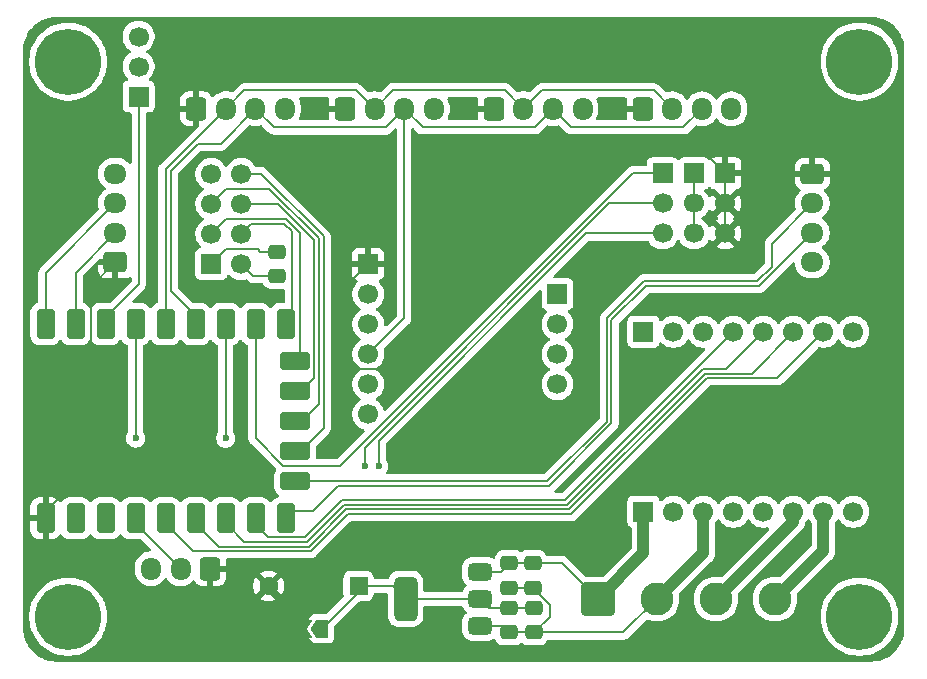
<source format=gbr>
%TF.GenerationSoftware,KiCad,Pcbnew,9.0.2*%
%TF.CreationDate,2025-07-15T17:02:52+05:30*%
%TF.ProjectId,peripherals-board-v2,70657269-7068-4657-9261-6c732d626f61,2*%
%TF.SameCoordinates,Original*%
%TF.FileFunction,Copper,L1,Top*%
%TF.FilePolarity,Positive*%
%FSLAX46Y46*%
G04 Gerber Fmt 4.6, Leading zero omitted, Abs format (unit mm)*
G04 Created by KiCad (PCBNEW 9.0.2) date 2025-07-15 17:02:52*
%MOMM*%
%LPD*%
G01*
G04 APERTURE LIST*
G04 Aperture macros list*
%AMRoundRect*
0 Rectangle with rounded corners*
0 $1 Rounding radius*
0 $2 $3 $4 $5 $6 $7 $8 $9 X,Y pos of 4 corners*
0 Add a 4 corners polygon primitive as box body*
4,1,4,$2,$3,$4,$5,$6,$7,$8,$9,$2,$3,0*
0 Add four circle primitives for the rounded corners*
1,1,$1+$1,$2,$3*
1,1,$1+$1,$4,$5*
1,1,$1+$1,$6,$7*
1,1,$1+$1,$8,$9*
0 Add four rect primitives between the rounded corners*
20,1,$1+$1,$2,$3,$4,$5,0*
20,1,$1+$1,$4,$5,$6,$7,0*
20,1,$1+$1,$6,$7,$8,$9,0*
20,1,$1+$1,$8,$9,$2,$3,0*%
%AMFreePoly0*
4,1,6,1.000000,0.000000,0.500000,-0.750000,-0.500000,-0.750000,-0.500000,0.750000,0.500000,0.750000,1.000000,0.000000,1.000000,0.000000,$1*%
%AMFreePoly1*
4,1,6,0.500000,-0.750000,-0.650000,-0.750000,-0.150000,0.000000,-0.650000,0.750000,0.500000,0.750000,0.500000,-0.750000,0.500000,-0.750000,$1*%
G04 Aperture macros list end*
%TA.AperFunction,SMDPad,CuDef*%
%ADD10RoundRect,0.250000X-0.475000X0.337500X-0.475000X-0.337500X0.475000X-0.337500X0.475000X0.337500X0*%
%TD*%
%TA.AperFunction,ComponentPad*%
%ADD11C,1.700000*%
%TD*%
%TA.AperFunction,ComponentPad*%
%ADD12R,1.700000X1.700000*%
%TD*%
%TA.AperFunction,ComponentPad*%
%ADD13RoundRect,0.250000X0.725000X-0.600000X0.725000X0.600000X-0.725000X0.600000X-0.725000X-0.600000X0*%
%TD*%
%TA.AperFunction,ComponentPad*%
%ADD14O,1.950000X1.700000*%
%TD*%
%TA.AperFunction,ComponentPad*%
%ADD15C,3.600000*%
%TD*%
%TA.AperFunction,ConnectorPad*%
%ADD16C,5.600000*%
%TD*%
%TA.AperFunction,ComponentPad*%
%ADD17RoundRect,0.250000X-0.600000X-0.725000X0.600000X-0.725000X0.600000X0.725000X-0.600000X0.725000X0*%
%TD*%
%TA.AperFunction,ComponentPad*%
%ADD18O,1.700000X1.950000*%
%TD*%
%TA.AperFunction,ComponentPad*%
%ADD19RoundRect,0.250000X-0.725000X0.600000X-0.725000X-0.600000X0.725000X-0.600000X0.725000X0.600000X0*%
%TD*%
%TA.AperFunction,ComponentPad*%
%ADD20RoundRect,0.400000X0.400000X-0.900000X0.400000X0.900000X-0.400000X0.900000X-0.400000X-0.900000X0*%
%TD*%
%TA.AperFunction,ComponentPad*%
%ADD21RoundRect,0.400050X0.400050X-0.899950X0.400050X0.899950X-0.400050X0.899950X-0.400050X-0.899950X0*%
%TD*%
%TA.AperFunction,ComponentPad*%
%ADD22RoundRect,0.400000X0.900000X-0.400000X0.900000X0.400000X-0.900000X0.400000X-0.900000X-0.400000X0*%
%TD*%
%TA.AperFunction,ComponentPad*%
%ADD23RoundRect,0.393700X0.906300X-0.393700X0.906300X0.393700X-0.906300X0.393700X-0.906300X-0.393700X0*%
%TD*%
%TA.AperFunction,ComponentPad*%
%ADD24RoundRect,0.250001X-1.149999X-1.149999X1.149999X-1.149999X1.149999X1.149999X-1.149999X1.149999X0*%
%TD*%
%TA.AperFunction,ComponentPad*%
%ADD25C,2.800000*%
%TD*%
%TA.AperFunction,SMDPad,CuDef*%
%ADD26FreePoly0,180.000000*%
%TD*%
%TA.AperFunction,SMDPad,CuDef*%
%ADD27FreePoly1,180.000000*%
%TD*%
%TA.AperFunction,SMDPad,CuDef*%
%ADD28RoundRect,0.375000X0.625000X0.375000X-0.625000X0.375000X-0.625000X-0.375000X0.625000X-0.375000X0*%
%TD*%
%TA.AperFunction,SMDPad,CuDef*%
%ADD29RoundRect,0.500000X0.500000X1.400000X-0.500000X1.400000X-0.500000X-1.400000X0.500000X-1.400000X0*%
%TD*%
%TA.AperFunction,ComponentPad*%
%ADD30RoundRect,0.250000X0.600000X0.725000X-0.600000X0.725000X-0.600000X-0.725000X0.600000X-0.725000X0*%
%TD*%
%TA.AperFunction,ComponentPad*%
%ADD31RoundRect,0.250000X0.550000X0.550000X-0.550000X0.550000X-0.550000X-0.550000X0.550000X-0.550000X0*%
%TD*%
%TA.AperFunction,ComponentPad*%
%ADD32C,1.600000*%
%TD*%
%TA.AperFunction,ViaPad*%
%ADD33C,0.600000*%
%TD*%
%TA.AperFunction,Conductor*%
%ADD34C,0.200000*%
%TD*%
%TA.AperFunction,Conductor*%
%ADD35C,1.000000*%
%TD*%
G04 APERTURE END LIST*
D10*
%TO.P,C5,1*%
%TO.N,+3.3V*%
X60685000Y-67077500D03*
%TO.P,C5,2*%
%TO.N,GND*%
X60685000Y-69152500D03*
%TD*%
D11*
%TO.P,J12,3,Pin_3*%
%TO.N,GND*%
X95985000Y-65545000D03*
%TO.P,J12,2,Pin_2*%
X95985000Y-63005000D03*
D12*
%TO.P,J12,1,Pin_1*%
X95985000Y-60465000D03*
%TD*%
%TO.P,J13,1,Pin_1*%
%TO.N,+5V*%
X98645000Y-60465000D03*
D11*
%TO.P,J13,2,Pin_2*%
X98645000Y-63005000D03*
%TO.P,J13,3,Pin_3*%
X98645000Y-65545000D03*
%TD*%
D12*
%TO.P,J11,1,Pin_1*%
%TO.N,/GP7*%
X93325000Y-60465000D03*
D11*
%TO.P,J11,2,Pin_2*%
%TO.N,/GP6*%
X93325000Y-63005000D03*
%TO.P,J11,3,Pin_3*%
%TO.N,/GP3*%
X93325000Y-65545000D03*
%TD*%
D13*
%TO.P,J7,1,Pin_1*%
%TO.N,+5V*%
X46995000Y-68000000D03*
D14*
%TO.P,J7,2,Pin_2*%
%TO.N,/UART0_RX*%
X46995000Y-65500000D03*
%TO.P,J7,3,Pin_3*%
%TO.N,/UART0_TX*%
X46995000Y-63000000D03*
%TO.P,J7,4,Pin_4*%
%TO.N,GND*%
X46995000Y-60500000D03*
%TD*%
D15*
%TO.P,REF\u002A\u002A,1*%
%TO.N,N/C*%
X43000000Y-51000000D03*
D16*
X43000000Y-51000000D03*
%TD*%
D17*
%TO.P,J3,1,Pin_1*%
%TO.N,+5V*%
X91650000Y-55000000D03*
D18*
%TO.P,J3,2,Pin_2*%
%TO.N,/I2C0_SDA*%
X94150000Y-55000000D03*
%TO.P,J3,3,Pin_3*%
%TO.N,/I2C0_SCL*%
X96650000Y-55000000D03*
%TO.P,J3,4,Pin_4*%
%TO.N,GND*%
X99150000Y-55000000D03*
%TD*%
D10*
%TO.P,C3,1*%
%TO.N,VBAT*%
X82335000Y-93457500D03*
%TO.P,C3,2*%
%TO.N,GND*%
X82335000Y-95532500D03*
%TD*%
D15*
%TO.P,REF\u002A\u002A,1*%
%TO.N,N/C*%
X110000000Y-98000000D03*
D16*
X110000000Y-98000000D03*
%TD*%
D19*
%TO.P,J6,1,Pin_1*%
%TO.N,+5V*%
X106000000Y-60490000D03*
D14*
%TO.P,J6,2,Pin_2*%
%TO.N,/ENCA*%
X106000000Y-62990000D03*
%TO.P,J6,3,Pin_3*%
%TO.N,/ENCB*%
X106000000Y-65490000D03*
%TO.P,J6,4,Pin_4*%
%TO.N,GND*%
X106000000Y-67990000D03*
%TD*%
D10*
%TO.P,C4,1*%
%TO.N,Net-(JP1-A)*%
X82425000Y-97257500D03*
%TO.P,C4,2*%
%TO.N,GND*%
X82425000Y-99332500D03*
%TD*%
D20*
%TO.P,RZ1,1,GP0*%
%TO.N,/UART0_TX*%
X41086839Y-73210000D03*
%TO.P,RZ1,2,GP1*%
%TO.N,/UART0_RX*%
X43626839Y-73210000D03*
%TO.P,RZ1,3,GP2*%
%TO.N,/SERVO*%
X46166839Y-73210000D03*
%TO.P,RZ1,4,GP3*%
%TO.N,/GP3*%
X48706839Y-73210000D03*
%TO.P,RZ1,5,GP4*%
%TO.N,/I2C0_SDA*%
X51246839Y-73210000D03*
D21*
%TO.P,RZ1,6,GP5*%
%TO.N,/I2C0_SCL*%
X53786839Y-73210000D03*
%TO.P,RZ1,7,GP6*%
%TO.N,/GP6*%
X56326839Y-73210000D03*
%TO.P,RZ1,8,GP7*%
%TO.N,/GP7*%
X58866839Y-73210000D03*
%TO.P,RZ1,9,GP8*%
%TO.N,/RF24_CE*%
X61406839Y-73210000D03*
D22*
%TO.P,RZ1,10,GP9*%
%TO.N,/RF24_CSN*%
X62216839Y-76350000D03*
D23*
%TO.P,RZ1,11,GP10*%
%TO.N,/SPI1_SCK*%
X62216839Y-78890000D03*
%TO.P,RZ1,12,GP11*%
%TO.N,/SPI1_MOSI*%
X62216839Y-81430000D03*
%TO.P,RZ1,13,GP12*%
%TO.N,/SPI1_MISO*%
X62216839Y-83970000D03*
%TO.P,RZ1,14,GP13*%
%TO.N,/ENCA*%
X62216839Y-86510000D03*
D21*
%TO.P,RZ1,15,GP14*%
%TO.N,/ENCB*%
X61406839Y-89650000D03*
%TO.P,RZ1,16,GP15*%
%TO.N,/STBY*%
X58866839Y-89650000D03*
%TO.P,RZ1,17,GP26*%
%TO.N,/BIN1*%
X56326839Y-89650000D03*
%TO.P,RZ1,18,GP27*%
%TO.N,/BIN2*%
X53786839Y-89650000D03*
%TO.P,RZ1,19,GP28*%
%TO.N,/PWMB*%
X51246839Y-89650000D03*
%TO.P,RZ1,20,GP29*%
%TO.N,/RPLIDAR_MOTOR*%
X48706839Y-89650000D03*
%TO.P,RZ1,21,3V3*%
%TO.N,+3.3V*%
X46166839Y-89650000D03*
%TO.P,RZ1,22,GND*%
%TO.N,GND*%
X43626839Y-89650000D03*
%TO.P,RZ1,23,5V*%
%TO.N,+5V*%
X41086839Y-89650000D03*
%TD*%
D17*
%TO.P,J2,1,Pin_1*%
%TO.N,+5V*%
X79050000Y-54997500D03*
D18*
%TO.P,J2,2,Pin_2*%
%TO.N,/I2C0_SDA*%
X81550000Y-54997500D03*
%TO.P,J2,3,Pin_3*%
%TO.N,/I2C0_SCL*%
X84050000Y-54997500D03*
%TO.P,J2,4,Pin_4*%
%TO.N,GND*%
X86550000Y-54997500D03*
%TD*%
D12*
%TO.P,U3,1,VM*%
%TO.N,VBAT*%
X91708200Y-89110000D03*
D11*
%TO.P,U3,2,VCC*%
%TO.N,+3.3V*%
X94248200Y-89110000D03*
%TO.P,U3,3,GND*%
%TO.N,GND*%
X96788200Y-89110000D03*
%TO.P,U3,4,AO1*%
%TO.N,unconnected-(U3-AO1-Pad4)*%
X99328200Y-89110000D03*
%TO.P,U3,5,AO2*%
%TO.N,unconnected-(U3-AO2-Pad5)*%
X101868200Y-89110000D03*
%TO.P,U3,6,B02*%
%TO.N,/M+*%
X104408200Y-89110000D03*
%TO.P,U3,7,B01*%
%TO.N,/M-*%
X106948200Y-89110000D03*
%TO.P,U3,8,GND*%
%TO.N,unconnected-(U3-GND-Pad8)*%
X109488200Y-89110000D03*
%TO.P,U3,9,GND*%
%TO.N,unconnected-(U3-GND-Pad9)*%
X109488200Y-73870000D03*
%TO.P,U3,10,PWMB*%
%TO.N,/PWMB*%
X106948200Y-73870000D03*
%TO.P,U3,11,BIN2*%
%TO.N,/BIN2*%
X104408200Y-73870000D03*
%TO.P,U3,12,BIN1*%
%TO.N,/BIN1*%
X101868200Y-73870000D03*
%TO.P,U3,13,STBY*%
%TO.N,/STBY*%
X99328200Y-73870000D03*
%TO.P,U3,14,AIN1*%
%TO.N,unconnected-(U3-AIN1-Pad14)*%
X96788200Y-73870000D03*
%TO.P,U3,15,AIN2*%
%TO.N,unconnected-(U3-AIN2-Pad15)*%
X94248200Y-73870000D03*
D12*
%TO.P,U3,16,PWMA*%
%TO.N,unconnected-(U3-PWMA-Pad16)*%
X91708200Y-73870000D03*
%TD*%
D15*
%TO.P,REF\u002A\u002A,1*%
%TO.N,N/C*%
X110000000Y-51000000D03*
D16*
X110000000Y-51000000D03*
%TD*%
D10*
%TO.P,C2,1*%
%TO.N,Net-(JP1-A)*%
X80345000Y-97257500D03*
%TO.P,C2,2*%
%TO.N,GND*%
X80345000Y-99332500D03*
%TD*%
D24*
%TO.P,J1,1,Pin_1*%
%TO.N,VBAT*%
X87850000Y-96500000D03*
D25*
%TO.P,J1,2,Pin_2*%
%TO.N,GND*%
X92850000Y-96500000D03*
%TO.P,J1,3,Pin_3*%
%TO.N,/M+*%
X97850000Y-96500000D03*
%TO.P,J1,4,Pin_4*%
%TO.N,/M-*%
X102850000Y-96500000D03*
%TD*%
D12*
%TO.P,U4,1,VIN*%
%TO.N,+5V*%
X68400000Y-68150000D03*
D11*
%TO.P,U4,2,3V3*%
%TO.N,unconnected-(U4-3V3-Pad2)*%
X68400000Y-70690000D03*
%TO.P,U4,3,GND*%
%TO.N,GND*%
X68400000Y-73230000D03*
%TO.P,U4,4,SCL*%
%TO.N,/I2C0_SCL*%
X68400000Y-75770000D03*
%TO.P,U4,5,SDA*%
%TO.N,/I2C0_SDA*%
X68400000Y-78310000D03*
%TO.P,U4,6,RST*%
%TO.N,unconnected-(U4-RST-Pad6)*%
X68400000Y-80850000D03*
D12*
%TO.P,U4,7,INT*%
%TO.N,unconnected-(U4-INT-Pad7)*%
X84429320Y-70690000D03*
D11*
%TO.P,U4,8,ADR*%
%TO.N,unconnected-(U4-ADR-Pad8)*%
X84429320Y-73230000D03*
%TO.P,U4,9*%
%TO.N,N/C*%
X84429320Y-75770000D03*
%TO.P,U4,10,PS1*%
%TO.N,unconnected-(U4-PS1-Pad10)*%
X84429320Y-78310000D03*
%TD*%
D26*
%TO.P,JP1,1,A*%
%TO.N,Net-(JP1-A)*%
X64505000Y-98995000D03*
D27*
%TO.P,JP1,2,B*%
%TO.N,+5V*%
X63055000Y-98995000D03*
%TD*%
D28*
%TO.P,U1,1,GND*%
%TO.N,GND*%
X77875000Y-98790000D03*
%TO.P,U1,2,VO*%
%TO.N,Net-(JP1-A)*%
X77875000Y-96490000D03*
D29*
X71575000Y-96490000D03*
D28*
%TO.P,U1,3,VI*%
%TO.N,VBAT*%
X77875000Y-94190000D03*
%TD*%
D17*
%TO.P,J5,1,Pin_1*%
%TO.N,+5V*%
X66450000Y-55000000D03*
D18*
%TO.P,J5,2,Pin_2*%
%TO.N,/I2C0_SDA*%
X68950000Y-55000000D03*
%TO.P,J5,3,Pin_3*%
%TO.N,/I2C0_SCL*%
X71450000Y-55000000D03*
%TO.P,J5,4,Pin_4*%
%TO.N,GND*%
X73950000Y-55000000D03*
%TD*%
D15*
%TO.P,REF\u002A\u002A,1*%
%TO.N,N/C*%
X43000000Y-98000000D03*
D16*
X43000000Y-98000000D03*
%TD*%
D30*
%TO.P,J8,1,Pin_1*%
%TO.N,+5V*%
X55015000Y-93920000D03*
D18*
%TO.P,J8,2,Pin_2*%
%TO.N,/RPLIDAR_MOTOR*%
X52515000Y-93920000D03*
%TO.P,J8,3,Pin_3*%
%TO.N,GND*%
X50015000Y-93920000D03*
%TD*%
D12*
%TO.P,J10,1,Pin_1*%
%TO.N,+3.3V*%
X55117500Y-68130000D03*
D11*
%TO.P,J10,2,Pin_2*%
%TO.N,GND*%
X57657500Y-68130000D03*
%TO.P,J10,3,Pin_3*%
%TO.N,/RF24_CSN*%
X55117500Y-65590000D03*
%TO.P,J10,4,Pin_4*%
%TO.N,/RF24_CE*%
X57657500Y-65590000D03*
%TO.P,J10,5,Pin_5*%
%TO.N,/SPI1_MOSI*%
X55117500Y-63050000D03*
%TO.P,J10,6,Pin_6*%
%TO.N,/SPI1_SCK*%
X57657500Y-63050000D03*
%TO.P,J10,7,Pin_7*%
%TO.N,unconnected-(J10-Pin_7-Pad7)*%
X55117500Y-60510000D03*
%TO.P,J10,8,Pin_8*%
%TO.N,/SPI1_MISO*%
X57657500Y-60510000D03*
%TD*%
D10*
%TO.P,C1,1*%
%TO.N,VBAT*%
X80355000Y-93457500D03*
%TO.P,C1,2*%
%TO.N,GND*%
X80355000Y-95532500D03*
%TD*%
D12*
%TO.P,J9,1,Pin_1*%
%TO.N,/SERVO*%
X48965000Y-53955000D03*
D11*
%TO.P,J9,2,Pin_2*%
%TO.N,VBAT*%
X48965000Y-51415000D03*
%TO.P,J9,3,Pin_3*%
%TO.N,GND*%
X48965000Y-48875000D03*
%TD*%
D31*
%TO.P,SW1,1*%
%TO.N,Net-(JP1-A)*%
X67585000Y-95390000D03*
D32*
%TO.P,SW1,2*%
%TO.N,+5V*%
X59965000Y-95390000D03*
%TD*%
D17*
%TO.P,J4,1,Pin_1*%
%TO.N,+5V*%
X53850000Y-54995000D03*
D18*
%TO.P,J4,2,Pin_2*%
%TO.N,/I2C0_SDA*%
X56350000Y-54995000D03*
%TO.P,J4,3,Pin_3*%
%TO.N,/I2C0_SCL*%
X58850000Y-54995000D03*
%TO.P,J4,4,Pin_4*%
%TO.N,GND*%
X61350000Y-54995000D03*
%TD*%
D33*
%TO.N,/GP3*%
X69310000Y-85240000D03*
X48706839Y-82876839D03*
%TO.N,/GP6*%
X68110000Y-85240000D03*
X56330000Y-82880000D03*
%TD*%
D34*
%TO.N,+3.3V*%
X56347500Y-66900000D02*
X59100000Y-66900000D01*
X59277500Y-67077500D02*
X60685000Y-67077500D01*
X55117500Y-68130000D02*
X56347500Y-66900000D01*
X59100000Y-66900000D02*
X59277500Y-67077500D01*
%TO.N,GND*%
X58680000Y-69152500D02*
X60685000Y-69152500D01*
X57657500Y-68130000D02*
X58680000Y-69152500D01*
X95985000Y-63005000D02*
X95985000Y-60465000D01*
X95985000Y-65545000D02*
X95985000Y-63005000D01*
%TO.N,+5V*%
X98645000Y-63005000D02*
X98645000Y-65545000D01*
X98645000Y-60465000D02*
X98645000Y-63005000D01*
X88280000Y-58010000D02*
X96190000Y-58010000D01*
X69250000Y-77040000D02*
X88280000Y-58010000D01*
X67740000Y-77040000D02*
X69250000Y-77040000D01*
X96190000Y-58010000D02*
X98645000Y-60465000D01*
X66520000Y-75820000D02*
X67740000Y-77040000D01*
X68400000Y-68150000D02*
X66520000Y-70030000D01*
X66520000Y-70030000D02*
X66520000Y-75820000D01*
%TO.N,/GP3*%
X69310000Y-83084200D02*
X69310000Y-85240000D01*
X86849200Y-65545000D02*
X69310000Y-83084200D01*
X93325000Y-65545000D02*
X86849200Y-65545000D01*
%TO.N,/GP6*%
X88822100Y-63005000D02*
X93325000Y-63005000D01*
X68110000Y-83717100D02*
X88822100Y-63005000D01*
X68110000Y-85240000D02*
X68110000Y-83717100D01*
%TO.N,/GP7*%
X90805000Y-60465000D02*
X93325000Y-60465000D01*
X90800000Y-60460000D02*
X90805000Y-60465000D01*
X58866839Y-82902456D02*
X61204383Y-85240000D01*
X92630000Y-60460000D02*
X92645000Y-60475000D01*
X58866839Y-73810000D02*
X58866839Y-82902456D01*
X61204383Y-85240000D02*
X66020000Y-85240000D01*
X66020000Y-85240000D02*
X90800000Y-60460000D01*
%TO.N,+5V*%
X97965000Y-59815000D02*
X97965000Y-60475000D01*
%TO.N,Net-(JP1-A)*%
X71575000Y-96490000D02*
X77875000Y-96490000D01*
%TO.N,/SPI1_MISO*%
X64619839Y-82050161D02*
X64619839Y-65791439D01*
X64619839Y-65791439D02*
X59338400Y-60510000D01*
X59338400Y-60510000D02*
X57657500Y-60510000D01*
X62700000Y-83970000D02*
X64619839Y-82050161D01*
X61616839Y-83970000D02*
X62700000Y-83970000D01*
%TO.N,/SPI1_MOSI*%
X56397500Y-61770000D02*
X55117500Y-63050000D01*
X60031300Y-61770000D02*
X56397500Y-61770000D01*
X64218839Y-65957539D02*
X60031300Y-61770000D01*
X62760000Y-81430000D02*
X64218839Y-79971161D01*
X64218839Y-79971161D02*
X64218839Y-65957539D01*
X61616839Y-81430000D02*
X62760000Y-81430000D01*
%TO.N,/SPI1_SCK*%
X63817839Y-66123639D02*
X60744200Y-63050000D01*
X63817839Y-77772161D02*
X63817839Y-66123639D01*
X62700000Y-78890000D02*
X63817839Y-77772161D01*
X61616839Y-78890000D02*
X62700000Y-78890000D01*
X60744200Y-63050000D02*
X57657500Y-63050000D01*
%TO.N,/RF24_CSN*%
X56368500Y-64339000D02*
X55117500Y-65590000D01*
X61466100Y-64339000D02*
X56368500Y-64339000D01*
X62630000Y-65502900D02*
X61466100Y-64339000D01*
X62630000Y-76350000D02*
X62630000Y-65502900D01*
X61616839Y-76350000D02*
X62630000Y-76350000D01*
%TO.N,/RF24_CE*%
X58507500Y-64740000D02*
X57657500Y-65590000D01*
X61300000Y-64740000D02*
X58507500Y-64740000D01*
X61940000Y-65380000D02*
X61300000Y-64740000D01*
X61940000Y-73276839D02*
X61940000Y-65380000D01*
X61406839Y-73810000D02*
X61940000Y-73276839D01*
%TO.N,/I2C0_SCL*%
X71450000Y-72720000D02*
X68400000Y-75770000D01*
X71450000Y-55000000D02*
X71450000Y-72720000D01*
%TO.N,/GP3*%
X48710000Y-82880000D02*
X48706839Y-82876839D01*
X48706839Y-73810000D02*
X48706839Y-82876839D01*
%TO.N,/GP6*%
X56330000Y-73813161D02*
X56330000Y-82880000D01*
X56326839Y-73810000D02*
X56330000Y-73813161D01*
%TO.N,GND*%
X79802500Y-98790000D02*
X80345000Y-99332500D01*
X77875000Y-98790000D02*
X79802500Y-98790000D01*
%TO.N,+5V*%
X41086839Y-89050000D02*
X44940000Y-85196839D01*
X44940000Y-85196839D02*
X44940000Y-70055000D01*
X44940000Y-70055000D02*
X46995000Y-68000000D01*
%TO.N,/BIN1*%
X66336100Y-88501000D02*
X85264300Y-88501000D01*
%TO.N,/BIN2*%
X66518000Y-88902000D02*
X85430400Y-88902000D01*
%TO.N,/BIN1*%
X85264300Y-88501000D02*
X96755300Y-77010000D01*
%TO.N,/BIN2*%
X85430400Y-88902000D02*
X96921400Y-77411000D01*
%TO.N,/ENCA*%
X102561450Y-66428550D02*
X106000000Y-62990000D01*
X102561450Y-68361450D02*
X102561450Y-66428550D01*
X101323900Y-69599000D02*
X102561450Y-68361450D01*
X91733900Y-69599000D02*
X101323900Y-69599000D01*
X88599000Y-72733900D02*
X91733900Y-69599000D01*
X88599000Y-81471000D02*
X88599000Y-72733900D01*
X83560000Y-86510000D02*
X88599000Y-81471000D01*
X61616839Y-86510000D02*
X83560000Y-86510000D01*
%TO.N,/ENCB*%
X101490000Y-70000000D02*
X106000000Y-65490000D01*
X91900000Y-70000000D02*
X101490000Y-70000000D01*
X83726100Y-86911000D02*
X89000000Y-81637100D01*
X89000000Y-72900000D02*
X91900000Y-70000000D01*
X63701000Y-89050000D02*
X65840000Y-86911000D01*
X61406839Y-89050000D02*
X63701000Y-89050000D01*
X65840000Y-86911000D02*
X83726100Y-86911000D01*
X89000000Y-81637100D02*
X89000000Y-72900000D01*
%TO.N,/SERVO*%
X48965000Y-69855000D02*
X48965000Y-53955000D01*
X46166839Y-72653161D02*
X48965000Y-69855000D01*
X46166839Y-73810000D02*
X46166839Y-72653161D01*
%TO.N,/STBY*%
X63019000Y-91251000D02*
X66170000Y-88100000D01*
X85098200Y-88100000D02*
X99328200Y-73870000D01*
X59951000Y-91251000D02*
X63019000Y-91251000D01*
X58866839Y-90166839D02*
X59951000Y-91251000D01*
X66170000Y-88100000D02*
X85098200Y-88100000D01*
X58866839Y-89050000D02*
X58866839Y-90166839D01*
%TO.N,/I2C0_SCL*%
X95090000Y-56560000D02*
X96650000Y-55000000D01*
X84050000Y-54997500D02*
X85612500Y-56560000D01*
X85612500Y-56560000D02*
X95090000Y-56560000D01*
X82487500Y-56560000D02*
X84050000Y-54997500D01*
X73010000Y-56560000D02*
X82487500Y-56560000D01*
X71450000Y-55000000D02*
X73010000Y-56560000D01*
X69880000Y-56570000D02*
X71450000Y-55000000D01*
X60425000Y-56570000D02*
X69880000Y-56570000D01*
X58850000Y-54995000D02*
X60425000Y-56570000D01*
%TO.N,/I2C0_SDA*%
X92580000Y-53430000D02*
X94150000Y-55000000D01*
X83117500Y-53430000D02*
X92580000Y-53430000D01*
X81550000Y-54997500D02*
X83117500Y-53430000D01*
X79962500Y-53410000D02*
X81550000Y-54997500D01*
X70540000Y-53410000D02*
X79962500Y-53410000D01*
X68950000Y-55000000D02*
X70540000Y-53410000D01*
X67370000Y-53420000D02*
X68950000Y-55000000D01*
X57925000Y-53420000D02*
X67370000Y-53420000D01*
X56350000Y-54995000D02*
X57925000Y-53420000D01*
%TO.N,/UART0_RX*%
X43626839Y-73810000D02*
X43626839Y-68868161D01*
X43626839Y-68868161D02*
X46995000Y-65500000D01*
%TO.N,/UART0_TX*%
X41086839Y-68908161D02*
X46995000Y-63000000D01*
X41086839Y-73810000D02*
X41086839Y-68908161D01*
%TO.N,/RPLIDAR_MOTOR*%
X48706839Y-90111839D02*
X52515000Y-93920000D01*
X48706839Y-89050000D02*
X48706839Y-90111839D01*
%TO.N,+5V*%
X59965000Y-95905000D02*
X59965000Y-95390000D01*
X63055000Y-98995000D02*
X59965000Y-95905000D01*
%TO.N,Net-(JP1-A)*%
X67585000Y-95915000D02*
X67585000Y-95390000D01*
X64505000Y-98995000D02*
X67585000Y-95915000D01*
X70475000Y-95390000D02*
X71575000Y-96490000D01*
X67585000Y-95390000D02*
X70475000Y-95390000D01*
X78642500Y-97257500D02*
X77875000Y-96490000D01*
X80345000Y-97257500D02*
X78642500Y-97257500D01*
X82425000Y-97257500D02*
X80345000Y-97257500D01*
%TO.N,GND*%
X83770000Y-96967500D02*
X82335000Y-95532500D01*
X82425000Y-99332500D02*
X83770000Y-97987500D01*
X83770000Y-97987500D02*
X83770000Y-96967500D01*
X80345000Y-99332500D02*
X82425000Y-99332500D01*
X90017500Y-99332500D02*
X82425000Y-99332500D01*
X92850000Y-96500000D02*
X90017500Y-99332500D01*
X80355000Y-95532500D02*
X82335000Y-95532500D01*
%TO.N,VBAT*%
X84807500Y-93457500D02*
X87850000Y-96500000D01*
X82335000Y-93457500D02*
X84807500Y-93457500D01*
X80355000Y-93457500D02*
X82335000Y-93457500D01*
X79622500Y-94190000D02*
X80355000Y-93457500D01*
X77875000Y-94190000D02*
X79622500Y-94190000D01*
D35*
X91708200Y-92641800D02*
X87850000Y-96500000D01*
X91708200Y-89110000D02*
X91708200Y-92641800D01*
%TO.N,/M-*%
X106948200Y-92401800D02*
X106948200Y-89110000D01*
X102850000Y-96500000D02*
X106948200Y-92401800D01*
%TO.N,/M+*%
X104408200Y-89941800D02*
X104408200Y-89110000D01*
X97850000Y-96500000D02*
X104408200Y-89941800D01*
%TO.N,GND*%
X96788200Y-92561800D02*
X96788200Y-89110000D01*
X92850000Y-96500000D02*
X96788200Y-92561800D01*
D34*
%TO.N,/BIN1*%
X63185100Y-91652000D02*
X66336100Y-88501000D01*
X57882000Y-91652000D02*
X63185100Y-91652000D01*
X56326839Y-90096839D02*
X57882000Y-91652000D01*
X96755300Y-77010000D02*
X98728200Y-77010000D01*
X98728200Y-77010000D02*
X101868200Y-73870000D01*
X56326839Y-89050000D02*
X56326839Y-90096839D01*
%TO.N,/BIN2*%
X96921400Y-77411000D02*
X100867200Y-77411000D01*
X55733000Y-92053000D02*
X63367000Y-92053000D01*
X53786839Y-90106839D02*
X55733000Y-92053000D01*
X100867200Y-77411000D02*
X104408200Y-73870000D01*
X53786839Y-89050000D02*
X53786839Y-90106839D01*
X63367000Y-92053000D02*
X66518000Y-88902000D01*
%TO.N,/PWMB*%
X85596500Y-89303000D02*
X97087500Y-77812000D01*
X66684100Y-89303000D02*
X85596500Y-89303000D01*
X63533100Y-92454000D02*
X66684100Y-89303000D01*
X103006200Y-77812000D02*
X106948200Y-73870000D01*
X53584000Y-92454000D02*
X63533100Y-92454000D01*
X97087500Y-77812000D02*
X103006200Y-77812000D01*
X51246839Y-90116839D02*
X53584000Y-92454000D01*
X51246839Y-89050000D02*
X51246839Y-90116839D01*
%TO.N,/I2C0_SCL*%
X54017900Y-57932100D02*
X55912900Y-57932100D01*
X51700000Y-70432161D02*
X51700000Y-60250000D01*
X53786839Y-72519000D02*
X51700000Y-70432161D01*
X51700000Y-60250000D02*
X54017900Y-57932100D01*
X55912900Y-57932100D02*
X58850000Y-54995000D01*
X53786839Y-73810000D02*
X53786839Y-72519000D01*
%TO.N,/I2C0_SDA*%
X51246839Y-60098161D02*
X56350000Y-54995000D01*
X51246839Y-73810000D02*
X51246839Y-60098161D01*
%TD*%
%TA.AperFunction,Conductor*%
%TO.N,+5V*%
G36*
X58397126Y-56392851D02*
G01*
X58533757Y-56437246D01*
X58743713Y-56470500D01*
X58743714Y-56470500D01*
X58956286Y-56470500D01*
X58956287Y-56470500D01*
X59166243Y-56437246D01*
X59302873Y-56392851D01*
X59372708Y-56390856D01*
X59428867Y-56423102D01*
X59940139Y-56934374D01*
X59940149Y-56934385D01*
X59944479Y-56938715D01*
X59944480Y-56938716D01*
X60056284Y-57050520D01*
X60056286Y-57050521D01*
X60056290Y-57050524D01*
X60175895Y-57119577D01*
X60193216Y-57129577D01*
X60305019Y-57159534D01*
X60345942Y-57170500D01*
X60345943Y-57170500D01*
X69793331Y-57170500D01*
X69793347Y-57170501D01*
X69800943Y-57170501D01*
X69959054Y-57170501D01*
X69959057Y-57170501D01*
X70111785Y-57129577D01*
X70161904Y-57100639D01*
X70248716Y-57050520D01*
X70360520Y-56938716D01*
X70360520Y-56938714D01*
X70370728Y-56928507D01*
X70370729Y-56928504D01*
X70637820Y-56661414D01*
X70699142Y-56627930D01*
X70768834Y-56632914D01*
X70824767Y-56674786D01*
X70849184Y-56740250D01*
X70849500Y-56749096D01*
X70849500Y-72419902D01*
X70829815Y-72486941D01*
X70813181Y-72507583D01*
X69962181Y-73358583D01*
X69900858Y-73392068D01*
X69831166Y-73387084D01*
X69775233Y-73345212D01*
X69750816Y-73279748D01*
X69750500Y-73270902D01*
X69750500Y-73123713D01*
X69744956Y-73088709D01*
X69717246Y-72913757D01*
X69651557Y-72711588D01*
X69555051Y-72522184D01*
X69555049Y-72522181D01*
X69555048Y-72522179D01*
X69430109Y-72350213D01*
X69279786Y-72199890D01*
X69107820Y-72074951D01*
X69107115Y-72074591D01*
X69099054Y-72070485D01*
X69048259Y-72022512D01*
X69031463Y-71954692D01*
X69053999Y-71888556D01*
X69099054Y-71849515D01*
X69107816Y-71845051D01*
X69146268Y-71817114D01*
X69279786Y-71720109D01*
X69279788Y-71720106D01*
X69279792Y-71720104D01*
X69430104Y-71569792D01*
X69430106Y-71569788D01*
X69430109Y-71569786D01*
X69548621Y-71406666D01*
X69555051Y-71397816D01*
X69651557Y-71208412D01*
X69717246Y-71006243D01*
X69750500Y-70796287D01*
X69750500Y-70583713D01*
X69717246Y-70373757D01*
X69651557Y-70171588D01*
X69555051Y-69982184D01*
X69555049Y-69982181D01*
X69555048Y-69982179D01*
X69430109Y-69810213D01*
X69316181Y-69696285D01*
X69282696Y-69634962D01*
X69287680Y-69565270D01*
X69329552Y-69509337D01*
X69360529Y-69492422D01*
X69492086Y-69443354D01*
X69492093Y-69443350D01*
X69607187Y-69357190D01*
X69607190Y-69357187D01*
X69693350Y-69242093D01*
X69693354Y-69242086D01*
X69743596Y-69107379D01*
X69743598Y-69107372D01*
X69749999Y-69047844D01*
X69750000Y-69047827D01*
X69750000Y-68400000D01*
X68833012Y-68400000D01*
X68865925Y-68342993D01*
X68900000Y-68215826D01*
X68900000Y-68084174D01*
X68865925Y-67957007D01*
X68833012Y-67900000D01*
X69750000Y-67900000D01*
X69750000Y-67252172D01*
X69749999Y-67252155D01*
X69743598Y-67192627D01*
X69743596Y-67192620D01*
X69693354Y-67057913D01*
X69693350Y-67057906D01*
X69607190Y-66942812D01*
X69607187Y-66942809D01*
X69492093Y-66856649D01*
X69492086Y-66856645D01*
X69357379Y-66806403D01*
X69357372Y-66806401D01*
X69297844Y-66800000D01*
X68650000Y-66800000D01*
X68650000Y-67716988D01*
X68592993Y-67684075D01*
X68465826Y-67650000D01*
X68334174Y-67650000D01*
X68207007Y-67684075D01*
X68150000Y-67716988D01*
X68150000Y-66800000D01*
X67502155Y-66800000D01*
X67442627Y-66806401D01*
X67442620Y-66806403D01*
X67307913Y-66856645D01*
X67307906Y-66856649D01*
X67192812Y-66942809D01*
X67192809Y-66942812D01*
X67106649Y-67057906D01*
X67106645Y-67057913D01*
X67056403Y-67192620D01*
X67056401Y-67192627D01*
X67050000Y-67252155D01*
X67050000Y-67900000D01*
X67966988Y-67900000D01*
X67934075Y-67957007D01*
X67900000Y-68084174D01*
X67900000Y-68215826D01*
X67934075Y-68342993D01*
X67966988Y-68400000D01*
X67050000Y-68400000D01*
X67050000Y-69047844D01*
X67056401Y-69107372D01*
X67056403Y-69107379D01*
X67106645Y-69242086D01*
X67106649Y-69242093D01*
X67192809Y-69357187D01*
X67192812Y-69357190D01*
X67307906Y-69443350D01*
X67307913Y-69443354D01*
X67439470Y-69492422D01*
X67495404Y-69534293D01*
X67519821Y-69599758D01*
X67504969Y-69668031D01*
X67483819Y-69696285D01*
X67369889Y-69810215D01*
X67244951Y-69982179D01*
X67148444Y-70171585D01*
X67082753Y-70373760D01*
X67049500Y-70583713D01*
X67049500Y-70796286D01*
X67082753Y-71006239D01*
X67148444Y-71208414D01*
X67244951Y-71397820D01*
X67369890Y-71569786D01*
X67520213Y-71720109D01*
X67692182Y-71845050D01*
X67700946Y-71849516D01*
X67751742Y-71897491D01*
X67768536Y-71965312D01*
X67745998Y-72031447D01*
X67700946Y-72070484D01*
X67692182Y-72074949D01*
X67520213Y-72199890D01*
X67369890Y-72350213D01*
X67244951Y-72522179D01*
X67148444Y-72711585D01*
X67082753Y-72913760D01*
X67070645Y-72990208D01*
X67049500Y-73123713D01*
X67049500Y-73336287D01*
X67082754Y-73546243D01*
X67110321Y-73631086D01*
X67148444Y-73748414D01*
X67244951Y-73937820D01*
X67369890Y-74109786D01*
X67520213Y-74260109D01*
X67692182Y-74385050D01*
X67700946Y-74389516D01*
X67751742Y-74437491D01*
X67768536Y-74505312D01*
X67745998Y-74571447D01*
X67700946Y-74610484D01*
X67692182Y-74614949D01*
X67520213Y-74739890D01*
X67369890Y-74890213D01*
X67244951Y-75062179D01*
X67148444Y-75251585D01*
X67082753Y-75453760D01*
X67055550Y-75625512D01*
X67049500Y-75663713D01*
X67049500Y-75876287D01*
X67082754Y-76086243D01*
X67121112Y-76204297D01*
X67148444Y-76288414D01*
X67244951Y-76477820D01*
X67369890Y-76649786D01*
X67520213Y-76800109D01*
X67692182Y-76925050D01*
X67700946Y-76929516D01*
X67751742Y-76977491D01*
X67768536Y-77045312D01*
X67745998Y-77111447D01*
X67700946Y-77150484D01*
X67692182Y-77154949D01*
X67520213Y-77279890D01*
X67369890Y-77430213D01*
X67244951Y-77602179D01*
X67148444Y-77791585D01*
X67082753Y-77993760D01*
X67049500Y-78203713D01*
X67049500Y-78416286D01*
X67082753Y-78626239D01*
X67148444Y-78828414D01*
X67244951Y-79017820D01*
X67369890Y-79189786D01*
X67520213Y-79340109D01*
X67692182Y-79465050D01*
X67700946Y-79469516D01*
X67751742Y-79517491D01*
X67768536Y-79585312D01*
X67745998Y-79651447D01*
X67700946Y-79690484D01*
X67692182Y-79694949D01*
X67520213Y-79819890D01*
X67369890Y-79970213D01*
X67244951Y-80142179D01*
X67148444Y-80331585D01*
X67082753Y-80533760D01*
X67049500Y-80743713D01*
X67049500Y-80956286D01*
X67082753Y-81166239D01*
X67148444Y-81368414D01*
X67244951Y-81557820D01*
X67369890Y-81729786D01*
X67520213Y-81880109D01*
X67692179Y-82005048D01*
X67692181Y-82005049D01*
X67692184Y-82005051D01*
X67881588Y-82101557D01*
X68011895Y-82143896D01*
X68069568Y-82183332D01*
X68096767Y-82247691D01*
X68084853Y-82316537D01*
X68061256Y-82349507D01*
X65807584Y-84603181D01*
X65746261Y-84636666D01*
X65719903Y-84639500D01*
X64134702Y-84639500D01*
X64067663Y-84619815D01*
X64021908Y-84567011D01*
X64011084Y-84505772D01*
X64017338Y-84426297D01*
X64017339Y-84426289D01*
X64017338Y-83553256D01*
X64037022Y-83486218D01*
X64053652Y-83465581D01*
X64978345Y-82540889D01*
X64978350Y-82540885D01*
X64988553Y-82530681D01*
X64988555Y-82530681D01*
X65100359Y-82418877D01*
X65179416Y-82281945D01*
X65220339Y-82129218D01*
X65220339Y-65880499D01*
X65220340Y-65880486D01*
X65220340Y-65712383D01*
X65197926Y-65628735D01*
X65179416Y-65559655D01*
X65170955Y-65545000D01*
X65100363Y-65422729D01*
X65100357Y-65422721D01*
X59825990Y-60148355D01*
X59825988Y-60148352D01*
X59707117Y-60029481D01*
X59707116Y-60029480D01*
X59620304Y-59979360D01*
X59620304Y-59979359D01*
X59620300Y-59979358D01*
X59570185Y-59950423D01*
X59417457Y-59909499D01*
X59259343Y-59909499D01*
X59251747Y-59909499D01*
X59251731Y-59909500D01*
X58943219Y-59909500D01*
X58876180Y-59889815D01*
X58832735Y-59841795D01*
X58812552Y-59802185D01*
X58812551Y-59802184D01*
X58687609Y-59630213D01*
X58537286Y-59479890D01*
X58365320Y-59354951D01*
X58175914Y-59258444D01*
X58175913Y-59258443D01*
X58175912Y-59258443D01*
X57973743Y-59192754D01*
X57973741Y-59192753D01*
X57973740Y-59192753D01*
X57812457Y-59167208D01*
X57763787Y-59159500D01*
X57551213Y-59159500D01*
X57502542Y-59167208D01*
X57341260Y-59192753D01*
X57139085Y-59258444D01*
X56949679Y-59354951D01*
X56777713Y-59479890D01*
X56627390Y-59630213D01*
X56502449Y-59802182D01*
X56497984Y-59810946D01*
X56450009Y-59861742D01*
X56382188Y-59878536D01*
X56316053Y-59855998D01*
X56277016Y-59810946D01*
X56272550Y-59802182D01*
X56147609Y-59630213D01*
X55997286Y-59479890D01*
X55825320Y-59354951D01*
X55635914Y-59258444D01*
X55635913Y-59258443D01*
X55635912Y-59258443D01*
X55433743Y-59192754D01*
X55433741Y-59192753D01*
X55433740Y-59192753D01*
X55272457Y-59167208D01*
X55223787Y-59159500D01*
X55011213Y-59159500D01*
X54962542Y-59167208D01*
X54801260Y-59192753D01*
X54599085Y-59258444D01*
X54409679Y-59354951D01*
X54237713Y-59479890D01*
X54087390Y-59630213D01*
X53962451Y-59802179D01*
X53865944Y-59991585D01*
X53800253Y-60193760D01*
X53767000Y-60403713D01*
X53767000Y-60616286D01*
X53798669Y-60816239D01*
X53800254Y-60826243D01*
X53862694Y-61018414D01*
X53865944Y-61028414D01*
X53962451Y-61217820D01*
X54087390Y-61389786D01*
X54237713Y-61540109D01*
X54409682Y-61665050D01*
X54418446Y-61669516D01*
X54469242Y-61717491D01*
X54486036Y-61785312D01*
X54463498Y-61851447D01*
X54418446Y-61890484D01*
X54409682Y-61894949D01*
X54237713Y-62019890D01*
X54087390Y-62170213D01*
X53962451Y-62342179D01*
X53865944Y-62531585D01*
X53800253Y-62733760D01*
X53767000Y-62943713D01*
X53767000Y-63156286D01*
X53793126Y-63321243D01*
X53800254Y-63366243D01*
X53851258Y-63523217D01*
X53865944Y-63568414D01*
X53962451Y-63757820D01*
X54087390Y-63929786D01*
X54237713Y-64080109D01*
X54409682Y-64205050D01*
X54418446Y-64209516D01*
X54469242Y-64257491D01*
X54486036Y-64325312D01*
X54463498Y-64391447D01*
X54418446Y-64430484D01*
X54409682Y-64434949D01*
X54237713Y-64559890D01*
X54087390Y-64710213D01*
X53962451Y-64882179D01*
X53865944Y-65071585D01*
X53800253Y-65273760D01*
X53767000Y-65483713D01*
X53767000Y-65696286D01*
X53796176Y-65880499D01*
X53800254Y-65906243D01*
X53856343Y-66078867D01*
X53865944Y-66108414D01*
X53962451Y-66297820D01*
X54087390Y-66469786D01*
X54200930Y-66583326D01*
X54234415Y-66644649D01*
X54229431Y-66714341D01*
X54187559Y-66770274D01*
X54156583Y-66787189D01*
X54025169Y-66836203D01*
X54025164Y-66836206D01*
X53909955Y-66922452D01*
X53909952Y-66922455D01*
X53823706Y-67037664D01*
X53823702Y-67037671D01*
X53773408Y-67172517D01*
X53767001Y-67232116D01*
X53767000Y-67232135D01*
X53767000Y-69027870D01*
X53767001Y-69027876D01*
X53773408Y-69087483D01*
X53823702Y-69222328D01*
X53823706Y-69222335D01*
X53909952Y-69337544D01*
X53909955Y-69337547D01*
X54025164Y-69423793D01*
X54025171Y-69423797D01*
X54160017Y-69474091D01*
X54160016Y-69474091D01*
X54166944Y-69474835D01*
X54219627Y-69480500D01*
X56015372Y-69480499D01*
X56074983Y-69474091D01*
X56209831Y-69423796D01*
X56325046Y-69337546D01*
X56411296Y-69222331D01*
X56460310Y-69090916D01*
X56502181Y-69034984D01*
X56567645Y-69010566D01*
X56635918Y-69025417D01*
X56664173Y-69046569D01*
X56777713Y-69160109D01*
X56949679Y-69285048D01*
X56949681Y-69285049D01*
X56949684Y-69285051D01*
X57139088Y-69381557D01*
X57341257Y-69447246D01*
X57551213Y-69480500D01*
X57551214Y-69480500D01*
X57763786Y-69480500D01*
X57763787Y-69480500D01*
X57973743Y-69447246D01*
X58016023Y-69433507D01*
X58031234Y-69433072D01*
X58045495Y-69427754D01*
X58065448Y-69432094D01*
X58085862Y-69431511D01*
X58099949Y-69439600D01*
X58113768Y-69442606D01*
X58142022Y-69463757D01*
X58195139Y-69516874D01*
X58195149Y-69516885D01*
X58199479Y-69521215D01*
X58199480Y-69521216D01*
X58311284Y-69633020D01*
X58311286Y-69633021D01*
X58311290Y-69633024D01*
X58371925Y-69668031D01*
X58448216Y-69712077D01*
X58560019Y-69742034D01*
X58600942Y-69753000D01*
X58600943Y-69753000D01*
X59421232Y-69753000D01*
X59488271Y-69772685D01*
X59526769Y-69811901D01*
X59617288Y-69958656D01*
X59741344Y-70082712D01*
X59890666Y-70174814D01*
X60057203Y-70229999D01*
X60159991Y-70240500D01*
X61210008Y-70240499D01*
X61213165Y-70240499D01*
X61213165Y-70241491D01*
X61277143Y-70256788D01*
X61325526Y-70307194D01*
X61339500Y-70364380D01*
X61339500Y-71285500D01*
X61319815Y-71352539D01*
X61267011Y-71398294D01*
X61215500Y-71409500D01*
X60943774Y-71409500D01*
X60943755Y-71409501D01*
X60865139Y-71415687D01*
X60682283Y-71464684D01*
X60513614Y-71550623D01*
X60513612Y-71550624D01*
X60366497Y-71669758D01*
X60247363Y-71816873D01*
X60247323Y-71816953D01*
X60247288Y-71816989D01*
X60243825Y-71822323D01*
X60242849Y-71821689D01*
X60199348Y-71867749D01*
X60131527Y-71884543D01*
X60065392Y-71862005D01*
X60030592Y-71821843D01*
X60029853Y-71822323D01*
X60026398Y-71817002D01*
X60026355Y-71816953D01*
X60026315Y-71816875D01*
X60026314Y-71816873D01*
X59973007Y-71751046D01*
X59907181Y-71669758D01*
X59841353Y-71616451D01*
X59760065Y-71550624D01*
X59760063Y-71550623D01*
X59649053Y-71494062D01*
X59591395Y-71464684D01*
X59471113Y-71432454D01*
X59408540Y-71415687D01*
X59336629Y-71410028D01*
X59329914Y-71409500D01*
X59329913Y-71409500D01*
X58403774Y-71409500D01*
X58403755Y-71409501D01*
X58325139Y-71415687D01*
X58142283Y-71464684D01*
X57973614Y-71550623D01*
X57973612Y-71550624D01*
X57826497Y-71669758D01*
X57707363Y-71816873D01*
X57707323Y-71816953D01*
X57707288Y-71816989D01*
X57703825Y-71822323D01*
X57702849Y-71821689D01*
X57659348Y-71867749D01*
X57591527Y-71884543D01*
X57525392Y-71862005D01*
X57490592Y-71821843D01*
X57489853Y-71822323D01*
X57486398Y-71817002D01*
X57486355Y-71816953D01*
X57486315Y-71816875D01*
X57486314Y-71816873D01*
X57433007Y-71751046D01*
X57367181Y-71669758D01*
X57301353Y-71616451D01*
X57220065Y-71550624D01*
X57220063Y-71550623D01*
X57109053Y-71494062D01*
X57051395Y-71464684D01*
X56931113Y-71432454D01*
X56868540Y-71415687D01*
X56796629Y-71410028D01*
X56789914Y-71409500D01*
X56789913Y-71409500D01*
X55863774Y-71409500D01*
X55863755Y-71409501D01*
X55785139Y-71415687D01*
X55602283Y-71464684D01*
X55433614Y-71550623D01*
X55433612Y-71550624D01*
X55286497Y-71669758D01*
X55167363Y-71816873D01*
X55167323Y-71816953D01*
X55167288Y-71816989D01*
X55163825Y-71822323D01*
X55162849Y-71821689D01*
X55119348Y-71867749D01*
X55051527Y-71884543D01*
X54985392Y-71862005D01*
X54950592Y-71821843D01*
X54949853Y-71822323D01*
X54946398Y-71817002D01*
X54946355Y-71816953D01*
X54946315Y-71816875D01*
X54946314Y-71816873D01*
X54893007Y-71751046D01*
X54827181Y-71669758D01*
X54761353Y-71616451D01*
X54680065Y-71550624D01*
X54680063Y-71550623D01*
X54569053Y-71494062D01*
X54511395Y-71464684D01*
X54391113Y-71432454D01*
X54328540Y-71415687D01*
X54249919Y-71409500D01*
X54249914Y-71409500D01*
X53577936Y-71409500D01*
X53510897Y-71389815D01*
X53490255Y-71373181D01*
X52336819Y-70219745D01*
X52303334Y-70158422D01*
X52300500Y-70132064D01*
X52300500Y-60550097D01*
X52320185Y-60483058D01*
X52336819Y-60462416D01*
X54230317Y-58568919D01*
X54291640Y-58535434D01*
X54317998Y-58532600D01*
X55826231Y-58532600D01*
X55826247Y-58532601D01*
X55833843Y-58532601D01*
X55991954Y-58532601D01*
X55991957Y-58532601D01*
X56144685Y-58491677D01*
X56194804Y-58462739D01*
X56281616Y-58412620D01*
X56393420Y-58300816D01*
X56393420Y-58300814D01*
X56403628Y-58290607D01*
X56403630Y-58290604D01*
X58271133Y-56423100D01*
X58332454Y-56389617D01*
X58397126Y-56392851D01*
G37*
%TD.AperFunction*%
%TA.AperFunction,Conductor*%
G36*
X46552370Y-67816657D02*
G01*
X46520000Y-67937465D01*
X46520000Y-68062535D01*
X46552370Y-68183343D01*
X46590854Y-68250000D01*
X45520001Y-68250000D01*
X45520001Y-68649986D01*
X45530494Y-68752697D01*
X45585641Y-68919119D01*
X45585643Y-68919124D01*
X45677684Y-69068345D01*
X45801654Y-69192315D01*
X45950875Y-69284356D01*
X45950880Y-69284358D01*
X46117302Y-69339505D01*
X46117309Y-69339506D01*
X46220019Y-69349999D01*
X46744999Y-69349999D01*
X46745000Y-69349998D01*
X46745000Y-68404145D01*
X46811657Y-68442630D01*
X46932465Y-68475000D01*
X47057535Y-68475000D01*
X47178343Y-68442630D01*
X47245000Y-68404145D01*
X47245000Y-69349999D01*
X47769972Y-69349999D01*
X47769986Y-69349998D01*
X47872697Y-69339505D01*
X48039119Y-69284358D01*
X48039130Y-69284353D01*
X48175403Y-69200299D01*
X48183020Y-69198214D01*
X48188989Y-69193043D01*
X48216238Y-69189124D01*
X48242795Y-69181858D01*
X48250330Y-69184222D01*
X48258147Y-69183099D01*
X48283189Y-69194535D01*
X48309459Y-69202780D01*
X48314519Y-69208843D01*
X48321703Y-69212124D01*
X48336588Y-69235286D01*
X48354228Y-69256422D01*
X48356167Y-69265752D01*
X48359477Y-69270902D01*
X48364500Y-69305837D01*
X48364500Y-69554902D01*
X48344815Y-69621941D01*
X48328181Y-69642583D01*
X46597582Y-71373181D01*
X46536259Y-71406666D01*
X46509901Y-71409500D01*
X45703828Y-71409500D01*
X45703809Y-71409501D01*
X45625195Y-71415687D01*
X45442351Y-71464680D01*
X45273692Y-71550614D01*
X45126582Y-71669743D01*
X45007452Y-71816855D01*
X45007321Y-71817114D01*
X45007204Y-71817237D01*
X45003914Y-71822304D01*
X45002987Y-71821702D01*
X44959344Y-71867908D01*
X44891522Y-71884700D01*
X44825388Y-71862159D01*
X44790461Y-71821850D01*
X44789764Y-71822304D01*
X44786502Y-71817281D01*
X44786357Y-71817114D01*
X44786225Y-71816855D01*
X44758268Y-71782331D01*
X44667096Y-71669743D01*
X44519988Y-71550617D01*
X44513435Y-71547278D01*
X44351324Y-71464678D01*
X44319243Y-71456082D01*
X44259584Y-71419716D01*
X44229055Y-71356869D01*
X44227339Y-71336308D01*
X44227339Y-69168257D01*
X44247024Y-69101218D01*
X44263653Y-69080581D01*
X45557915Y-67786318D01*
X45619238Y-67752834D01*
X45645596Y-67750000D01*
X46590854Y-67750000D01*
X46552370Y-67816657D01*
G37*
%TD.AperFunction*%
%TA.AperFunction,Conductor*%
G36*
X98179075Y-63197993D02*
G01*
X98244901Y-63312007D01*
X98337993Y-63405099D01*
X98452007Y-63470925D01*
X98515591Y-63487962D01*
X97914971Y-64088581D01*
X97993711Y-64205895D01*
X97994920Y-64209729D01*
X97997844Y-64212491D01*
X98005343Y-64242778D01*
X98014727Y-64272529D01*
X98013671Y-64276408D01*
X98014638Y-64280312D01*
X98004573Y-64309844D01*
X97996383Y-64339947D01*
X97993397Y-64342640D01*
X97992100Y-64346447D01*
X97947051Y-64385483D01*
X97937440Y-64390380D01*
X97883282Y-64429727D01*
X97883282Y-64429728D01*
X98515591Y-65062037D01*
X98452007Y-65079075D01*
X98337993Y-65144901D01*
X98244901Y-65237993D01*
X98179075Y-65352007D01*
X98162037Y-65415591D01*
X97529728Y-64783282D01*
X97529727Y-64783282D01*
X97490380Y-64837440D01*
X97490378Y-64837443D01*
X97425764Y-64964253D01*
X97377789Y-65015048D01*
X97309968Y-65031843D01*
X97243833Y-65009305D01*
X97204795Y-64964252D01*
X97140051Y-64837184D01*
X97140049Y-64837181D01*
X97140048Y-64837179D01*
X97015109Y-64665213D01*
X96864786Y-64514890D01*
X96692820Y-64389951D01*
X96692205Y-64389637D01*
X96684054Y-64385484D01*
X96633259Y-64337512D01*
X96616463Y-64269692D01*
X96638999Y-64203556D01*
X96684054Y-64164515D01*
X96692816Y-64160051D01*
X96791187Y-64088581D01*
X96864786Y-64035109D01*
X96864788Y-64035106D01*
X96864792Y-64035104D01*
X97015104Y-63884792D01*
X97015106Y-63884788D01*
X97015109Y-63884786D01*
X97119802Y-63740687D01*
X97140051Y-63712816D01*
X97204795Y-63585747D01*
X97252769Y-63534951D01*
X97320590Y-63518156D01*
X97386725Y-63540693D01*
X97425765Y-63585747D01*
X97490375Y-63712550D01*
X97529728Y-63766716D01*
X98162037Y-63134408D01*
X98179075Y-63197993D01*
G37*
%TD.AperFunction*%
%TA.AperFunction,Conductor*%
G36*
X97402993Y-61627784D02*
G01*
X97414579Y-61641154D01*
X97437813Y-61672191D01*
X97552906Y-61758350D01*
X97552913Y-61758354D01*
X97687620Y-61808596D01*
X97687619Y-61808596D01*
X97770444Y-61817501D01*
X97770116Y-61820550D01*
X97787014Y-61819642D01*
X97846196Y-61852642D01*
X98515591Y-62522037D01*
X98452007Y-62539075D01*
X98337993Y-62604901D01*
X98244901Y-62697993D01*
X98179075Y-62812007D01*
X98162037Y-62875591D01*
X97529728Y-62243282D01*
X97529727Y-62243282D01*
X97490380Y-62297440D01*
X97490378Y-62297443D01*
X97425764Y-62424253D01*
X97377789Y-62475048D01*
X97309968Y-62491843D01*
X97243833Y-62469305D01*
X97204795Y-62424252D01*
X97140051Y-62297184D01*
X97140049Y-62297181D01*
X97140048Y-62297179D01*
X97015109Y-62125213D01*
X96901569Y-62011673D01*
X96868084Y-61950350D01*
X96873068Y-61880658D01*
X96914940Y-61824725D01*
X96945915Y-61807810D01*
X97077331Y-61758796D01*
X97192546Y-61672546D01*
X97216045Y-61641154D01*
X97271978Y-61599283D01*
X97341670Y-61594299D01*
X97402993Y-61627784D01*
G37*
%TD.AperFunction*%
%TA.AperFunction,Conductor*%
G36*
X65050620Y-54040185D02*
G01*
X65096375Y-54092989D01*
X65106939Y-54157103D01*
X65100000Y-54225013D01*
X65100000Y-54750000D01*
X66045854Y-54750000D01*
X66007370Y-54816657D01*
X65975000Y-54937465D01*
X65975000Y-55062535D01*
X66007370Y-55183343D01*
X66045854Y-55250000D01*
X65100001Y-55250000D01*
X65100001Y-55774986D01*
X65105918Y-55832898D01*
X65093149Y-55901591D01*
X65045268Y-55952475D01*
X64982560Y-55969500D01*
X62635209Y-55969500D01*
X62568170Y-55949815D01*
X62522415Y-55897011D01*
X62512471Y-55827853D01*
X62524724Y-55789205D01*
X62601557Y-55638412D01*
X62667246Y-55436243D01*
X62700500Y-55226287D01*
X62700500Y-54763713D01*
X62667246Y-54553757D01*
X62601557Y-54351588D01*
X62524723Y-54200794D01*
X62511828Y-54132126D01*
X62538104Y-54067385D01*
X62595211Y-54027128D01*
X62635209Y-54020500D01*
X64983581Y-54020500D01*
X65050620Y-54040185D01*
G37*
%TD.AperFunction*%
%TA.AperFunction,Conductor*%
G36*
X77599056Y-54014819D02*
G01*
X77614377Y-54014191D01*
X77631901Y-54024463D01*
X77651386Y-54030185D01*
X77661424Y-54041769D01*
X77674654Y-54049525D01*
X77683843Y-54067642D01*
X77697141Y-54082989D01*
X77699794Y-54099092D01*
X77706259Y-54111838D01*
X77707705Y-54147103D01*
X77700000Y-54222513D01*
X77700000Y-54747500D01*
X78645854Y-54747500D01*
X78607370Y-54814157D01*
X78575000Y-54934965D01*
X78575000Y-55060035D01*
X78607370Y-55180843D01*
X78645854Y-55247500D01*
X77700001Y-55247500D01*
X77700001Y-55772484D01*
X77705152Y-55822897D01*
X77692383Y-55891590D01*
X77644503Y-55942475D01*
X77581794Y-55959500D01*
X75242852Y-55959500D01*
X75175813Y-55939815D01*
X75130058Y-55887011D01*
X75120114Y-55817853D01*
X75132367Y-55779205D01*
X75134517Y-55774986D01*
X75201557Y-55643412D01*
X75267246Y-55441243D01*
X75300500Y-55231287D01*
X75300500Y-54768713D01*
X75267246Y-54558757D01*
X75201557Y-54356588D01*
X75117080Y-54190793D01*
X75104185Y-54122126D01*
X75130461Y-54057385D01*
X75187568Y-54017128D01*
X75227566Y-54010500D01*
X77584347Y-54010500D01*
X77599056Y-54014819D01*
G37*
%TD.AperFunction*%
%TA.AperFunction,Conductor*%
G36*
X90249598Y-54050185D02*
G01*
X90295353Y-54102989D01*
X90305917Y-54167103D01*
X90300000Y-54225013D01*
X90300000Y-54750000D01*
X91245854Y-54750000D01*
X91207370Y-54816657D01*
X91175000Y-54937465D01*
X91175000Y-55062535D01*
X91207370Y-55183343D01*
X91245854Y-55250000D01*
X90300001Y-55250000D01*
X90300001Y-55774988D01*
X90304896Y-55822899D01*
X90292126Y-55891591D01*
X90244245Y-55942476D01*
X90181538Y-55959500D01*
X87841578Y-55959500D01*
X87774539Y-55939815D01*
X87728784Y-55887011D01*
X87718840Y-55817853D01*
X87731093Y-55779205D01*
X87733243Y-55774986D01*
X87801557Y-55640912D01*
X87867246Y-55438743D01*
X87900500Y-55228787D01*
X87900500Y-54766213D01*
X87867246Y-54556257D01*
X87801557Y-54354088D01*
X87735790Y-54225013D01*
X87728546Y-54210795D01*
X87715650Y-54142125D01*
X87741926Y-54077385D01*
X87799033Y-54037128D01*
X87839031Y-54030500D01*
X90182559Y-54030500D01*
X90249598Y-54050185D01*
G37*
%TD.AperFunction*%
%TA.AperFunction,Conductor*%
G36*
X111003472Y-47200695D02*
G01*
X111306503Y-47217713D01*
X111320301Y-47219267D01*
X111616080Y-47269522D01*
X111629636Y-47272616D01*
X111917927Y-47355672D01*
X111931051Y-47360265D01*
X112208222Y-47475072D01*
X112220744Y-47481101D01*
X112359434Y-47557753D01*
X112483328Y-47626227D01*
X112495102Y-47633625D01*
X112739789Y-47807239D01*
X112750653Y-47815904D01*
X112783095Y-47844896D01*
X112974352Y-48015815D01*
X112984184Y-48025647D01*
X113184092Y-48249342D01*
X113192763Y-48260214D01*
X113366374Y-48504897D01*
X113373772Y-48516671D01*
X113518894Y-48779248D01*
X113524927Y-48791777D01*
X113639734Y-49068948D01*
X113644327Y-49082072D01*
X113727383Y-49370363D01*
X113730477Y-49383920D01*
X113780730Y-49679688D01*
X113782287Y-49693506D01*
X113799305Y-49996527D01*
X113799500Y-50003480D01*
X113799500Y-98996519D01*
X113799305Y-99003472D01*
X113782287Y-99306493D01*
X113780730Y-99320311D01*
X113730477Y-99616079D01*
X113727383Y-99629636D01*
X113644327Y-99917927D01*
X113639734Y-99931051D01*
X113524927Y-100208222D01*
X113518894Y-100220751D01*
X113373772Y-100483328D01*
X113366374Y-100495102D01*
X113192763Y-100739785D01*
X113184092Y-100750657D01*
X112984184Y-100974352D01*
X112974352Y-100984184D01*
X112750657Y-101184092D01*
X112739785Y-101192763D01*
X112495102Y-101366374D01*
X112483328Y-101373772D01*
X112220751Y-101518894D01*
X112208222Y-101524927D01*
X111931051Y-101639734D01*
X111917927Y-101644327D01*
X111629636Y-101727383D01*
X111616079Y-101730477D01*
X111320311Y-101780730D01*
X111306493Y-101782287D01*
X111003472Y-101799305D01*
X110996519Y-101799500D01*
X42003481Y-101799500D01*
X41996528Y-101799305D01*
X41693506Y-101782287D01*
X41679688Y-101780730D01*
X41383920Y-101730477D01*
X41370363Y-101727383D01*
X41082072Y-101644327D01*
X41068948Y-101639734D01*
X40791777Y-101524927D01*
X40779248Y-101518894D01*
X40516671Y-101373772D01*
X40504897Y-101366374D01*
X40260214Y-101192763D01*
X40249342Y-101184092D01*
X40025647Y-100984184D01*
X40015815Y-100974352D01*
X39815907Y-100750657D01*
X39807236Y-100739785D01*
X39746498Y-100654183D01*
X39633625Y-100495102D01*
X39626227Y-100483328D01*
X39585699Y-100409998D01*
X39481101Y-100220744D01*
X39475072Y-100208222D01*
X39473662Y-100204819D01*
X39441441Y-100127028D01*
X39360265Y-99931051D01*
X39355672Y-99917927D01*
X39272616Y-99629636D01*
X39269522Y-99616079D01*
X39234992Y-99412849D01*
X39219267Y-99320301D01*
X39217713Y-99306503D01*
X39200695Y-99003472D01*
X39200500Y-98996519D01*
X39200500Y-97837857D01*
X39699500Y-97837857D01*
X39699500Y-98162143D01*
X39706518Y-98233400D01*
X39731284Y-98484857D01*
X39731287Y-98484874D01*
X39794545Y-98802902D01*
X39794548Y-98802913D01*
X39888686Y-99113247D01*
X40012786Y-99412849D01*
X40012788Y-99412854D01*
X40165646Y-99698830D01*
X40165657Y-99698848D01*
X40345811Y-99968467D01*
X40345821Y-99968481D01*
X40551546Y-100219158D01*
X40780841Y-100448453D01*
X40780846Y-100448457D01*
X40780847Y-100448458D01*
X41031524Y-100654183D01*
X41301158Y-100834347D01*
X41301167Y-100834352D01*
X41301169Y-100834353D01*
X41587145Y-100987211D01*
X41587147Y-100987211D01*
X41587153Y-100987215D01*
X41886754Y-101111314D01*
X42197077Y-101205449D01*
X42197083Y-101205450D01*
X42197086Y-101205451D01*
X42197097Y-101205454D01*
X42396528Y-101245122D01*
X42515132Y-101268714D01*
X42837857Y-101300500D01*
X42837860Y-101300500D01*
X43162140Y-101300500D01*
X43162143Y-101300500D01*
X43484868Y-101268714D01*
X43642295Y-101237399D01*
X43802902Y-101205454D01*
X43802913Y-101205451D01*
X43802913Y-101205450D01*
X43802923Y-101205449D01*
X44113246Y-101111314D01*
X44412847Y-100987215D01*
X44698842Y-100834347D01*
X44968476Y-100654183D01*
X45219153Y-100448458D01*
X45448458Y-100219153D01*
X45654183Y-99968476D01*
X45834347Y-99698842D01*
X45987215Y-99412847D01*
X46111314Y-99113246D01*
X46144608Y-99003490D01*
X62999570Y-99003490D01*
X62999571Y-99003494D01*
X63017238Y-99113246D01*
X63022438Y-99145545D01*
X63022439Y-99145548D01*
X63084399Y-99275401D01*
X63584397Y-100025399D01*
X63595900Y-100040499D01*
X63622969Y-100076032D01*
X63731706Y-100170254D01*
X63772174Y-100188735D01*
X63862580Y-100230023D01*
X63862583Y-100230023D01*
X63862584Y-100230024D01*
X64005000Y-100250500D01*
X64005003Y-100250500D01*
X65005000Y-100250500D01*
X65076940Y-100245355D01*
X65214992Y-100204819D01*
X65336032Y-100127031D01*
X65430254Y-100018294D01*
X65483189Y-99902383D01*
X65490023Y-99887419D01*
X65490024Y-99887414D01*
X65493514Y-99863139D01*
X65510500Y-99745000D01*
X65510500Y-98890097D01*
X65530185Y-98823058D01*
X65546819Y-98802416D01*
X67622417Y-96726818D01*
X67683740Y-96693333D01*
X67710098Y-96690499D01*
X68185002Y-96690499D01*
X68185008Y-96690499D01*
X68287797Y-96679999D01*
X68454334Y-96624814D01*
X68603656Y-96532712D01*
X68727712Y-96408656D01*
X68819814Y-96259334D01*
X68874999Y-96092797D01*
X68874999Y-96092793D01*
X68875912Y-96088533D01*
X68909199Y-96027102D01*
X68970414Y-95993419D01*
X68997163Y-95990500D01*
X69950500Y-95990500D01*
X70017539Y-96010185D01*
X70063294Y-96062989D01*
X70074500Y-96114500D01*
X70074500Y-97948028D01*
X70074501Y-97948034D01*
X70085113Y-98067415D01*
X70141089Y-98263045D01*
X70141090Y-98263048D01*
X70141091Y-98263049D01*
X70235302Y-98443407D01*
X70235304Y-98443409D01*
X70363890Y-98601109D01*
X70435515Y-98659511D01*
X70521593Y-98729698D01*
X70701951Y-98823909D01*
X70897582Y-98879886D01*
X71016963Y-98890500D01*
X72133036Y-98890499D01*
X72252418Y-98879886D01*
X72448049Y-98823909D01*
X72628407Y-98729698D01*
X72786109Y-98601109D01*
X72914698Y-98443407D01*
X73008909Y-98263049D01*
X73064886Y-98067418D01*
X73075500Y-97948037D01*
X73075500Y-97214500D01*
X73095185Y-97147461D01*
X73147989Y-97101706D01*
X73199500Y-97090500D01*
X76308084Y-97090500D01*
X76375123Y-97110185D01*
X76420878Y-97162989D01*
X76422574Y-97167112D01*
X76507967Y-97339292D01*
X76507969Y-97339295D01*
X76627277Y-97487721D01*
X76627278Y-97487722D01*
X76696486Y-97543353D01*
X76736405Y-97600696D01*
X76738985Y-97670518D01*
X76703406Y-97730651D01*
X76696486Y-97736647D01*
X76627278Y-97792277D01*
X76627277Y-97792278D01*
X76507969Y-97940704D01*
X76507967Y-97940707D01*
X76423360Y-98111302D01*
X76377400Y-98296107D01*
X76374500Y-98338879D01*
X76374500Y-99241122D01*
X76374501Y-99241125D01*
X76377399Y-99283886D01*
X76377399Y-99283887D01*
X76423360Y-99468696D01*
X76507967Y-99639292D01*
X76507969Y-99639295D01*
X76627277Y-99787721D01*
X76627278Y-99787722D01*
X76775704Y-99907030D01*
X76775707Y-99907032D01*
X76946302Y-99991639D01*
X76946303Y-99991639D01*
X76946307Y-99991641D01*
X77131111Y-100037600D01*
X77173877Y-100040500D01*
X78576122Y-100040499D01*
X78618889Y-100037600D01*
X78803693Y-99991641D01*
X78974296Y-99907030D01*
X78980078Y-99902382D01*
X79044659Y-99875722D01*
X79113404Y-99888209D01*
X79164484Y-99935881D01*
X79175472Y-99960021D01*
X79185183Y-99989327D01*
X79185187Y-99989336D01*
X79216744Y-100040498D01*
X79277288Y-100138656D01*
X79401344Y-100262712D01*
X79550666Y-100354814D01*
X79717203Y-100409999D01*
X79819991Y-100420500D01*
X80870008Y-100420499D01*
X80870016Y-100420498D01*
X80870019Y-100420498D01*
X80926302Y-100414748D01*
X80972797Y-100409999D01*
X81139334Y-100354814D01*
X81288656Y-100262712D01*
X81297319Y-100254049D01*
X81358642Y-100220564D01*
X81428334Y-100225548D01*
X81472681Y-100254049D01*
X81481344Y-100262712D01*
X81630666Y-100354814D01*
X81797203Y-100409999D01*
X81899991Y-100420500D01*
X82950008Y-100420499D01*
X82950016Y-100420498D01*
X82950019Y-100420498D01*
X83006302Y-100414748D01*
X83052797Y-100409999D01*
X83219334Y-100354814D01*
X83368656Y-100262712D01*
X83492712Y-100138656D01*
X83583229Y-99991902D01*
X83635177Y-99945179D01*
X83688768Y-99933000D01*
X89930831Y-99933000D01*
X89930847Y-99933001D01*
X89938443Y-99933001D01*
X90096554Y-99933001D01*
X90096557Y-99933001D01*
X90249285Y-99892077D01*
X90299404Y-99863139D01*
X90386216Y-99813020D01*
X90498020Y-99701216D01*
X90498020Y-99701214D01*
X90508228Y-99691007D01*
X90508230Y-99691004D01*
X91937334Y-98261899D01*
X91998655Y-98228416D01*
X92068347Y-98233400D01*
X92072455Y-98235016D01*
X92237793Y-98303502D01*
X92478435Y-98367982D01*
X92725435Y-98400500D01*
X92725442Y-98400500D01*
X92974558Y-98400500D01*
X92974565Y-98400500D01*
X93221565Y-98367982D01*
X93462207Y-98303502D01*
X93692373Y-98208164D01*
X93908127Y-98083599D01*
X94105776Y-97931938D01*
X94281938Y-97755776D01*
X94433599Y-97558127D01*
X94558164Y-97342373D01*
X94653502Y-97112207D01*
X94717982Y-96871565D01*
X94750500Y-96624565D01*
X94750500Y-96375435D01*
X94717982Y-96128435D01*
X94717977Y-96128417D01*
X94717390Y-96125463D01*
X94717471Y-96124555D01*
X94717452Y-96124410D01*
X94717484Y-96124405D01*
X94723618Y-96055871D01*
X94751325Y-96013593D01*
X97425978Y-93338941D01*
X97425982Y-93338939D01*
X97565339Y-93199582D01*
X97674832Y-93035714D01*
X97676032Y-93032817D01*
X97731906Y-92897925D01*
X97731906Y-92897924D01*
X97741103Y-92875720D01*
X97750251Y-92853636D01*
X97788700Y-92660340D01*
X97788700Y-92463260D01*
X97788700Y-90070199D01*
X97808385Y-90003160D01*
X97817671Y-89990664D01*
X97943248Y-89817820D01*
X97943247Y-89817820D01*
X97943251Y-89817816D01*
X97947714Y-89809054D01*
X97995688Y-89758259D01*
X98063508Y-89741463D01*
X98129644Y-89763999D01*
X98168686Y-89809056D01*
X98173151Y-89817820D01*
X98298090Y-89989786D01*
X98448413Y-90140109D01*
X98620379Y-90265048D01*
X98620381Y-90265049D01*
X98620384Y-90265051D01*
X98809788Y-90361557D01*
X99011957Y-90427246D01*
X99221913Y-90460500D01*
X99221914Y-90460500D01*
X99434486Y-90460500D01*
X99434487Y-90460500D01*
X99644443Y-90427246D01*
X99846612Y-90361557D01*
X100036016Y-90265051D01*
X100122338Y-90202335D01*
X100207986Y-90140109D01*
X100207988Y-90140106D01*
X100207992Y-90140104D01*
X100358304Y-89989792D01*
X100358306Y-89989788D01*
X100358309Y-89989786D01*
X100483248Y-89817820D01*
X100483247Y-89817820D01*
X100483251Y-89817816D01*
X100487714Y-89809054D01*
X100535688Y-89758259D01*
X100603508Y-89741463D01*
X100669644Y-89763999D01*
X100708686Y-89809056D01*
X100713151Y-89817820D01*
X100838090Y-89989786D01*
X100988413Y-90140109D01*
X101160379Y-90265048D01*
X101160381Y-90265049D01*
X101160384Y-90265051D01*
X101349788Y-90361557D01*
X101551957Y-90427246D01*
X101761913Y-90460500D01*
X101761914Y-90460500D01*
X101974486Y-90460500D01*
X101974487Y-90460500D01*
X102159498Y-90431197D01*
X102189255Y-90426484D01*
X102189507Y-90428075D01*
X102252230Y-90431197D01*
X102309057Y-90471847D01*
X102334887Y-90536767D01*
X102321518Y-90605345D01*
X102299105Y-90635972D01*
X98336406Y-94598672D01*
X98275083Y-94632157D01*
X98224541Y-94632610D01*
X98221563Y-94632017D01*
X97974575Y-94599501D01*
X97974570Y-94599500D01*
X97974565Y-94599500D01*
X97725435Y-94599500D01*
X97725429Y-94599500D01*
X97725424Y-94599501D01*
X97478438Y-94632017D01*
X97237792Y-94696498D01*
X97007638Y-94791830D01*
X97007623Y-94791837D01*
X96791873Y-94916400D01*
X96594225Y-95068060D01*
X96594218Y-95068066D01*
X96418066Y-95244218D01*
X96418060Y-95244225D01*
X96266400Y-95441873D01*
X96141837Y-95657623D01*
X96141830Y-95657638D01*
X96046498Y-95887792D01*
X95982017Y-96128438D01*
X95949501Y-96375424D01*
X95949500Y-96375441D01*
X95949500Y-96624558D01*
X95949501Y-96624575D01*
X95971521Y-96791837D01*
X95982018Y-96871565D01*
X95986542Y-96888447D01*
X96046498Y-97112207D01*
X96141830Y-97342361D01*
X96141837Y-97342376D01*
X96266400Y-97558126D01*
X96418060Y-97755774D01*
X96418066Y-97755781D01*
X96594218Y-97931933D01*
X96594225Y-97931939D01*
X96791873Y-98083599D01*
X97007623Y-98208162D01*
X97007638Y-98208169D01*
X97106825Y-98249253D01*
X97237793Y-98303502D01*
X97478435Y-98367982D01*
X97725435Y-98400500D01*
X97725442Y-98400500D01*
X97974558Y-98400500D01*
X97974565Y-98400500D01*
X98221565Y-98367982D01*
X98462207Y-98303502D01*
X98692373Y-98208164D01*
X98908127Y-98083599D01*
X99105776Y-97931938D01*
X99281938Y-97755776D01*
X99433599Y-97558127D01*
X99558164Y-97342373D01*
X99653502Y-97112207D01*
X99717982Y-96871565D01*
X99750500Y-96624565D01*
X99750500Y-96375435D01*
X99717982Y-96128435D01*
X99717977Y-96128417D01*
X99717390Y-96125463D01*
X99717471Y-96124555D01*
X99717452Y-96124410D01*
X99717484Y-96124405D01*
X99723618Y-96055871D01*
X99751325Y-96013593D01*
X105185339Y-90579582D01*
X105248166Y-90485555D01*
X105294832Y-90415714D01*
X105357238Y-90265051D01*
X105370251Y-90233636D01*
X105407008Y-90048843D01*
X105407541Y-90046604D01*
X105423781Y-90018168D01*
X105436214Y-89994400D01*
X105435147Y-89993488D01*
X105438309Y-89989786D01*
X105563248Y-89817820D01*
X105563247Y-89817820D01*
X105563251Y-89817816D01*
X105567714Y-89809054D01*
X105615688Y-89758259D01*
X105683508Y-89741463D01*
X105749644Y-89763999D01*
X105788686Y-89809056D01*
X105793151Y-89817820D01*
X105920959Y-89993734D01*
X105920088Y-89994366D01*
X105946557Y-90053401D01*
X105947700Y-90070199D01*
X105947700Y-91936017D01*
X105928015Y-92003056D01*
X105911381Y-92023698D01*
X103336406Y-94598672D01*
X103275083Y-94632157D01*
X103224541Y-94632610D01*
X103221563Y-94632017D01*
X102974575Y-94599501D01*
X102974570Y-94599500D01*
X102974565Y-94599500D01*
X102725435Y-94599500D01*
X102725429Y-94599500D01*
X102725424Y-94599501D01*
X102478438Y-94632017D01*
X102237792Y-94696498D01*
X102007638Y-94791830D01*
X102007623Y-94791837D01*
X101791873Y-94916400D01*
X101594225Y-95068060D01*
X101594218Y-95068066D01*
X101418066Y-95244218D01*
X101418060Y-95244225D01*
X101266400Y-95441873D01*
X101141837Y-95657623D01*
X101141830Y-95657638D01*
X101046498Y-95887792D01*
X100982017Y-96128438D01*
X100949501Y-96375424D01*
X100949500Y-96375441D01*
X100949500Y-96624558D01*
X100949501Y-96624575D01*
X100971521Y-96791837D01*
X100982018Y-96871565D01*
X100986542Y-96888447D01*
X101046498Y-97112207D01*
X101141830Y-97342361D01*
X101141837Y-97342376D01*
X101266400Y-97558126D01*
X101418060Y-97755774D01*
X101418066Y-97755781D01*
X101594218Y-97931933D01*
X101594225Y-97931939D01*
X101791873Y-98083599D01*
X102007623Y-98208162D01*
X102007638Y-98208169D01*
X102106825Y-98249253D01*
X102237793Y-98303502D01*
X102478435Y-98367982D01*
X102725435Y-98400500D01*
X102725442Y-98400500D01*
X102974558Y-98400500D01*
X102974565Y-98400500D01*
X103221565Y-98367982D01*
X103462207Y-98303502D01*
X103692373Y-98208164D01*
X103908127Y-98083599D01*
X104105776Y-97931938D01*
X104199857Y-97837857D01*
X106699500Y-97837857D01*
X106699500Y-98162143D01*
X106706518Y-98233400D01*
X106731284Y-98484857D01*
X106731287Y-98484874D01*
X106794545Y-98802902D01*
X106794548Y-98802913D01*
X106888686Y-99113247D01*
X107012786Y-99412849D01*
X107012788Y-99412854D01*
X107165646Y-99698830D01*
X107165657Y-99698848D01*
X107345811Y-99968467D01*
X107345821Y-99968481D01*
X107551546Y-100219158D01*
X107780841Y-100448453D01*
X107780846Y-100448457D01*
X107780847Y-100448458D01*
X108031524Y-100654183D01*
X108301158Y-100834347D01*
X108301167Y-100834352D01*
X108301169Y-100834353D01*
X108587145Y-100987211D01*
X108587147Y-100987211D01*
X108587153Y-100987215D01*
X108886754Y-101111314D01*
X109197077Y-101205449D01*
X109197083Y-101205450D01*
X109197086Y-101205451D01*
X109197097Y-101205454D01*
X109396528Y-101245122D01*
X109515132Y-101268714D01*
X109837857Y-101300500D01*
X109837860Y-101300500D01*
X110162140Y-101300500D01*
X110162143Y-101300500D01*
X110484868Y-101268714D01*
X110642295Y-101237399D01*
X110802902Y-101205454D01*
X110802913Y-101205451D01*
X110802913Y-101205450D01*
X110802923Y-101205449D01*
X111113246Y-101111314D01*
X111412847Y-100987215D01*
X111698842Y-100834347D01*
X111968476Y-100654183D01*
X112219153Y-100448458D01*
X112448458Y-100219153D01*
X112654183Y-99968476D01*
X112834347Y-99698842D01*
X112987215Y-99412847D01*
X113111314Y-99113246D01*
X113205449Y-98802923D01*
X113205451Y-98802913D01*
X113205454Y-98802902D01*
X113238335Y-98637595D01*
X113268714Y-98484868D01*
X113300500Y-98162143D01*
X113300500Y-97837857D01*
X113268714Y-97515132D01*
X113233738Y-97339295D01*
X113205454Y-97197097D01*
X113205451Y-97197086D01*
X113205450Y-97197083D01*
X113205449Y-97197077D01*
X113111314Y-96886754D01*
X113105022Y-96871565D01*
X113030022Y-96690498D01*
X112987215Y-96587153D01*
X112930298Y-96480670D01*
X112834353Y-96301169D01*
X112834352Y-96301167D01*
X112834347Y-96301158D01*
X112654183Y-96031524D01*
X112448458Y-95780847D01*
X112448457Y-95780846D01*
X112448453Y-95780841D01*
X112219158Y-95551546D01*
X111968481Y-95345821D01*
X111968480Y-95345820D01*
X111968476Y-95345817D01*
X111698842Y-95165653D01*
X111698837Y-95165650D01*
X111698830Y-95165646D01*
X111412854Y-95012788D01*
X111412849Y-95012786D01*
X111113247Y-94888686D01*
X110802913Y-94794548D01*
X110802902Y-94794545D01*
X110484874Y-94731287D01*
X110484857Y-94731284D01*
X110240812Y-94707248D01*
X110162143Y-94699500D01*
X109837857Y-94699500D01*
X109765099Y-94706666D01*
X109515142Y-94731284D01*
X109515125Y-94731287D01*
X109197097Y-94794545D01*
X109197086Y-94794548D01*
X108886752Y-94888686D01*
X108587150Y-95012786D01*
X108587145Y-95012788D01*
X108301169Y-95165646D01*
X108301151Y-95165657D01*
X108031532Y-95345811D01*
X108031518Y-95345821D01*
X107780841Y-95551546D01*
X107551546Y-95780841D01*
X107345821Y-96031518D01*
X107345811Y-96031532D01*
X107165657Y-96301151D01*
X107165646Y-96301169D01*
X107012788Y-96587145D01*
X107012786Y-96587150D01*
X106894978Y-96871565D01*
X106888686Y-96886754D01*
X106865152Y-96964334D01*
X106794548Y-97197086D01*
X106794545Y-97197097D01*
X106731287Y-97515125D01*
X106731284Y-97515142D01*
X106709187Y-97739500D01*
X106699500Y-97837857D01*
X104199857Y-97837857D01*
X104281938Y-97755776D01*
X104433599Y-97558127D01*
X104558164Y-97342373D01*
X104653502Y-97112207D01*
X104717982Y-96871565D01*
X104750500Y-96624565D01*
X104750500Y-96375435D01*
X104717982Y-96128435D01*
X104717977Y-96128417D01*
X104717390Y-96125463D01*
X104717471Y-96124555D01*
X104717452Y-96124410D01*
X104717484Y-96124405D01*
X104723618Y-96055871D01*
X104751325Y-96013593D01*
X107585978Y-93178941D01*
X107585982Y-93178939D01*
X107725339Y-93039582D01*
X107834832Y-92875714D01*
X107910251Y-92693635D01*
X107911813Y-92685785D01*
X107948700Y-92500340D01*
X107948700Y-92303260D01*
X107948700Y-90070199D01*
X107968385Y-90003160D01*
X107977671Y-89990664D01*
X108103248Y-89817820D01*
X108103247Y-89817820D01*
X108103251Y-89817816D01*
X108107714Y-89809054D01*
X108155688Y-89758259D01*
X108223508Y-89741463D01*
X108289644Y-89763999D01*
X108328686Y-89809056D01*
X108333151Y-89817820D01*
X108458090Y-89989786D01*
X108608413Y-90140109D01*
X108780379Y-90265048D01*
X108780381Y-90265049D01*
X108780384Y-90265051D01*
X108969788Y-90361557D01*
X109171957Y-90427246D01*
X109381913Y-90460500D01*
X109381914Y-90460500D01*
X109594486Y-90460500D01*
X109594487Y-90460500D01*
X109804443Y-90427246D01*
X110006612Y-90361557D01*
X110196016Y-90265051D01*
X110282338Y-90202335D01*
X110367986Y-90140109D01*
X110367988Y-90140106D01*
X110367992Y-90140104D01*
X110518304Y-89989792D01*
X110518306Y-89989788D01*
X110518309Y-89989786D01*
X110643248Y-89817820D01*
X110643247Y-89817820D01*
X110643251Y-89817816D01*
X110739757Y-89628412D01*
X110805446Y-89426243D01*
X110838700Y-89216287D01*
X110838700Y-89003713D01*
X110805446Y-88793757D01*
X110739757Y-88591588D01*
X110643251Y-88402184D01*
X110643249Y-88402181D01*
X110643248Y-88402179D01*
X110518309Y-88230213D01*
X110367986Y-88079890D01*
X110196020Y-87954951D01*
X110006614Y-87858444D01*
X110006613Y-87858443D01*
X110006612Y-87858443D01*
X109804443Y-87792754D01*
X109804441Y-87792753D01*
X109804440Y-87792753D01*
X109643157Y-87767208D01*
X109594487Y-87759500D01*
X109381913Y-87759500D01*
X109333242Y-87767208D01*
X109171960Y-87792753D01*
X108969785Y-87858444D01*
X108780379Y-87954951D01*
X108608413Y-88079890D01*
X108458090Y-88230213D01*
X108333149Y-88402182D01*
X108328684Y-88410946D01*
X108280709Y-88461742D01*
X108212888Y-88478536D01*
X108146753Y-88455998D01*
X108107716Y-88410946D01*
X108103250Y-88402182D01*
X107978309Y-88230213D01*
X107827986Y-88079890D01*
X107656020Y-87954951D01*
X107466614Y-87858444D01*
X107466613Y-87858443D01*
X107466612Y-87858443D01*
X107264443Y-87792754D01*
X107264441Y-87792753D01*
X107264440Y-87792753D01*
X107103157Y-87767208D01*
X107054487Y-87759500D01*
X106841913Y-87759500D01*
X106793242Y-87767208D01*
X106631960Y-87792753D01*
X106429785Y-87858444D01*
X106240379Y-87954951D01*
X106068413Y-88079890D01*
X105918090Y-88230213D01*
X105793149Y-88402182D01*
X105788684Y-88410946D01*
X105740709Y-88461742D01*
X105672888Y-88478536D01*
X105606753Y-88455998D01*
X105567716Y-88410946D01*
X105563250Y-88402182D01*
X105438309Y-88230213D01*
X105287986Y-88079890D01*
X105116020Y-87954951D01*
X104926614Y-87858444D01*
X104926613Y-87858443D01*
X104926612Y-87858443D01*
X104724443Y-87792754D01*
X104724441Y-87792753D01*
X104724440Y-87792753D01*
X104563157Y-87767208D01*
X104514487Y-87759500D01*
X104301913Y-87759500D01*
X104253242Y-87767208D01*
X104091960Y-87792753D01*
X103889785Y-87858444D01*
X103700379Y-87954951D01*
X103528413Y-88079890D01*
X103378090Y-88230213D01*
X103253149Y-88402182D01*
X103248684Y-88410946D01*
X103200709Y-88461742D01*
X103132888Y-88478536D01*
X103066753Y-88455998D01*
X103027716Y-88410946D01*
X103023250Y-88402182D01*
X102898309Y-88230213D01*
X102747986Y-88079890D01*
X102576020Y-87954951D01*
X102386614Y-87858444D01*
X102386613Y-87858443D01*
X102386612Y-87858443D01*
X102184443Y-87792754D01*
X102184441Y-87792753D01*
X102184440Y-87792753D01*
X102023157Y-87767208D01*
X101974487Y-87759500D01*
X101761913Y-87759500D01*
X101713242Y-87767208D01*
X101551960Y-87792753D01*
X101349785Y-87858444D01*
X101160379Y-87954951D01*
X100988413Y-88079890D01*
X100838090Y-88230213D01*
X100713149Y-88402182D01*
X100708684Y-88410946D01*
X100660709Y-88461742D01*
X100592888Y-88478536D01*
X100526753Y-88455998D01*
X100487716Y-88410946D01*
X100483250Y-88402182D01*
X100358309Y-88230213D01*
X100207986Y-88079890D01*
X100036020Y-87954951D01*
X99846614Y-87858444D01*
X99846613Y-87858443D01*
X99846612Y-87858443D01*
X99644443Y-87792754D01*
X99644441Y-87792753D01*
X99644440Y-87792753D01*
X99483157Y-87767208D01*
X99434487Y-87759500D01*
X99221913Y-87759500D01*
X99173242Y-87767208D01*
X99011960Y-87792753D01*
X98809785Y-87858444D01*
X98620379Y-87954951D01*
X98448413Y-88079890D01*
X98298090Y-88230213D01*
X98173149Y-88402182D01*
X98168684Y-88410946D01*
X98120709Y-88461742D01*
X98052888Y-88478536D01*
X97986753Y-88455998D01*
X97947716Y-88410946D01*
X97943250Y-88402182D01*
X97818309Y-88230213D01*
X97667986Y-88079890D01*
X97496020Y-87954951D01*
X97306614Y-87858444D01*
X97306613Y-87858443D01*
X97306612Y-87858443D01*
X97104443Y-87792754D01*
X97104441Y-87792753D01*
X97104440Y-87792753D01*
X96943157Y-87767208D01*
X96894487Y-87759500D01*
X96681913Y-87759500D01*
X96633242Y-87767208D01*
X96471960Y-87792753D01*
X96269785Y-87858444D01*
X96080379Y-87954951D01*
X95908413Y-88079890D01*
X95758090Y-88230213D01*
X95633149Y-88402182D01*
X95628684Y-88410946D01*
X95580709Y-88461742D01*
X95512888Y-88478536D01*
X95446753Y-88455998D01*
X95407716Y-88410946D01*
X95403250Y-88402182D01*
X95278309Y-88230213D01*
X95127986Y-88079890D01*
X94956020Y-87954951D01*
X94766614Y-87858444D01*
X94766613Y-87858443D01*
X94766612Y-87858443D01*
X94564443Y-87792754D01*
X94564441Y-87792753D01*
X94564440Y-87792753D01*
X94403157Y-87767208D01*
X94354487Y-87759500D01*
X94141913Y-87759500D01*
X94093242Y-87767208D01*
X93931960Y-87792753D01*
X93729785Y-87858444D01*
X93540379Y-87954951D01*
X93368415Y-88079889D01*
X93254873Y-88193431D01*
X93193550Y-88226915D01*
X93123858Y-88221931D01*
X93067925Y-88180059D01*
X93051010Y-88149082D01*
X93001997Y-88017671D01*
X93001993Y-88017664D01*
X92915747Y-87902455D01*
X92915744Y-87902452D01*
X92800535Y-87816206D01*
X92800528Y-87816202D01*
X92665682Y-87765908D01*
X92665683Y-87765908D01*
X92606083Y-87759501D01*
X92606081Y-87759500D01*
X92606073Y-87759500D01*
X92606064Y-87759500D01*
X90810329Y-87759500D01*
X90810323Y-87759501D01*
X90750716Y-87765908D01*
X90615871Y-87816202D01*
X90615864Y-87816206D01*
X90500655Y-87902452D01*
X90500652Y-87902455D01*
X90414406Y-88017664D01*
X90414402Y-88017671D01*
X90364108Y-88152517D01*
X90357701Y-88212116D01*
X90357700Y-88212135D01*
X90357700Y-90007870D01*
X90357701Y-90007876D01*
X90364108Y-90067483D01*
X90414402Y-90202328D01*
X90414406Y-90202335D01*
X90500652Y-90317544D01*
X90500655Y-90317547D01*
X90615865Y-90403794D01*
X90615867Y-90403794D01*
X90615869Y-90403796D01*
X90627030Y-90407958D01*
X90682964Y-90449826D01*
X90707384Y-90515289D01*
X90707700Y-90524141D01*
X90707700Y-92176017D01*
X90688015Y-92243056D01*
X90671381Y-92263698D01*
X88371899Y-94563181D01*
X88310576Y-94596666D01*
X88284218Y-94599500D01*
X86850098Y-94599500D01*
X86783059Y-94579815D01*
X86762417Y-94563181D01*
X85295090Y-93095855D01*
X85295088Y-93095852D01*
X85176217Y-92976981D01*
X85176209Y-92976975D01*
X85069225Y-92915208D01*
X85069225Y-92915209D01*
X85039288Y-92897925D01*
X85039285Y-92897923D01*
X85039284Y-92897922D01*
X85039283Y-92897922D01*
X84983381Y-92882943D01*
X84886557Y-92856999D01*
X84728443Y-92856999D01*
X84720847Y-92856999D01*
X84720831Y-92857000D01*
X83598768Y-92857000D01*
X83531729Y-92837315D01*
X83493229Y-92798097D01*
X83472751Y-92764896D01*
X83402712Y-92651344D01*
X83278656Y-92527288D01*
X83176158Y-92464067D01*
X83129336Y-92435187D01*
X83129331Y-92435185D01*
X83086125Y-92420868D01*
X82962797Y-92380001D01*
X82962795Y-92380000D01*
X82860010Y-92369500D01*
X81809998Y-92369500D01*
X81809980Y-92369501D01*
X81707203Y-92380000D01*
X81707200Y-92380001D01*
X81540668Y-92435185D01*
X81540659Y-92435189D01*
X81410096Y-92515721D01*
X81342704Y-92534161D01*
X81279904Y-92515721D01*
X81149340Y-92435189D01*
X81149335Y-92435187D01*
X81149334Y-92435186D01*
X80982797Y-92380001D01*
X80982795Y-92380000D01*
X80880010Y-92369500D01*
X79829998Y-92369500D01*
X79829980Y-92369501D01*
X79727203Y-92380000D01*
X79727200Y-92380001D01*
X79560668Y-92435185D01*
X79560663Y-92435187D01*
X79411342Y-92527289D01*
X79287289Y-92651342D01*
X79195187Y-92800663D01*
X79195185Y-92800668D01*
X79167349Y-92884670D01*
X79150831Y-92934522D01*
X79140001Y-92967204D01*
X79139999Y-92967208D01*
X79139906Y-92968128D01*
X79139689Y-92968657D01*
X79138583Y-92973827D01*
X79137660Y-92973629D01*
X79113503Y-93032817D01*
X79056318Y-93072963D01*
X78986507Y-93075819D01*
X78961455Y-93066601D01*
X78803697Y-92988360D01*
X78618892Y-92942400D01*
X78597506Y-92940950D01*
X78576123Y-92939500D01*
X78576120Y-92939500D01*
X77173877Y-92939500D01*
X77173874Y-92939501D01*
X77131113Y-92942399D01*
X77131112Y-92942399D01*
X76946303Y-92988360D01*
X76775707Y-93072967D01*
X76775704Y-93072969D01*
X76627278Y-93192277D01*
X76627277Y-93192278D01*
X76507969Y-93340704D01*
X76507967Y-93340707D01*
X76423360Y-93511302D01*
X76377400Y-93696107D01*
X76374500Y-93738879D01*
X76374500Y-94641122D01*
X76374501Y-94641125D01*
X76377399Y-94683886D01*
X76377399Y-94683887D01*
X76423360Y-94868696D01*
X76507967Y-95039292D01*
X76507969Y-95039295D01*
X76627277Y-95187721D01*
X76627278Y-95187722D01*
X76696486Y-95243353D01*
X76736405Y-95300696D01*
X76738985Y-95370518D01*
X76703406Y-95430651D01*
X76696486Y-95436647D01*
X76627278Y-95492277D01*
X76627277Y-95492278D01*
X76507969Y-95640704D01*
X76507967Y-95640707D01*
X76420372Y-95817329D01*
X76418464Y-95816382D01*
X76382869Y-95864410D01*
X76317522Y-95889140D01*
X76308084Y-95889500D01*
X73199499Y-95889500D01*
X73132460Y-95869815D01*
X73086705Y-95817011D01*
X73075499Y-95765500D01*
X73075499Y-95031971D01*
X73075499Y-95031964D01*
X73064886Y-94912582D01*
X73008909Y-94716951D01*
X72914698Y-94536593D01*
X72816000Y-94415549D01*
X72786109Y-94378890D01*
X72662549Y-94278141D01*
X72628407Y-94250302D01*
X72448049Y-94156091D01*
X72448048Y-94156090D01*
X72448045Y-94156089D01*
X72328938Y-94122009D01*
X72252418Y-94100114D01*
X72252415Y-94100113D01*
X72252413Y-94100113D01*
X72186102Y-94094217D01*
X72133037Y-94089500D01*
X72133032Y-94089500D01*
X71016971Y-94089500D01*
X71016965Y-94089500D01*
X71016964Y-94089501D01*
X71011351Y-94090000D01*
X70897584Y-94100113D01*
X70701954Y-94156089D01*
X70646140Y-94185244D01*
X70521593Y-94250302D01*
X70521591Y-94250303D01*
X70521590Y-94250304D01*
X70363890Y-94378890D01*
X70248287Y-94520668D01*
X70235302Y-94536593D01*
X70141091Y-94716951D01*
X70141090Y-94716953D01*
X70138180Y-94722525D01*
X70135668Y-94721212D01*
X70100028Y-94766518D01*
X70033997Y-94789360D01*
X70028116Y-94789500D01*
X68997163Y-94789500D01*
X68930124Y-94769815D01*
X68884369Y-94717011D01*
X68875911Y-94691459D01*
X68875000Y-94687207D01*
X68873900Y-94683886D01*
X68819814Y-94520666D01*
X68727712Y-94371344D01*
X68603656Y-94247288D01*
X68503066Y-94185244D01*
X68454336Y-94155187D01*
X68454331Y-94155185D01*
X68452862Y-94154698D01*
X68287797Y-94100001D01*
X68287795Y-94100000D01*
X68185010Y-94089500D01*
X66984998Y-94089500D01*
X66984981Y-94089501D01*
X66882203Y-94100000D01*
X66882200Y-94100001D01*
X66715668Y-94155185D01*
X66715663Y-94155187D01*
X66566342Y-94247289D01*
X66442289Y-94371342D01*
X66350187Y-94520663D01*
X66350185Y-94520668D01*
X66324624Y-94597807D01*
X66295001Y-94687203D01*
X66295001Y-94687204D01*
X66295000Y-94687204D01*
X66284500Y-94789983D01*
X66284500Y-95990001D01*
X66284501Y-95990018D01*
X66295000Y-96092796D01*
X66295001Y-96092799D01*
X66336393Y-96217709D01*
X66338795Y-96287537D01*
X66306368Y-96344394D01*
X64947584Y-97703181D01*
X64886261Y-97736666D01*
X64859903Y-97739500D01*
X64004984Y-97739500D01*
X63941476Y-97743507D01*
X63802770Y-97781714D01*
X63802758Y-97781719D01*
X63680433Y-97857460D01*
X63584395Y-97964603D01*
X63084407Y-98714585D01*
X63075213Y-98728890D01*
X63017651Y-98860755D01*
X62999570Y-99003490D01*
X46144608Y-99003490D01*
X46205449Y-98802923D01*
X46205451Y-98802913D01*
X46205454Y-98802902D01*
X46238335Y-98637595D01*
X46268714Y-98484868D01*
X46300500Y-98162143D01*
X46300500Y-97837857D01*
X46268714Y-97515132D01*
X46233738Y-97339295D01*
X46205454Y-97197097D01*
X46205451Y-97197086D01*
X46205450Y-97197083D01*
X46205449Y-97197077D01*
X46111314Y-96886754D01*
X46105022Y-96871565D01*
X46030022Y-96690498D01*
X45987215Y-96587153D01*
X45958115Y-96532710D01*
X45930299Y-96480670D01*
X45930298Y-96480669D01*
X45920920Y-96463125D01*
X45834347Y-96301158D01*
X45654183Y-96031524D01*
X45448458Y-95780847D01*
X45448457Y-95780846D01*
X45448453Y-95780841D01*
X45219158Y-95551546D01*
X44968481Y-95345821D01*
X44968480Y-95345820D01*
X44968476Y-95345817D01*
X44698842Y-95165653D01*
X44698837Y-95165650D01*
X44698830Y-95165646D01*
X44412854Y-95012788D01*
X44412849Y-95012786D01*
X44113247Y-94888686D01*
X43802913Y-94794548D01*
X43802902Y-94794545D01*
X43484874Y-94731287D01*
X43484857Y-94731284D01*
X43240812Y-94707248D01*
X43162143Y-94699500D01*
X42837857Y-94699500D01*
X42765099Y-94706666D01*
X42515142Y-94731284D01*
X42515125Y-94731287D01*
X42197097Y-94794545D01*
X42197086Y-94794548D01*
X41886752Y-94888686D01*
X41587150Y-95012786D01*
X41587145Y-95012788D01*
X41301169Y-95165646D01*
X41301151Y-95165657D01*
X41031532Y-95345811D01*
X41031518Y-95345821D01*
X40780841Y-95551546D01*
X40551546Y-95780841D01*
X40345821Y-96031518D01*
X40345811Y-96031532D01*
X40165657Y-96301151D01*
X40165646Y-96301169D01*
X40012788Y-96587145D01*
X40012786Y-96587150D01*
X39894978Y-96871565D01*
X39888686Y-96886754D01*
X39865152Y-96964334D01*
X39794548Y-97197086D01*
X39794545Y-97197097D01*
X39731287Y-97515125D01*
X39731284Y-97515142D01*
X39709187Y-97739500D01*
X39699500Y-97837857D01*
X39200500Y-97837857D01*
X39200500Y-90612953D01*
X39786739Y-90612953D01*
X39792922Y-90691522D01*
X39841890Y-90874274D01*
X39927783Y-91042851D01*
X39927785Y-91042854D01*
X40046852Y-91189886D01*
X40193884Y-91308953D01*
X40193887Y-91308955D01*
X40362464Y-91394848D01*
X40545216Y-91443816D01*
X40623785Y-91449999D01*
X40623799Y-91450000D01*
X40836839Y-91450000D01*
X40836839Y-89900000D01*
X39786739Y-89900000D01*
X39786739Y-90612953D01*
X39200500Y-90612953D01*
X39200500Y-72246973D01*
X39786339Y-72246973D01*
X39786339Y-74173010D01*
X39786340Y-74173029D01*
X39792526Y-74251643D01*
X39813964Y-74331650D01*
X39841519Y-74434488D01*
X39863622Y-74477868D01*
X39927453Y-74603146D01*
X39933397Y-74610486D01*
X40046582Y-74750257D01*
X40141948Y-74827483D01*
X40193692Y-74869385D01*
X40253983Y-74900104D01*
X40362351Y-74955320D01*
X40545194Y-75004312D01*
X40623818Y-75010500D01*
X41549859Y-75010499D01*
X41628484Y-75004312D01*
X41811327Y-74955320D01*
X41939847Y-74889835D01*
X41979985Y-74869385D01*
X41979986Y-74869383D01*
X41979988Y-74869383D01*
X42127096Y-74750257D01*
X42246222Y-74603149D01*
X42246353Y-74602892D01*
X42246469Y-74602768D01*
X42249764Y-74597696D01*
X42250691Y-74598298D01*
X42294327Y-74552095D01*
X42362148Y-74535299D01*
X42428283Y-74557835D01*
X42463215Y-74598149D01*
X42463914Y-74597696D01*
X42467179Y-74602724D01*
X42467325Y-74602892D01*
X42467455Y-74603148D01*
X42473396Y-74610484D01*
X42586582Y-74750257D01*
X42681948Y-74827483D01*
X42733692Y-74869385D01*
X42793983Y-74900104D01*
X42902351Y-74955320D01*
X43085194Y-75004312D01*
X43163818Y-75010500D01*
X44089859Y-75010499D01*
X44168484Y-75004312D01*
X44351327Y-74955320D01*
X44479847Y-74889835D01*
X44519985Y-74869385D01*
X44519986Y-74869383D01*
X44519988Y-74869383D01*
X44667096Y-74750257D01*
X44786222Y-74603149D01*
X44786353Y-74602892D01*
X44786469Y-74602768D01*
X44789764Y-74597696D01*
X44790691Y-74598298D01*
X44834327Y-74552095D01*
X44902148Y-74535299D01*
X44968283Y-74557835D01*
X45003215Y-74598149D01*
X45003914Y-74597696D01*
X45007179Y-74602724D01*
X45007325Y-74602892D01*
X45007455Y-74603148D01*
X45013396Y-74610484D01*
X45126582Y-74750257D01*
X45221948Y-74827483D01*
X45273692Y-74869385D01*
X45333983Y-74900104D01*
X45442351Y-74955320D01*
X45625194Y-75004312D01*
X45703818Y-75010500D01*
X46629859Y-75010499D01*
X46708484Y-75004312D01*
X46891327Y-74955320D01*
X47019847Y-74889835D01*
X47059985Y-74869385D01*
X47059986Y-74869383D01*
X47059988Y-74869383D01*
X47207096Y-74750257D01*
X47326222Y-74603149D01*
X47326353Y-74602892D01*
X47326469Y-74602768D01*
X47329764Y-74597696D01*
X47330691Y-74598298D01*
X47374327Y-74552095D01*
X47442148Y-74535299D01*
X47508283Y-74557835D01*
X47543215Y-74598149D01*
X47543914Y-74597696D01*
X47547179Y-74602724D01*
X47547325Y-74602892D01*
X47547455Y-74603148D01*
X47553396Y-74610484D01*
X47666582Y-74750257D01*
X47761948Y-74827483D01*
X47813692Y-74869385D01*
X47927604Y-74927425D01*
X47982351Y-74955320D01*
X48014434Y-74963916D01*
X48074091Y-75000278D01*
X48104622Y-75063124D01*
X48106339Y-75083690D01*
X48106339Y-82297073D01*
X48086654Y-82364112D01*
X48085441Y-82365964D01*
X47997448Y-82497653D01*
X47997441Y-82497666D01*
X47937103Y-82643337D01*
X47937100Y-82643349D01*
X47906339Y-82797992D01*
X47906339Y-82955685D01*
X47937100Y-83110328D01*
X47937103Y-83110340D01*
X47997441Y-83256011D01*
X47997448Y-83256024D01*
X48085049Y-83387127D01*
X48085052Y-83387131D01*
X48196546Y-83498625D01*
X48196550Y-83498628D01*
X48327653Y-83586229D01*
X48327666Y-83586236D01*
X48473337Y-83646574D01*
X48473342Y-83646576D01*
X48627992Y-83677338D01*
X48627995Y-83677339D01*
X48627997Y-83677339D01*
X48785683Y-83677339D01*
X48785684Y-83677338D01*
X48940336Y-83646576D01*
X49053005Y-83599906D01*
X49086011Y-83586236D01*
X49086011Y-83586235D01*
X49086018Y-83586233D01*
X49217128Y-83498628D01*
X49328628Y-83387128D01*
X49416233Y-83256018D01*
X49476576Y-83110336D01*
X49507339Y-82955681D01*
X49507339Y-82797997D01*
X49507339Y-82797994D01*
X49507338Y-82797992D01*
X49480507Y-82663106D01*
X49476576Y-82643342D01*
X49470518Y-82628717D01*
X49416236Y-82497666D01*
X49416229Y-82497653D01*
X49328237Y-82365964D01*
X49307359Y-82299286D01*
X49307339Y-82297073D01*
X49307339Y-75083690D01*
X49327024Y-75016651D01*
X49379828Y-74970896D01*
X49399232Y-74963919D01*
X49431327Y-74955320D01*
X49559117Y-74890208D01*
X49599985Y-74869385D01*
X49599986Y-74869383D01*
X49599988Y-74869383D01*
X49747096Y-74750257D01*
X49866222Y-74603149D01*
X49866353Y-74602892D01*
X49866469Y-74602768D01*
X49869764Y-74597696D01*
X49870691Y-74598298D01*
X49914327Y-74552095D01*
X49982148Y-74535299D01*
X50048283Y-74557835D01*
X50083215Y-74598149D01*
X50083914Y-74597696D01*
X50087179Y-74602724D01*
X50087325Y-74602892D01*
X50087455Y-74603148D01*
X50093396Y-74610484D01*
X50206582Y-74750257D01*
X50301948Y-74827483D01*
X50353692Y-74869385D01*
X50413983Y-74900104D01*
X50522351Y-74955320D01*
X50705194Y-75004312D01*
X50783818Y-75010500D01*
X51709859Y-75010499D01*
X51788484Y-75004312D01*
X51971327Y-74955320D01*
X52099847Y-74889835D01*
X52139985Y-74869385D01*
X52139986Y-74869383D01*
X52139988Y-74869383D01*
X52287096Y-74750257D01*
X52406222Y-74603149D01*
X52406305Y-74602985D01*
X52406380Y-74602906D01*
X52409764Y-74597696D01*
X52410715Y-74598314D01*
X52454268Y-74552184D01*
X52522086Y-74535376D01*
X52588225Y-74557901D01*
X52623104Y-74598145D01*
X52623825Y-74597677D01*
X52627190Y-74602860D01*
X52627280Y-74602963D01*
X52627361Y-74603122D01*
X52627363Y-74603126D01*
X52693190Y-74684414D01*
X52746497Y-74750242D01*
X52777051Y-74774984D01*
X52893612Y-74869375D01*
X52893614Y-74869376D01*
X52934500Y-74890208D01*
X53062283Y-74955316D01*
X53245136Y-75004312D01*
X53323764Y-75010500D01*
X54249913Y-75010499D01*
X54328542Y-75004312D01*
X54511395Y-74955316D01*
X54680065Y-74869375D01*
X54827181Y-74750242D01*
X54946314Y-74603126D01*
X54946351Y-74603052D01*
X54946385Y-74603016D01*
X54949853Y-74597677D01*
X54950829Y-74598310D01*
X54994323Y-74552255D01*
X55062143Y-74535455D01*
X55128279Y-74557989D01*
X55163085Y-74598157D01*
X55163825Y-74597677D01*
X55167283Y-74603002D01*
X55167327Y-74603053D01*
X55167365Y-74603128D01*
X55219004Y-74666896D01*
X55286497Y-74750242D01*
X55317051Y-74774984D01*
X55433612Y-74869375D01*
X55433614Y-74869376D01*
X55474500Y-74890208D01*
X55602283Y-74955316D01*
X55631270Y-74963083D01*
X55637592Y-74964777D01*
X55697253Y-75001141D01*
X55727783Y-75063988D01*
X55729500Y-75084552D01*
X55729500Y-82300234D01*
X55709815Y-82367273D01*
X55708602Y-82369125D01*
X55620612Y-82500811D01*
X55620602Y-82500827D01*
X55560264Y-82646498D01*
X55560261Y-82646510D01*
X55529500Y-82801153D01*
X55529500Y-82958846D01*
X55560261Y-83113489D01*
X55560264Y-83113501D01*
X55620602Y-83259172D01*
X55620609Y-83259185D01*
X55708210Y-83390288D01*
X55708213Y-83390292D01*
X55819707Y-83501786D01*
X55819711Y-83501789D01*
X55950814Y-83589390D01*
X55950827Y-83589397D01*
X56088874Y-83646577D01*
X56096503Y-83649737D01*
X56235262Y-83677338D01*
X56251153Y-83680499D01*
X56251156Y-83680500D01*
X56251158Y-83680500D01*
X56408844Y-83680500D01*
X56408845Y-83680499D01*
X56563497Y-83649737D01*
X56709179Y-83589394D01*
X56840289Y-83501789D01*
X56951789Y-83390289D01*
X57039394Y-83259179D01*
X57099737Y-83113497D01*
X57130500Y-82958842D01*
X57130500Y-82801158D01*
X57130500Y-82801155D01*
X57130499Y-82801153D01*
X57117717Y-82736894D01*
X57099737Y-82646503D01*
X57076132Y-82589515D01*
X57039397Y-82500827D01*
X57039388Y-82500811D01*
X56951398Y-82369125D01*
X56930520Y-82302447D01*
X56930500Y-82300234D01*
X56930500Y-75082858D01*
X56950185Y-75015819D01*
X57002989Y-74970064D01*
X57022408Y-74963083D01*
X57051395Y-74955316D01*
X57220065Y-74869375D01*
X57367181Y-74750242D01*
X57486314Y-74603126D01*
X57486351Y-74603052D01*
X57486385Y-74603016D01*
X57489853Y-74597677D01*
X57490829Y-74598310D01*
X57534323Y-74552255D01*
X57602143Y-74535455D01*
X57668279Y-74557989D01*
X57703085Y-74598157D01*
X57703825Y-74597677D01*
X57707283Y-74603002D01*
X57707327Y-74603053D01*
X57707365Y-74603128D01*
X57759004Y-74666896D01*
X57826497Y-74750242D01*
X57857051Y-74774984D01*
X57973612Y-74869375D01*
X57973614Y-74869376D01*
X58033932Y-74900109D01*
X58142283Y-74955316D01*
X58171270Y-74963083D01*
X58174431Y-74963930D01*
X58234092Y-75000294D01*
X58264622Y-75063141D01*
X58266339Y-75083705D01*
X58266339Y-82815786D01*
X58266338Y-82815804D01*
X58266338Y-82981510D01*
X58266337Y-82981510D01*
X58266338Y-82981513D01*
X58301701Y-83113489D01*
X58307263Y-83134243D01*
X58320703Y-83157521D01*
X58320704Y-83157523D01*
X58386316Y-83271168D01*
X58386320Y-83271173D01*
X58505188Y-83390041D01*
X58505194Y-83390046D01*
X60560422Y-85445274D01*
X60593907Y-85506597D01*
X60588923Y-85576289D01*
X60569112Y-85610985D01*
X60556466Y-85626602D01*
X60471132Y-85794083D01*
X60422482Y-85975647D01*
X60422482Y-85975648D01*
X60416339Y-86053705D01*
X60416339Y-86966278D01*
X60416340Y-86966297D01*
X60422482Y-87044352D01*
X60471132Y-87225916D01*
X60556465Y-87393396D01*
X60591931Y-87437192D01*
X60674761Y-87539478D01*
X60820840Y-87657771D01*
X60825891Y-87661861D01*
X60824085Y-87664090D01*
X60861428Y-87707562D01*
X60871074Y-87776763D01*
X60841776Y-87840193D01*
X60782837Y-87877715D01*
X60780508Y-87878364D01*
X60682282Y-87904684D01*
X60513614Y-87990623D01*
X60513612Y-87990624D01*
X60366497Y-88109758D01*
X60247363Y-88256873D01*
X60247323Y-88256953D01*
X60247288Y-88256989D01*
X60243825Y-88262323D01*
X60242849Y-88261689D01*
X60199348Y-88307749D01*
X60131527Y-88324543D01*
X60065392Y-88302005D01*
X60030592Y-88261843D01*
X60029853Y-88262323D01*
X60026398Y-88257002D01*
X60026355Y-88256953D01*
X60026315Y-88256875D01*
X60026314Y-88256873D01*
X59964110Y-88180059D01*
X59907181Y-88109758D01*
X59841353Y-88056451D01*
X59760065Y-87990624D01*
X59760063Y-87990623D01*
X59649053Y-87934062D01*
X59591395Y-87904684D01*
X59490747Y-87877715D01*
X59408540Y-87855687D01*
X59336267Y-87850000D01*
X59329914Y-87849500D01*
X59329913Y-87849500D01*
X58403774Y-87849500D01*
X58403755Y-87849501D01*
X58325139Y-87855687D01*
X58142283Y-87904684D01*
X57973614Y-87990623D01*
X57973612Y-87990624D01*
X57826497Y-88109758D01*
X57707363Y-88256873D01*
X57707323Y-88256953D01*
X57707288Y-88256989D01*
X57703825Y-88262323D01*
X57702849Y-88261689D01*
X57659348Y-88307749D01*
X57591527Y-88324543D01*
X57525392Y-88302005D01*
X57490592Y-88261843D01*
X57489853Y-88262323D01*
X57486398Y-88257002D01*
X57486355Y-88256953D01*
X57486315Y-88256875D01*
X57486314Y-88256873D01*
X57424110Y-88180059D01*
X57367181Y-88109758D01*
X57301353Y-88056451D01*
X57220065Y-87990624D01*
X57220063Y-87990623D01*
X57109053Y-87934062D01*
X57051395Y-87904684D01*
X56950747Y-87877715D01*
X56868540Y-87855687D01*
X56796267Y-87850000D01*
X56789914Y-87849500D01*
X56789913Y-87849500D01*
X55863774Y-87849500D01*
X55863755Y-87849501D01*
X55785139Y-87855687D01*
X55602283Y-87904684D01*
X55433614Y-87990623D01*
X55433612Y-87990624D01*
X55286497Y-88109758D01*
X55167363Y-88256873D01*
X55167323Y-88256953D01*
X55167288Y-88256989D01*
X55163825Y-88262323D01*
X55162849Y-88261689D01*
X55119348Y-88307749D01*
X55051527Y-88324543D01*
X54985392Y-88302005D01*
X54950592Y-88261843D01*
X54949853Y-88262323D01*
X54946398Y-88257002D01*
X54946355Y-88256953D01*
X54946315Y-88256875D01*
X54946314Y-88256873D01*
X54884110Y-88180059D01*
X54827181Y-88109758D01*
X54761353Y-88056451D01*
X54680065Y-87990624D01*
X54680063Y-87990623D01*
X54569053Y-87934062D01*
X54511395Y-87904684D01*
X54410747Y-87877715D01*
X54328540Y-87855687D01*
X54256267Y-87850000D01*
X54249914Y-87849500D01*
X54249913Y-87849500D01*
X53323774Y-87849500D01*
X53323755Y-87849501D01*
X53245139Y-87855687D01*
X53062283Y-87904684D01*
X52893614Y-87990623D01*
X52893612Y-87990624D01*
X52746497Y-88109758D01*
X52627363Y-88256873D01*
X52627323Y-88256953D01*
X52627288Y-88256989D01*
X52623825Y-88262323D01*
X52622849Y-88261689D01*
X52579348Y-88307749D01*
X52511527Y-88324543D01*
X52445392Y-88302005D01*
X52410592Y-88261843D01*
X52409853Y-88262323D01*
X52406398Y-88257002D01*
X52406355Y-88256953D01*
X52406315Y-88256875D01*
X52406314Y-88256873D01*
X52344110Y-88180059D01*
X52287181Y-88109758D01*
X52221353Y-88056451D01*
X52140065Y-87990624D01*
X52140063Y-87990623D01*
X52029053Y-87934062D01*
X51971395Y-87904684D01*
X51870747Y-87877715D01*
X51788540Y-87855687D01*
X51716267Y-87850000D01*
X51709914Y-87849500D01*
X51709913Y-87849500D01*
X50783774Y-87849500D01*
X50783755Y-87849501D01*
X50705139Y-87855687D01*
X50522283Y-87904684D01*
X50353614Y-87990623D01*
X50353612Y-87990624D01*
X50206497Y-88109758D01*
X50087363Y-88256873D01*
X50087323Y-88256953D01*
X50087288Y-88256989D01*
X50083825Y-88262323D01*
X50082849Y-88261689D01*
X50039348Y-88307749D01*
X49971527Y-88324543D01*
X49905392Y-88302005D01*
X49870592Y-88261843D01*
X49869853Y-88262323D01*
X49866398Y-88257002D01*
X49866355Y-88256953D01*
X49866315Y-88256875D01*
X49866314Y-88256873D01*
X49804110Y-88180059D01*
X49747181Y-88109758D01*
X49681353Y-88056451D01*
X49600065Y-87990624D01*
X49600063Y-87990623D01*
X49489053Y-87934062D01*
X49431395Y-87904684D01*
X49330747Y-87877715D01*
X49248540Y-87855687D01*
X49176267Y-87850000D01*
X49169914Y-87849500D01*
X49169913Y-87849500D01*
X48243774Y-87849500D01*
X48243755Y-87849501D01*
X48165139Y-87855687D01*
X47982283Y-87904684D01*
X47813614Y-87990623D01*
X47813612Y-87990624D01*
X47666497Y-88109758D01*
X47547363Y-88256873D01*
X47547323Y-88256953D01*
X47547288Y-88256989D01*
X47543825Y-88262323D01*
X47542849Y-88261689D01*
X47499348Y-88307749D01*
X47431527Y-88324543D01*
X47365392Y-88302005D01*
X47330592Y-88261843D01*
X47329853Y-88262323D01*
X47326398Y-88257002D01*
X47326355Y-88256953D01*
X47326315Y-88256875D01*
X47326314Y-88256873D01*
X47264110Y-88180059D01*
X47207181Y-88109758D01*
X47141353Y-88056451D01*
X47060065Y-87990624D01*
X47060063Y-87990623D01*
X46949053Y-87934062D01*
X46891395Y-87904684D01*
X46790747Y-87877715D01*
X46708540Y-87855687D01*
X46636267Y-87850000D01*
X46629914Y-87849500D01*
X46629913Y-87849500D01*
X45703774Y-87849500D01*
X45703755Y-87849501D01*
X45625139Y-87855687D01*
X45442283Y-87904684D01*
X45273614Y-87990623D01*
X45273612Y-87990624D01*
X45126497Y-88109758D01*
X45007363Y-88256873D01*
X45007323Y-88256953D01*
X45007288Y-88256989D01*
X45003825Y-88262323D01*
X45002849Y-88261689D01*
X44959348Y-88307749D01*
X44891527Y-88324543D01*
X44825392Y-88302005D01*
X44790592Y-88261843D01*
X44789853Y-88262323D01*
X44786398Y-88257002D01*
X44786355Y-88256953D01*
X44786315Y-88256875D01*
X44786314Y-88256873D01*
X44724110Y-88180059D01*
X44667181Y-88109758D01*
X44601353Y-88056451D01*
X44520065Y-87990624D01*
X44520063Y-87990623D01*
X44409053Y-87934062D01*
X44351395Y-87904684D01*
X44250747Y-87877715D01*
X44168540Y-87855687D01*
X44096267Y-87850000D01*
X44089914Y-87849500D01*
X44089913Y-87849500D01*
X43163774Y-87849500D01*
X43163755Y-87849501D01*
X43085139Y-87855687D01*
X42902283Y-87904684D01*
X42733614Y-87990623D01*
X42733612Y-87990624D01*
X42586497Y-88109758D01*
X42467363Y-88256873D01*
X42467357Y-88256882D01*
X42467033Y-88257520D01*
X42466748Y-88257821D01*
X42463825Y-88262323D01*
X42463000Y-88261787D01*
X42419050Y-88308307D01*
X42351226Y-88325091D01*
X42285095Y-88302542D01*
X42250108Y-88262156D01*
X42249432Y-88262596D01*
X42246265Y-88257719D01*
X42246069Y-88257493D01*
X42245891Y-88257143D01*
X42126825Y-88110113D01*
X41979793Y-87991046D01*
X41979790Y-87991044D01*
X41811213Y-87905151D01*
X41628461Y-87856183D01*
X41549892Y-87850000D01*
X41336839Y-87850000D01*
X41336839Y-88734314D01*
X41332445Y-88729920D01*
X41241233Y-88677259D01*
X41139500Y-88650000D01*
X41034178Y-88650000D01*
X40932445Y-88677259D01*
X40841233Y-88729920D01*
X40836839Y-88734314D01*
X40836839Y-87850000D01*
X40623785Y-87850000D01*
X40545216Y-87856183D01*
X40362464Y-87905151D01*
X40193887Y-87991044D01*
X40193884Y-87991046D01*
X40046852Y-88110113D01*
X39927785Y-88257145D01*
X39927783Y-88257148D01*
X39841890Y-88425725D01*
X39792922Y-88608477D01*
X39786739Y-88687046D01*
X39786739Y-89400000D01*
X40836839Y-89400000D01*
X40836839Y-89365686D01*
X40841233Y-89370080D01*
X40932445Y-89422741D01*
X41034178Y-89450000D01*
X41139500Y-89450000D01*
X41241233Y-89422741D01*
X41332445Y-89370080D01*
X41336839Y-89365686D01*
X41336839Y-91450000D01*
X41549879Y-91450000D01*
X41549892Y-91449999D01*
X41628461Y-91443816D01*
X41811213Y-91394848D01*
X41979790Y-91308955D01*
X41979793Y-91308953D01*
X42126825Y-91189886D01*
X42245891Y-91042855D01*
X42246066Y-91042513D01*
X42246220Y-91042349D01*
X42249432Y-91037404D01*
X42250335Y-91037990D01*
X42294033Y-90991711D01*
X42361852Y-90974906D01*
X42427990Y-90997435D01*
X42463213Y-91038074D01*
X42463825Y-91037677D01*
X42466681Y-91042076D01*
X42467037Y-91042486D01*
X42467361Y-91043123D01*
X42467363Y-91043126D01*
X42533190Y-91124414D01*
X42586497Y-91190242D01*
X42667785Y-91256068D01*
X42733612Y-91309375D01*
X42733614Y-91309376D01*
X42789118Y-91337656D01*
X42902283Y-91395316D01*
X43085136Y-91444312D01*
X43163764Y-91450500D01*
X44089913Y-91450499D01*
X44168542Y-91444312D01*
X44351395Y-91395316D01*
X44520065Y-91309375D01*
X44667181Y-91190242D01*
X44786314Y-91043126D01*
X44786351Y-91043052D01*
X44786385Y-91043016D01*
X44789853Y-91037677D01*
X44790829Y-91038310D01*
X44834323Y-90992255D01*
X44902143Y-90975455D01*
X44968279Y-90997989D01*
X45003085Y-91038157D01*
X45003825Y-91037677D01*
X45007283Y-91043002D01*
X45007327Y-91043053D01*
X45007365Y-91043128D01*
X45059004Y-91106896D01*
X45126497Y-91190242D01*
X45207785Y-91256068D01*
X45273612Y-91309375D01*
X45273614Y-91309376D01*
X45329118Y-91337656D01*
X45442283Y-91395316D01*
X45625136Y-91444312D01*
X45703764Y-91450500D01*
X46629913Y-91450499D01*
X46708542Y-91444312D01*
X46891395Y-91395316D01*
X47060065Y-91309375D01*
X47207181Y-91190242D01*
X47326314Y-91043126D01*
X47326351Y-91043052D01*
X47326385Y-91043016D01*
X47329853Y-91037677D01*
X47330829Y-91038310D01*
X47374323Y-90992255D01*
X47442143Y-90975455D01*
X47508279Y-90997989D01*
X47543085Y-91038157D01*
X47543825Y-91037677D01*
X47547283Y-91043002D01*
X47547327Y-91043053D01*
X47547365Y-91043128D01*
X47599004Y-91106896D01*
X47666497Y-91190242D01*
X47747785Y-91256068D01*
X47813612Y-91309375D01*
X47813614Y-91309376D01*
X47869118Y-91337656D01*
X47982283Y-91395316D01*
X48165136Y-91444312D01*
X48243764Y-91450500D01*
X49144902Y-91450499D01*
X49211941Y-91470183D01*
X49232583Y-91486818D01*
X49979685Y-92233920D01*
X50013170Y-92295243D01*
X50008186Y-92364935D01*
X49966314Y-92420868D01*
X49911402Y-92444074D01*
X49698760Y-92477753D01*
X49496585Y-92543444D01*
X49307179Y-92639951D01*
X49135213Y-92764890D01*
X49135209Y-92764894D01*
X48984896Y-92915208D01*
X48984890Y-92915213D01*
X48859951Y-93087179D01*
X48763444Y-93276585D01*
X48697753Y-93478760D01*
X48688069Y-93539905D01*
X48664500Y-93688713D01*
X48664500Y-94151287D01*
X48665118Y-94155186D01*
X48689720Y-94310523D01*
X48697754Y-94361243D01*
X48758628Y-94548594D01*
X48763444Y-94563414D01*
X48859951Y-94752820D01*
X48984890Y-94924786D01*
X49135213Y-95075109D01*
X49307179Y-95200048D01*
X49307181Y-95200049D01*
X49307184Y-95200051D01*
X49496588Y-95296557D01*
X49698757Y-95362246D01*
X49908713Y-95395500D01*
X49908714Y-95395500D01*
X50121286Y-95395500D01*
X50121287Y-95395500D01*
X50331243Y-95362246D01*
X50533412Y-95296557D01*
X50722816Y-95200051D01*
X50770171Y-95165646D01*
X50894786Y-95075109D01*
X50894788Y-95075106D01*
X50894792Y-95075104D01*
X51045104Y-94924792D01*
X51164683Y-94760204D01*
X51220011Y-94717540D01*
X51289624Y-94711561D01*
X51351420Y-94744166D01*
X51365313Y-94760199D01*
X51392552Y-94797690D01*
X51484896Y-94924792D01*
X51635213Y-95075109D01*
X51807179Y-95200048D01*
X51807181Y-95200049D01*
X51807184Y-95200051D01*
X51996588Y-95296557D01*
X52198757Y-95362246D01*
X52408713Y-95395500D01*
X52408714Y-95395500D01*
X52621286Y-95395500D01*
X52621287Y-95395500D01*
X52831243Y-95362246D01*
X53033412Y-95296557D01*
X53222816Y-95200051D01*
X53280141Y-95158402D01*
X53394784Y-95075110D01*
X53394784Y-95075109D01*
X53394792Y-95075104D01*
X53533967Y-94935928D01*
X53595286Y-94902446D01*
X53664978Y-94907430D01*
X53720912Y-94949301D01*
X53727184Y-94958515D01*
X53822684Y-95113345D01*
X53946654Y-95237315D01*
X54095875Y-95329356D01*
X54095880Y-95329358D01*
X54262302Y-95384505D01*
X54262309Y-95384506D01*
X54365019Y-95394999D01*
X54764999Y-95394999D01*
X54765000Y-95394998D01*
X54765000Y-94324145D01*
X54831657Y-94362630D01*
X54952465Y-94395000D01*
X55077535Y-94395000D01*
X55198343Y-94362630D01*
X55265000Y-94324145D01*
X55265000Y-95394999D01*
X55664972Y-95394999D01*
X55664986Y-95394998D01*
X55767697Y-95384505D01*
X55934119Y-95329358D01*
X55934124Y-95329356D01*
X56001688Y-95287682D01*
X58665000Y-95287682D01*
X58665000Y-95492317D01*
X58697009Y-95694417D01*
X58760244Y-95889031D01*
X58853141Y-96071350D01*
X58853147Y-96071359D01*
X58885523Y-96115921D01*
X58885524Y-96115922D01*
X59565000Y-95436446D01*
X59565000Y-95442661D01*
X59592259Y-95544394D01*
X59644920Y-95635606D01*
X59719394Y-95710080D01*
X59810606Y-95762741D01*
X59912339Y-95790000D01*
X59918553Y-95790000D01*
X59239076Y-96469474D01*
X59283650Y-96501859D01*
X59465968Y-96594755D01*
X59660582Y-96657990D01*
X59862683Y-96690000D01*
X60067317Y-96690000D01*
X60269417Y-96657990D01*
X60464031Y-96594755D01*
X60646349Y-96501859D01*
X60690921Y-96469474D01*
X60011447Y-95790000D01*
X60017661Y-95790000D01*
X60119394Y-95762741D01*
X60210606Y-95710080D01*
X60285080Y-95635606D01*
X60337741Y-95544394D01*
X60365000Y-95442661D01*
X60365000Y-95436447D01*
X61044474Y-96115921D01*
X61076859Y-96071349D01*
X61169755Y-95889031D01*
X61232990Y-95694417D01*
X61265000Y-95492317D01*
X61265000Y-95287682D01*
X61232990Y-95085582D01*
X61169755Y-94890968D01*
X61076859Y-94708650D01*
X61044474Y-94664077D01*
X61044474Y-94664076D01*
X60365000Y-95343551D01*
X60365000Y-95337339D01*
X60337741Y-95235606D01*
X60285080Y-95144394D01*
X60210606Y-95069920D01*
X60119394Y-95017259D01*
X60017661Y-94990000D01*
X60011446Y-94990000D01*
X60690922Y-94310524D01*
X60690921Y-94310523D01*
X60646359Y-94278147D01*
X60646350Y-94278141D01*
X60464031Y-94185244D01*
X60269417Y-94122009D01*
X60067317Y-94090000D01*
X59862683Y-94090000D01*
X59660582Y-94122009D01*
X59465968Y-94185244D01*
X59283644Y-94278143D01*
X59239077Y-94310523D01*
X59239077Y-94310524D01*
X59918554Y-94990000D01*
X59912339Y-94990000D01*
X59810606Y-95017259D01*
X59719394Y-95069920D01*
X59644920Y-95144394D01*
X59592259Y-95235606D01*
X59565000Y-95337339D01*
X59565000Y-95343553D01*
X58885524Y-94664077D01*
X58885523Y-94664077D01*
X58853143Y-94708644D01*
X58760244Y-94890968D01*
X58697009Y-95085582D01*
X58665000Y-95287682D01*
X56001688Y-95287682D01*
X56083345Y-95237315D01*
X56125526Y-95195135D01*
X56207315Y-95113345D01*
X56299356Y-94964124D01*
X56299358Y-94964119D01*
X56354505Y-94797697D01*
X56354506Y-94797690D01*
X56364999Y-94694986D01*
X56365000Y-94694973D01*
X56365000Y-94170000D01*
X55419146Y-94170000D01*
X55457630Y-94103343D01*
X55490000Y-93982535D01*
X55490000Y-93857465D01*
X55457630Y-93736657D01*
X55419146Y-93670000D01*
X56364999Y-93670000D01*
X56364999Y-93178500D01*
X56384684Y-93111461D01*
X56437488Y-93065706D01*
X56488999Y-93054500D01*
X63446431Y-93054500D01*
X63446447Y-93054501D01*
X63454043Y-93054501D01*
X63612154Y-93054501D01*
X63612157Y-93054501D01*
X63764885Y-93013577D01*
X63819598Y-92981988D01*
X63901816Y-92934520D01*
X64013620Y-92822716D01*
X64013620Y-92822714D01*
X64023824Y-92812511D01*
X64023827Y-92812506D01*
X66896516Y-89939819D01*
X66957839Y-89906334D01*
X66984197Y-89903500D01*
X85509831Y-89903500D01*
X85509847Y-89903501D01*
X85517443Y-89903501D01*
X85675554Y-89903501D01*
X85675557Y-89903501D01*
X85828285Y-89862577D01*
X85878404Y-89833639D01*
X85965216Y-89783520D01*
X86077020Y-89671716D01*
X86077020Y-89671714D01*
X86087228Y-89661507D01*
X86087229Y-89661504D01*
X97299916Y-78448819D01*
X97361239Y-78415334D01*
X97387597Y-78412500D01*
X102919531Y-78412500D01*
X102919547Y-78412501D01*
X102927143Y-78412501D01*
X103085254Y-78412501D01*
X103085257Y-78412501D01*
X103237985Y-78371577D01*
X103288104Y-78342639D01*
X103374916Y-78292520D01*
X103486720Y-78180716D01*
X103486720Y-78180714D01*
X103496928Y-78170507D01*
X103496930Y-78170504D01*
X106463678Y-75203755D01*
X106524999Y-75170272D01*
X106589673Y-75173506D01*
X106631957Y-75187246D01*
X106841913Y-75220500D01*
X106841914Y-75220500D01*
X107054486Y-75220500D01*
X107054487Y-75220500D01*
X107264443Y-75187246D01*
X107466612Y-75121557D01*
X107656016Y-75025051D01*
X107730534Y-74970911D01*
X107827986Y-74900109D01*
X107827988Y-74900106D01*
X107827992Y-74900104D01*
X107978304Y-74749792D01*
X107978306Y-74749788D01*
X107978309Y-74749786D01*
X108088370Y-74598298D01*
X108103251Y-74577816D01*
X108107714Y-74569054D01*
X108155688Y-74518259D01*
X108223508Y-74501463D01*
X108289644Y-74523999D01*
X108328686Y-74569056D01*
X108333151Y-74577820D01*
X108458090Y-74749786D01*
X108608413Y-74900109D01*
X108780379Y-75025048D01*
X108780381Y-75025049D01*
X108780384Y-75025051D01*
X108969788Y-75121557D01*
X109171957Y-75187246D01*
X109381913Y-75220500D01*
X109381914Y-75220500D01*
X109594486Y-75220500D01*
X109594487Y-75220500D01*
X109804443Y-75187246D01*
X110006612Y-75121557D01*
X110196016Y-75025051D01*
X110270534Y-74970911D01*
X110367986Y-74900109D01*
X110367988Y-74900106D01*
X110367992Y-74900104D01*
X110518304Y-74749792D01*
X110518306Y-74749788D01*
X110518309Y-74749786D01*
X110628370Y-74598298D01*
X110643251Y-74577816D01*
X110739757Y-74388412D01*
X110805446Y-74186243D01*
X110838700Y-73976287D01*
X110838700Y-73763713D01*
X110805446Y-73553757D01*
X110739757Y-73351588D01*
X110643251Y-73162184D01*
X110643249Y-73162181D01*
X110643248Y-73162179D01*
X110518309Y-72990213D01*
X110367986Y-72839890D01*
X110196020Y-72714951D01*
X110006614Y-72618444D01*
X110006613Y-72618443D01*
X110006612Y-72618443D01*
X109804443Y-72552754D01*
X109804441Y-72552753D01*
X109804440Y-72552753D01*
X109643157Y-72527208D01*
X109594487Y-72519500D01*
X109381913Y-72519500D01*
X109333242Y-72527208D01*
X109171960Y-72552753D01*
X108969785Y-72618444D01*
X108780379Y-72714951D01*
X108608413Y-72839890D01*
X108458090Y-72990213D01*
X108333149Y-73162182D01*
X108328684Y-73170946D01*
X108280709Y-73221742D01*
X108212888Y-73238536D01*
X108146753Y-73215998D01*
X108107716Y-73170946D01*
X108103250Y-73162182D01*
X107978309Y-72990213D01*
X107827986Y-72839890D01*
X107656020Y-72714951D01*
X107466614Y-72618444D01*
X107466613Y-72618443D01*
X107466612Y-72618443D01*
X107264443Y-72552754D01*
X107264441Y-72552753D01*
X107264440Y-72552753D01*
X107103157Y-72527208D01*
X107054487Y-72519500D01*
X106841913Y-72519500D01*
X106793242Y-72527208D01*
X106631960Y-72552753D01*
X106429785Y-72618444D01*
X106240379Y-72714951D01*
X106068413Y-72839890D01*
X105918090Y-72990213D01*
X105793149Y-73162182D01*
X105788684Y-73170946D01*
X105740709Y-73221742D01*
X105672888Y-73238536D01*
X105606753Y-73215998D01*
X105567716Y-73170946D01*
X105563250Y-73162182D01*
X105438309Y-72990213D01*
X105287986Y-72839890D01*
X105116020Y-72714951D01*
X104926614Y-72618444D01*
X104926613Y-72618443D01*
X104926612Y-72618443D01*
X104724443Y-72552754D01*
X104724441Y-72552753D01*
X104724440Y-72552753D01*
X104563157Y-72527208D01*
X104514487Y-72519500D01*
X104301913Y-72519500D01*
X104253242Y-72527208D01*
X104091960Y-72552753D01*
X103889785Y-72618444D01*
X103700379Y-72714951D01*
X103528413Y-72839890D01*
X103378090Y-72990213D01*
X103253149Y-73162182D01*
X103248684Y-73170946D01*
X103200709Y-73221742D01*
X103132888Y-73238536D01*
X103066753Y-73215998D01*
X103027716Y-73170946D01*
X103023250Y-73162182D01*
X102898309Y-72990213D01*
X102747986Y-72839890D01*
X102576020Y-72714951D01*
X102386614Y-72618444D01*
X102386613Y-72618443D01*
X102386612Y-72618443D01*
X102184443Y-72552754D01*
X102184441Y-72552753D01*
X102184440Y-72552753D01*
X102023157Y-72527208D01*
X101974487Y-72519500D01*
X101761913Y-72519500D01*
X101713242Y-72527208D01*
X101551960Y-72552753D01*
X101349785Y-72618444D01*
X101160379Y-72714951D01*
X100988413Y-72839890D01*
X100838090Y-72990213D01*
X100713149Y-73162182D01*
X100708684Y-73170946D01*
X100660709Y-73221742D01*
X100592888Y-73238536D01*
X100526753Y-73215998D01*
X100487716Y-73170946D01*
X100483250Y-73162182D01*
X100358309Y-72990213D01*
X100207986Y-72839890D01*
X100036020Y-72714951D01*
X99846614Y-72618444D01*
X99846613Y-72618443D01*
X99846612Y-72618443D01*
X99644443Y-72552754D01*
X99644441Y-72552753D01*
X99644440Y-72552753D01*
X99483157Y-72527208D01*
X99434487Y-72519500D01*
X99221913Y-72519500D01*
X99173242Y-72527208D01*
X99011960Y-72552753D01*
X98809785Y-72618444D01*
X98620379Y-72714951D01*
X98448413Y-72839890D01*
X98298090Y-72990213D01*
X98173149Y-73162182D01*
X98168684Y-73170946D01*
X98120709Y-73221742D01*
X98052888Y-73238536D01*
X97986753Y-73215998D01*
X97947716Y-73170946D01*
X97943250Y-73162182D01*
X97818309Y-72990213D01*
X97667986Y-72839890D01*
X97496020Y-72714951D01*
X97306614Y-72618444D01*
X97306613Y-72618443D01*
X97306612Y-72618443D01*
X97104443Y-72552754D01*
X97104441Y-72552753D01*
X97104440Y-72552753D01*
X96943157Y-72527208D01*
X96894487Y-72519500D01*
X96681913Y-72519500D01*
X96633242Y-72527208D01*
X96471960Y-72552753D01*
X96269785Y-72618444D01*
X96080379Y-72714951D01*
X95908413Y-72839890D01*
X95758090Y-72990213D01*
X95633149Y-73162182D01*
X95628684Y-73170946D01*
X95580709Y-73221742D01*
X95512888Y-73238536D01*
X95446753Y-73215998D01*
X95407716Y-73170946D01*
X95403250Y-73162182D01*
X95278309Y-72990213D01*
X95127986Y-72839890D01*
X94956020Y-72714951D01*
X94766614Y-72618444D01*
X94766613Y-72618443D01*
X94766612Y-72618443D01*
X94564443Y-72552754D01*
X94564441Y-72552753D01*
X94564440Y-72552753D01*
X94403157Y-72527208D01*
X94354487Y-72519500D01*
X94141913Y-72519500D01*
X94093242Y-72527208D01*
X93931960Y-72552753D01*
X93729785Y-72618444D01*
X93540379Y-72714951D01*
X93368415Y-72839889D01*
X93254873Y-72953431D01*
X93193550Y-72986915D01*
X93123858Y-72981931D01*
X93067925Y-72940059D01*
X93051010Y-72909082D01*
X93001997Y-72777671D01*
X93001993Y-72777664D01*
X92915747Y-72662455D01*
X92915744Y-72662452D01*
X92800535Y-72576206D01*
X92800528Y-72576202D01*
X92665682Y-72525908D01*
X92665683Y-72525908D01*
X92606083Y-72519501D01*
X92606081Y-72519500D01*
X92606073Y-72519500D01*
X92606064Y-72519500D01*
X90810329Y-72519500D01*
X90810323Y-72519501D01*
X90750716Y-72525908D01*
X90615871Y-72576202D01*
X90615864Y-72576206D01*
X90500655Y-72662452D01*
X90500652Y-72662455D01*
X90414406Y-72777664D01*
X90414402Y-72777671D01*
X90364108Y-72912517D01*
X90357701Y-72972116D01*
X90357700Y-72972135D01*
X90357700Y-74767870D01*
X90357701Y-74767876D01*
X90364108Y-74827483D01*
X90414402Y-74962328D01*
X90414406Y-74962335D01*
X90500652Y-75077544D01*
X90500655Y-75077547D01*
X90615864Y-75163793D01*
X90615871Y-75163797D01*
X90750717Y-75214091D01*
X90750716Y-75214091D01*
X90757644Y-75214835D01*
X90810327Y-75220500D01*
X92606072Y-75220499D01*
X92665683Y-75214091D01*
X92800531Y-75163796D01*
X92915746Y-75077546D01*
X93001996Y-74962331D01*
X93051010Y-74830916D01*
X93092881Y-74774984D01*
X93158345Y-74750566D01*
X93226618Y-74765417D01*
X93254873Y-74786569D01*
X93368413Y-74900109D01*
X93540379Y-75025048D01*
X93540381Y-75025049D01*
X93540384Y-75025051D01*
X93729788Y-75121557D01*
X93931957Y-75187246D01*
X94141913Y-75220500D01*
X94141914Y-75220500D01*
X94354486Y-75220500D01*
X94354487Y-75220500D01*
X94564443Y-75187246D01*
X94766612Y-75121557D01*
X94956016Y-75025051D01*
X95030534Y-74970911D01*
X95127986Y-74900109D01*
X95127988Y-74900106D01*
X95127992Y-74900104D01*
X95278304Y-74749792D01*
X95278306Y-74749788D01*
X95278309Y-74749786D01*
X95388370Y-74598298D01*
X95403251Y-74577816D01*
X95407714Y-74569054D01*
X95455688Y-74518259D01*
X95523508Y-74501463D01*
X95589644Y-74523999D01*
X95628686Y-74569056D01*
X95633151Y-74577820D01*
X95758090Y-74749786D01*
X95908413Y-74900109D01*
X96080379Y-75025048D01*
X96080381Y-75025049D01*
X96080384Y-75025051D01*
X96269788Y-75121557D01*
X96471957Y-75187246D01*
X96681913Y-75220500D01*
X96681914Y-75220500D01*
X96829102Y-75220500D01*
X96896141Y-75240185D01*
X96941896Y-75292989D01*
X96951840Y-75362147D01*
X96922815Y-75425703D01*
X96916783Y-75432181D01*
X84885784Y-87463181D01*
X84824461Y-87496666D01*
X84798103Y-87499500D01*
X84286198Y-87499500D01*
X84264955Y-87493262D01*
X84242874Y-87491685D01*
X84232086Y-87483610D01*
X84219159Y-87479815D01*
X84204663Y-87463086D01*
X84186937Y-87449819D01*
X84182226Y-87437192D01*
X84173404Y-87427011D01*
X84170253Y-87405098D01*
X84162515Y-87384356D01*
X84165377Y-87371190D01*
X84163460Y-87357853D01*
X84172657Y-87337713D01*
X84177361Y-87316082D01*
X84190633Y-87298350D01*
X84192485Y-87294297D01*
X84198510Y-87287826D01*
X84206620Y-87279716D01*
X84206620Y-87279714D01*
X84210720Y-87275614D01*
X89358506Y-82127828D01*
X89358511Y-82127824D01*
X89368714Y-82117620D01*
X89368716Y-82117620D01*
X89480520Y-82005816D01*
X89535539Y-81910519D01*
X89559577Y-81868885D01*
X89600501Y-81716157D01*
X89600501Y-81558043D01*
X89600501Y-81550448D01*
X89600500Y-81550430D01*
X89600500Y-73200097D01*
X89620185Y-73133058D01*
X89636819Y-73112416D01*
X92112416Y-70636819D01*
X92173739Y-70603334D01*
X92200097Y-70600500D01*
X101403331Y-70600500D01*
X101403347Y-70600501D01*
X101410943Y-70600501D01*
X101569054Y-70600501D01*
X101569057Y-70600501D01*
X101721785Y-70559577D01*
X101771904Y-70530639D01*
X101858716Y-70480520D01*
X101970520Y-70368716D01*
X101970520Y-70368714D01*
X101980728Y-70358507D01*
X101980730Y-70358504D01*
X104313922Y-68025311D01*
X104375243Y-67991828D01*
X104444935Y-67996812D01*
X104500868Y-68038684D01*
X104524074Y-68093596D01*
X104555443Y-68291657D01*
X104557754Y-68306243D01*
X104620529Y-68499445D01*
X104623444Y-68508414D01*
X104719951Y-68697820D01*
X104844890Y-68869786D01*
X104995213Y-69020109D01*
X105167179Y-69145048D01*
X105167181Y-69145049D01*
X105167184Y-69145051D01*
X105356588Y-69241557D01*
X105558757Y-69307246D01*
X105768713Y-69340500D01*
X105768714Y-69340500D01*
X106231286Y-69340500D01*
X106231287Y-69340500D01*
X106441243Y-69307246D01*
X106643412Y-69241557D01*
X106832816Y-69145051D01*
X106869388Y-69118480D01*
X107004786Y-69020109D01*
X107004788Y-69020106D01*
X107004792Y-69020104D01*
X107155104Y-68869792D01*
X107155106Y-68869788D01*
X107155109Y-68869786D01*
X107280048Y-68697820D01*
X107280047Y-68697820D01*
X107280051Y-68697816D01*
X107376557Y-68508412D01*
X107442246Y-68306243D01*
X107475500Y-68096287D01*
X107475500Y-67883713D01*
X107442246Y-67673757D01*
X107376557Y-67471588D01*
X107280051Y-67282184D01*
X107280049Y-67282181D01*
X107280048Y-67282179D01*
X107155109Y-67110213D01*
X107004792Y-66959896D01*
X106981278Y-66942812D01*
X106840204Y-66840316D01*
X106797540Y-66784989D01*
X106791561Y-66715376D01*
X106824166Y-66653580D01*
X106840199Y-66639686D01*
X107004792Y-66520104D01*
X107155104Y-66369792D01*
X107155106Y-66369788D01*
X107155109Y-66369786D01*
X107280048Y-66197820D01*
X107280047Y-66197820D01*
X107280051Y-66197816D01*
X107376557Y-66008412D01*
X107442246Y-65806243D01*
X107475500Y-65596287D01*
X107475500Y-65383713D01*
X107442246Y-65173757D01*
X107376557Y-64971588D01*
X107280051Y-64782184D01*
X107280049Y-64782181D01*
X107280048Y-64782179D01*
X107155109Y-64610213D01*
X107004792Y-64459896D01*
X106970455Y-64434949D01*
X106840204Y-64340316D01*
X106797540Y-64284989D01*
X106791561Y-64215376D01*
X106824166Y-64153580D01*
X106840199Y-64139686D01*
X107004792Y-64020104D01*
X107155104Y-63869792D01*
X107155106Y-63869788D01*
X107155109Y-63869786D01*
X107280048Y-63697820D01*
X107280047Y-63697820D01*
X107280051Y-63697816D01*
X107376557Y-63508412D01*
X107442246Y-63306243D01*
X107475500Y-63096287D01*
X107475500Y-62883713D01*
X107442246Y-62673757D01*
X107376557Y-62471588D01*
X107280051Y-62282184D01*
X107280049Y-62282181D01*
X107280048Y-62282179D01*
X107155109Y-62110213D01*
X107015931Y-61971035D01*
X106982446Y-61909712D01*
X106987430Y-61840020D01*
X107029302Y-61784087D01*
X107038516Y-61777815D01*
X107193343Y-61682317D01*
X107317315Y-61558345D01*
X107409356Y-61409124D01*
X107409358Y-61409119D01*
X107464505Y-61242697D01*
X107464506Y-61242690D01*
X107474999Y-61139986D01*
X107475000Y-61139973D01*
X107475000Y-60740000D01*
X106404146Y-60740000D01*
X106442630Y-60673343D01*
X106475000Y-60552535D01*
X106475000Y-60427465D01*
X106442630Y-60306657D01*
X106404146Y-60240000D01*
X107474999Y-60240000D01*
X107474999Y-59840028D01*
X107474998Y-59840013D01*
X107464505Y-59737302D01*
X107409358Y-59570880D01*
X107409356Y-59570875D01*
X107317315Y-59421654D01*
X107193345Y-59297684D01*
X107044124Y-59205643D01*
X107044119Y-59205641D01*
X106877697Y-59150494D01*
X106877690Y-59150493D01*
X106774986Y-59140000D01*
X106250000Y-59140000D01*
X106250000Y-60085854D01*
X106183343Y-60047370D01*
X106062535Y-60015000D01*
X105937465Y-60015000D01*
X105816657Y-60047370D01*
X105750000Y-60085854D01*
X105750000Y-59140000D01*
X105225028Y-59140000D01*
X105225012Y-59140001D01*
X105122302Y-59150494D01*
X104955880Y-59205641D01*
X104955875Y-59205643D01*
X104806654Y-59297684D01*
X104682684Y-59421654D01*
X104590643Y-59570875D01*
X104590641Y-59570880D01*
X104535494Y-59737302D01*
X104535493Y-59737309D01*
X104525000Y-59840013D01*
X104525000Y-60240000D01*
X105595854Y-60240000D01*
X105557370Y-60306657D01*
X105525000Y-60427465D01*
X105525000Y-60552535D01*
X105557370Y-60673343D01*
X105595854Y-60740000D01*
X104525001Y-60740000D01*
X104525001Y-61139986D01*
X104535494Y-61242697D01*
X104590641Y-61409119D01*
X104590643Y-61409124D01*
X104682684Y-61558345D01*
X104806654Y-61682315D01*
X104961484Y-61777815D01*
X105008208Y-61829763D01*
X105019431Y-61898726D01*
X104991587Y-61962808D01*
X104984069Y-61971035D01*
X104844889Y-62110215D01*
X104719951Y-62282179D01*
X104623444Y-62471585D01*
X104557753Y-62673760D01*
X104524500Y-62883713D01*
X104524500Y-63096286D01*
X104557753Y-63306240D01*
X104602146Y-63442868D01*
X104604141Y-63512709D01*
X104571896Y-63568867D01*
X102192736Y-65948028D01*
X102080931Y-66059832D01*
X102080925Y-66059840D01*
X102031471Y-66145499D01*
X102031471Y-66145500D01*
X102001873Y-66196765D01*
X101960949Y-66349493D01*
X101960949Y-66349495D01*
X101960949Y-66517596D01*
X101960950Y-66517609D01*
X101960950Y-68061353D01*
X101941265Y-68128392D01*
X101924631Y-68149034D01*
X101111484Y-68962181D01*
X101050161Y-68995666D01*
X101023803Y-68998500D01*
X91812957Y-68998500D01*
X91654843Y-68998500D01*
X91502115Y-69039423D01*
X91502114Y-69039423D01*
X91502112Y-69039424D01*
X91502109Y-69039425D01*
X91451996Y-69068359D01*
X91451995Y-69068360D01*
X91430836Y-69080576D01*
X91365185Y-69118479D01*
X91365182Y-69118481D01*
X88118481Y-72365182D01*
X88118475Y-72365190D01*
X88075318Y-72439942D01*
X88075318Y-72439943D01*
X88039423Y-72502115D01*
X87998499Y-72654843D01*
X87998499Y-72654845D01*
X87998499Y-72822946D01*
X87998500Y-72822959D01*
X87998500Y-81170903D01*
X87978815Y-81237942D01*
X87962181Y-81258584D01*
X83347584Y-85873181D01*
X83286261Y-85906666D01*
X83259903Y-85909500D01*
X70057396Y-85909500D01*
X69990357Y-85889815D01*
X69944602Y-85837011D01*
X69934658Y-85767853D01*
X69954294Y-85716609D01*
X70019390Y-85619185D01*
X70019390Y-85619184D01*
X70019394Y-85619179D01*
X70079737Y-85473497D01*
X70110500Y-85318842D01*
X70110500Y-85161158D01*
X70110500Y-85161155D01*
X70110499Y-85161153D01*
X70087222Y-85044134D01*
X70079737Y-85006503D01*
X70063776Y-84967969D01*
X70019397Y-84860827D01*
X70019390Y-84860814D01*
X69931398Y-84729125D01*
X69910520Y-84662447D01*
X69910500Y-84660234D01*
X69910500Y-83384297D01*
X69930185Y-83317258D01*
X69946819Y-83296616D01*
X76351792Y-76891643D01*
X82867141Y-70376293D01*
X82928462Y-70342810D01*
X82998154Y-70347794D01*
X83054087Y-70389666D01*
X83078504Y-70455130D01*
X83078820Y-70463976D01*
X83078820Y-71587870D01*
X83078821Y-71587876D01*
X83085228Y-71647483D01*
X83135522Y-71782328D01*
X83135526Y-71782335D01*
X83221772Y-71897544D01*
X83221775Y-71897547D01*
X83336984Y-71983793D01*
X83336991Y-71983797D01*
X83468402Y-72032810D01*
X83524336Y-72074681D01*
X83548753Y-72140145D01*
X83533902Y-72208418D01*
X83512751Y-72236673D01*
X83399209Y-72350215D01*
X83274271Y-72522179D01*
X83177764Y-72711585D01*
X83112073Y-72913760D01*
X83099965Y-72990208D01*
X83078820Y-73123713D01*
X83078820Y-73336287D01*
X83112074Y-73546243D01*
X83139641Y-73631086D01*
X83177764Y-73748414D01*
X83274271Y-73937820D01*
X83399210Y-74109786D01*
X83549533Y-74260109D01*
X83721502Y-74385050D01*
X83730266Y-74389516D01*
X83781062Y-74437491D01*
X83797856Y-74505312D01*
X83775318Y-74571447D01*
X83730266Y-74610484D01*
X83721502Y-74614949D01*
X83549533Y-74739890D01*
X83399210Y-74890213D01*
X83274271Y-75062179D01*
X83177764Y-75251585D01*
X83112073Y-75453760D01*
X83084870Y-75625512D01*
X83078820Y-75663713D01*
X83078820Y-75876287D01*
X83112074Y-76086243D01*
X83150432Y-76204297D01*
X83177764Y-76288414D01*
X83274271Y-76477820D01*
X83399210Y-76649786D01*
X83549533Y-76800109D01*
X83721502Y-76925050D01*
X83730266Y-76929516D01*
X83781062Y-76977491D01*
X83797856Y-77045312D01*
X83775318Y-77111447D01*
X83730266Y-77150484D01*
X83721502Y-77154949D01*
X83549533Y-77279890D01*
X83399210Y-77430213D01*
X83274271Y-77602179D01*
X83177764Y-77791585D01*
X83112073Y-77993760D01*
X83078820Y-78203713D01*
X83078820Y-78416286D01*
X83112073Y-78626239D01*
X83177764Y-78828414D01*
X83274271Y-79017820D01*
X83399210Y-79189786D01*
X83549533Y-79340109D01*
X83721499Y-79465048D01*
X83721501Y-79465049D01*
X83721504Y-79465051D01*
X83910908Y-79561557D01*
X84113077Y-79627246D01*
X84323033Y-79660500D01*
X84323034Y-79660500D01*
X84535606Y-79660500D01*
X84535607Y-79660500D01*
X84745563Y-79627246D01*
X84947732Y-79561557D01*
X85137136Y-79465051D01*
X85193154Y-79424352D01*
X85309106Y-79340109D01*
X85309108Y-79340106D01*
X85309112Y-79340104D01*
X85459424Y-79189792D01*
X85459426Y-79189788D01*
X85459429Y-79189786D01*
X85584368Y-79017820D01*
X85584367Y-79017820D01*
X85584371Y-79017816D01*
X85680877Y-78828412D01*
X85746566Y-78626243D01*
X85779820Y-78416287D01*
X85779820Y-78203713D01*
X85746566Y-77993757D01*
X85680877Y-77791588D01*
X85584371Y-77602184D01*
X85584369Y-77602181D01*
X85584368Y-77602179D01*
X85459429Y-77430213D01*
X85309106Y-77279890D01*
X85137140Y-77154951D01*
X85136435Y-77154591D01*
X85128374Y-77150485D01*
X85077579Y-77102512D01*
X85060783Y-77034692D01*
X85083319Y-76968556D01*
X85128374Y-76929515D01*
X85137136Y-76925051D01*
X85183116Y-76891645D01*
X85309106Y-76800109D01*
X85309108Y-76800106D01*
X85309112Y-76800104D01*
X85459424Y-76649792D01*
X85459426Y-76649788D01*
X85459429Y-76649786D01*
X85584368Y-76477820D01*
X85584367Y-76477820D01*
X85584371Y-76477816D01*
X85680877Y-76288412D01*
X85746566Y-76086243D01*
X85779820Y-75876287D01*
X85779820Y-75663713D01*
X85746566Y-75453757D01*
X85680877Y-75251588D01*
X85584371Y-75062184D01*
X85584369Y-75062181D01*
X85584368Y-75062179D01*
X85459429Y-74890213D01*
X85309106Y-74739890D01*
X85137140Y-74614951D01*
X85136435Y-74614591D01*
X85128374Y-74610485D01*
X85077579Y-74562512D01*
X85060783Y-74494692D01*
X85083319Y-74428556D01*
X85128374Y-74389515D01*
X85137136Y-74385051D01*
X85195642Y-74342544D01*
X85309106Y-74260109D01*
X85309108Y-74260106D01*
X85309112Y-74260104D01*
X85459424Y-74109792D01*
X85459426Y-74109788D01*
X85459429Y-74109786D01*
X85584368Y-73937820D01*
X85584367Y-73937820D01*
X85584371Y-73937816D01*
X85680877Y-73748412D01*
X85746566Y-73546243D01*
X85779820Y-73336287D01*
X85779820Y-73123713D01*
X85746566Y-72913757D01*
X85680877Y-72711588D01*
X85584371Y-72522184D01*
X85584369Y-72522181D01*
X85584368Y-72522179D01*
X85459429Y-72350213D01*
X85345889Y-72236673D01*
X85312404Y-72175350D01*
X85317388Y-72105658D01*
X85359260Y-72049725D01*
X85390235Y-72032810D01*
X85521651Y-71983796D01*
X85636866Y-71897546D01*
X85723116Y-71782331D01*
X85773411Y-71647483D01*
X85779820Y-71587873D01*
X85779819Y-69792128D01*
X85773411Y-69732517D01*
X85765787Y-69712077D01*
X85723117Y-69597671D01*
X85723113Y-69597664D01*
X85636867Y-69482455D01*
X85636864Y-69482452D01*
X85521655Y-69396206D01*
X85521648Y-69396202D01*
X85386802Y-69345908D01*
X85386803Y-69345908D01*
X85327203Y-69339501D01*
X85327201Y-69339500D01*
X85327193Y-69339500D01*
X85327185Y-69339500D01*
X84203297Y-69339500D01*
X84136258Y-69319815D01*
X84090503Y-69267011D01*
X84080559Y-69197853D01*
X84109584Y-69134297D01*
X84115616Y-69127819D01*
X85504671Y-67738765D01*
X87061617Y-66181819D01*
X87122940Y-66148334D01*
X87149298Y-66145500D01*
X92039281Y-66145500D01*
X92106320Y-66165185D01*
X92149765Y-66213205D01*
X92169947Y-66252814D01*
X92169948Y-66252815D01*
X92294890Y-66424786D01*
X92445213Y-66575109D01*
X92617179Y-66700048D01*
X92617181Y-66700049D01*
X92617184Y-66700051D01*
X92806588Y-66796557D01*
X93008757Y-66862246D01*
X93218713Y-66895500D01*
X93218714Y-66895500D01*
X93431286Y-66895500D01*
X93431287Y-66895500D01*
X93641243Y-66862246D01*
X93843412Y-66796557D01*
X94032816Y-66700051D01*
X94094754Y-66655051D01*
X94204786Y-66575109D01*
X94204788Y-66575106D01*
X94204792Y-66575104D01*
X94355104Y-66424792D01*
X94355106Y-66424788D01*
X94355109Y-66424786D01*
X94480048Y-66252820D01*
X94480050Y-66252817D01*
X94480051Y-66252816D01*
X94544515Y-66126297D01*
X94592490Y-66075502D01*
X94660311Y-66058707D01*
X94726445Y-66081244D01*
X94765485Y-66126298D01*
X94829951Y-66252820D01*
X94954890Y-66424786D01*
X95105213Y-66575109D01*
X95277179Y-66700048D01*
X95277181Y-66700049D01*
X95277184Y-66700051D01*
X95466588Y-66796557D01*
X95668757Y-66862246D01*
X95878713Y-66895500D01*
X95878714Y-66895500D01*
X96091286Y-66895500D01*
X96091287Y-66895500D01*
X96301243Y-66862246D01*
X96503412Y-66796557D01*
X96692816Y-66700051D01*
X96754754Y-66655051D01*
X96864786Y-66575109D01*
X96864788Y-66575106D01*
X96864792Y-66575104D01*
X97015104Y-66424792D01*
X97015106Y-66424788D01*
X97015109Y-66424786D01*
X97140050Y-66252817D01*
X97140052Y-66252815D01*
X97204795Y-66125747D01*
X97252769Y-66074951D01*
X97320590Y-66058156D01*
X97386725Y-66080693D01*
X97425765Y-66125747D01*
X97490375Y-66252550D01*
X97529728Y-66306716D01*
X98162037Y-65674408D01*
X98179075Y-65737993D01*
X98244901Y-65852007D01*
X98337993Y-65945099D01*
X98452007Y-66010925D01*
X98515590Y-66027962D01*
X97883282Y-66660269D01*
X97883282Y-66660270D01*
X97937449Y-66699624D01*
X98126782Y-66796095D01*
X98328870Y-66861757D01*
X98538754Y-66895000D01*
X98751246Y-66895000D01*
X98961127Y-66861757D01*
X98961130Y-66861757D01*
X99163217Y-66796095D01*
X99352554Y-66699622D01*
X99406716Y-66660270D01*
X99406717Y-66660270D01*
X98774408Y-66027962D01*
X98837993Y-66010925D01*
X98952007Y-65945099D01*
X99045099Y-65852007D01*
X99110925Y-65737993D01*
X99127962Y-65674409D01*
X99760270Y-66306717D01*
X99760270Y-66306716D01*
X99799622Y-66252554D01*
X99896095Y-66063217D01*
X99961757Y-65861130D01*
X99961757Y-65861127D01*
X99995000Y-65651246D01*
X99995000Y-65438753D01*
X99961757Y-65228872D01*
X99961757Y-65228869D01*
X99896095Y-65026782D01*
X99799624Y-64837449D01*
X99760270Y-64783282D01*
X99760269Y-64783282D01*
X99127962Y-65415590D01*
X99110925Y-65352007D01*
X99045099Y-65237993D01*
X98952007Y-65144901D01*
X98837993Y-65079075D01*
X98774409Y-65062037D01*
X99406716Y-64429728D01*
X99352550Y-64390375D01*
X99342954Y-64385486D01*
X99292157Y-64337512D01*
X99275361Y-64269692D01*
X99297897Y-64203556D01*
X99342954Y-64164514D01*
X99352554Y-64159622D01*
X99406716Y-64120270D01*
X99406717Y-64120270D01*
X98774408Y-63487962D01*
X98837993Y-63470925D01*
X98952007Y-63405099D01*
X99045099Y-63312007D01*
X99110925Y-63197993D01*
X99127962Y-63134409D01*
X99760270Y-63766717D01*
X99760270Y-63766716D01*
X99799622Y-63712554D01*
X99896095Y-63523217D01*
X99961757Y-63321130D01*
X99961757Y-63321127D01*
X99995000Y-63111246D01*
X99995000Y-62898753D01*
X99961757Y-62688872D01*
X99961757Y-62688869D01*
X99896095Y-62486782D01*
X99799624Y-62297449D01*
X99760270Y-62243282D01*
X99760269Y-62243282D01*
X99127962Y-62875590D01*
X99110925Y-62812007D01*
X99045099Y-62697993D01*
X98952007Y-62604901D01*
X98837993Y-62539075D01*
X98774409Y-62522037D01*
X99443802Y-61852642D01*
X99505125Y-61819157D01*
X99519833Y-61820078D01*
X99519556Y-61817501D01*
X99602375Y-61808598D01*
X99737086Y-61758354D01*
X99737093Y-61758350D01*
X99852187Y-61672190D01*
X99852190Y-61672187D01*
X99938350Y-61557093D01*
X99938354Y-61557086D01*
X99988596Y-61422379D01*
X99988598Y-61422372D01*
X99994999Y-61362844D01*
X99995000Y-61362827D01*
X99995000Y-60715000D01*
X99078012Y-60715000D01*
X99110925Y-60657993D01*
X99145000Y-60530826D01*
X99145000Y-60399174D01*
X99110925Y-60272007D01*
X99078012Y-60215000D01*
X99995000Y-60215000D01*
X99995000Y-59567172D01*
X99994999Y-59567155D01*
X99988598Y-59507627D01*
X99988596Y-59507620D01*
X99938354Y-59372913D01*
X99938350Y-59372906D01*
X99852190Y-59257812D01*
X99852187Y-59257809D01*
X99737093Y-59171649D01*
X99737086Y-59171645D01*
X99602379Y-59121403D01*
X99602372Y-59121401D01*
X99542844Y-59115000D01*
X98895000Y-59115000D01*
X98895000Y-60031988D01*
X98837993Y-59999075D01*
X98710826Y-59965000D01*
X98579174Y-59965000D01*
X98452007Y-59999075D01*
X98395000Y-60031988D01*
X98395000Y-59115000D01*
X97747155Y-59115000D01*
X97687627Y-59121401D01*
X97687620Y-59121403D01*
X97552913Y-59171645D01*
X97552906Y-59171649D01*
X97437812Y-59257809D01*
X97414578Y-59288846D01*
X97358644Y-59330716D01*
X97288952Y-59335700D01*
X97227629Y-59302214D01*
X97216046Y-59288846D01*
X97192814Y-59257812D01*
X97192546Y-59257454D01*
X97192544Y-59257453D01*
X97192544Y-59257452D01*
X97077335Y-59171206D01*
X97077328Y-59171202D01*
X96942482Y-59120908D01*
X96942483Y-59120908D01*
X96882883Y-59114501D01*
X96882881Y-59114500D01*
X96882873Y-59114500D01*
X96882864Y-59114500D01*
X95087129Y-59114500D01*
X95087123Y-59114501D01*
X95027516Y-59120908D01*
X94892671Y-59171202D01*
X94892664Y-59171206D01*
X94777455Y-59257452D01*
X94754266Y-59288429D01*
X94698332Y-59330299D01*
X94628640Y-59335283D01*
X94567317Y-59301797D01*
X94555734Y-59288429D01*
X94532814Y-59257812D01*
X94532546Y-59257454D01*
X94532544Y-59257453D01*
X94532544Y-59257452D01*
X94417335Y-59171206D01*
X94417328Y-59171202D01*
X94282482Y-59120908D01*
X94282483Y-59120908D01*
X94222883Y-59114501D01*
X94222881Y-59114500D01*
X94222873Y-59114500D01*
X94222864Y-59114500D01*
X92427129Y-59114500D01*
X92427123Y-59114501D01*
X92367516Y-59120908D01*
X92232671Y-59171202D01*
X92232664Y-59171206D01*
X92117455Y-59257452D01*
X92117452Y-59257455D01*
X92031206Y-59372664D01*
X92031202Y-59372671D01*
X91980908Y-59507517D01*
X91974501Y-59567116D01*
X91974500Y-59567135D01*
X91974500Y-59740500D01*
X91954815Y-59807539D01*
X91902011Y-59853294D01*
X91850500Y-59864500D01*
X90914046Y-59864500D01*
X90881957Y-59860276D01*
X90879057Y-59859499D01*
X90720943Y-59859499D01*
X90607804Y-59889815D01*
X90568214Y-59900423D01*
X90431284Y-59979481D01*
X90431281Y-59979483D01*
X69899507Y-80511256D01*
X69838184Y-80544741D01*
X69768492Y-80539757D01*
X69712559Y-80497885D01*
X69693897Y-80461897D01*
X69651557Y-80331588D01*
X69555051Y-80142184D01*
X69555049Y-80142181D01*
X69555048Y-80142179D01*
X69430109Y-79970213D01*
X69279786Y-79819890D01*
X69107820Y-79694951D01*
X69107115Y-79694591D01*
X69099054Y-79690485D01*
X69048259Y-79642512D01*
X69031463Y-79574692D01*
X69053999Y-79508556D01*
X69099054Y-79469515D01*
X69107816Y-79465051D01*
X69163834Y-79424352D01*
X69279786Y-79340109D01*
X69279788Y-79340106D01*
X69279792Y-79340104D01*
X69430104Y-79189792D01*
X69430106Y-79189788D01*
X69430109Y-79189786D01*
X69555048Y-79017820D01*
X69555047Y-79017820D01*
X69555051Y-79017816D01*
X69651557Y-78828412D01*
X69717246Y-78626243D01*
X69750500Y-78416287D01*
X69750500Y-78203713D01*
X69717246Y-77993757D01*
X69651557Y-77791588D01*
X69555051Y-77602184D01*
X69555049Y-77602181D01*
X69555048Y-77602179D01*
X69430109Y-77430213D01*
X69279786Y-77279890D01*
X69107820Y-77154951D01*
X69107115Y-77154591D01*
X69099054Y-77150485D01*
X69048259Y-77102512D01*
X69031463Y-77034692D01*
X69053999Y-76968556D01*
X69099054Y-76929515D01*
X69107816Y-76925051D01*
X69153796Y-76891645D01*
X69279786Y-76800109D01*
X69279788Y-76800106D01*
X69279792Y-76800104D01*
X69430104Y-76649792D01*
X69430106Y-76649788D01*
X69430109Y-76649786D01*
X69555048Y-76477820D01*
X69555047Y-76477820D01*
X69555051Y-76477816D01*
X69651557Y-76288412D01*
X69717246Y-76086243D01*
X69750500Y-75876287D01*
X69750500Y-75663713D01*
X69717246Y-75453757D01*
X69703506Y-75411473D01*
X69701512Y-75341635D01*
X69733755Y-75285478D01*
X71808506Y-73210728D01*
X71808511Y-73210724D01*
X71818714Y-73200520D01*
X71818716Y-73200520D01*
X71930520Y-73088716D01*
X72009577Y-72951784D01*
X72050500Y-72799057D01*
X72050500Y-56749096D01*
X72070185Y-56682058D01*
X72122989Y-56636303D01*
X72192147Y-56626359D01*
X72255703Y-56655384D01*
X72262181Y-56661416D01*
X72525139Y-56924374D01*
X72525149Y-56924385D01*
X72529479Y-56928715D01*
X72529480Y-56928716D01*
X72641284Y-57040520D01*
X72728095Y-57090639D01*
X72728097Y-57090641D01*
X72766151Y-57112611D01*
X72778215Y-57119577D01*
X72930943Y-57160500D01*
X73089057Y-57160500D01*
X82400831Y-57160500D01*
X82400847Y-57160501D01*
X82408443Y-57160501D01*
X82566554Y-57160501D01*
X82566557Y-57160501D01*
X82719285Y-57119577D01*
X82769404Y-57090639D01*
X82856216Y-57040520D01*
X82968020Y-56928716D01*
X82968020Y-56928714D01*
X82978228Y-56918507D01*
X82978230Y-56918504D01*
X83471133Y-56425600D01*
X83532454Y-56392117D01*
X83597126Y-56395351D01*
X83733757Y-56439746D01*
X83943713Y-56473000D01*
X83943714Y-56473000D01*
X84156286Y-56473000D01*
X84156287Y-56473000D01*
X84366243Y-56439746D01*
X84502873Y-56395351D01*
X84572708Y-56393356D01*
X84628866Y-56425601D01*
X85243784Y-57040520D01*
X85243786Y-57040521D01*
X85243790Y-57040524D01*
X85380709Y-57119573D01*
X85380712Y-57119575D01*
X85380716Y-57119577D01*
X85533443Y-57160501D01*
X85533445Y-57160501D01*
X85699154Y-57160501D01*
X85699170Y-57160500D01*
X95003331Y-57160500D01*
X95003347Y-57160501D01*
X95010943Y-57160501D01*
X95169054Y-57160501D01*
X95169057Y-57160501D01*
X95321785Y-57119577D01*
X95371904Y-57090639D01*
X95458716Y-57040520D01*
X95570520Y-56928716D01*
X95570520Y-56928714D01*
X95580728Y-56918507D01*
X95580730Y-56918504D01*
X96071133Y-56428100D01*
X96132454Y-56394617D01*
X96197126Y-56397851D01*
X96333757Y-56442246D01*
X96543713Y-56475500D01*
X96543714Y-56475500D01*
X96756286Y-56475500D01*
X96756287Y-56475500D01*
X96966243Y-56442246D01*
X97168412Y-56376557D01*
X97357816Y-56280051D01*
X97379789Y-56264086D01*
X97529786Y-56155109D01*
X97529788Y-56155106D01*
X97529792Y-56155104D01*
X97680104Y-56004792D01*
X97799683Y-55840204D01*
X97855011Y-55797540D01*
X97924624Y-55791561D01*
X97986420Y-55824166D01*
X98000313Y-55840199D01*
X98074621Y-55942476D01*
X98119896Y-56004792D01*
X98270213Y-56155109D01*
X98442179Y-56280048D01*
X98442181Y-56280049D01*
X98442184Y-56280051D01*
X98631588Y-56376557D01*
X98833757Y-56442246D01*
X99043713Y-56475500D01*
X99043714Y-56475500D01*
X99256286Y-56475500D01*
X99256287Y-56475500D01*
X99466243Y-56442246D01*
X99668412Y-56376557D01*
X99857816Y-56280051D01*
X99879789Y-56264086D01*
X100029786Y-56155109D01*
X100029788Y-56155106D01*
X100029792Y-56155104D01*
X100180104Y-56004792D01*
X100180106Y-56004788D01*
X100180109Y-56004786D01*
X100305048Y-55832820D01*
X100305047Y-55832820D01*
X100305051Y-55832816D01*
X100401557Y-55643412D01*
X100467246Y-55441243D01*
X100500500Y-55231287D01*
X100500500Y-54768713D01*
X100467246Y-54558757D01*
X100401557Y-54356588D01*
X100305051Y-54167184D01*
X100305049Y-54167181D01*
X100305048Y-54167179D01*
X100180109Y-53995213D01*
X100029786Y-53844890D01*
X99857820Y-53719951D01*
X99668414Y-53623444D01*
X99668413Y-53623443D01*
X99668412Y-53623443D01*
X99466243Y-53557754D01*
X99466241Y-53557753D01*
X99466240Y-53557753D01*
X99294125Y-53530493D01*
X99256287Y-53524500D01*
X99043713Y-53524500D01*
X99005875Y-53530493D01*
X98833760Y-53557753D01*
X98631585Y-53623444D01*
X98442179Y-53719951D01*
X98270213Y-53844890D01*
X98119894Y-53995209D01*
X98119890Y-53995214D01*
X98000318Y-54159793D01*
X97944989Y-54202459D01*
X97875375Y-54208438D01*
X97813580Y-54175833D01*
X97799682Y-54159793D01*
X97680109Y-53995214D01*
X97680105Y-53995209D01*
X97529786Y-53844890D01*
X97357820Y-53719951D01*
X97168414Y-53623444D01*
X97168413Y-53623443D01*
X97168412Y-53623443D01*
X96966243Y-53557754D01*
X96966241Y-53557753D01*
X96966240Y-53557753D01*
X96794125Y-53530493D01*
X96756287Y-53524500D01*
X96543713Y-53524500D01*
X96505875Y-53530493D01*
X96333760Y-53557753D01*
X96131585Y-53623444D01*
X95942179Y-53719951D01*
X95770213Y-53844890D01*
X95619894Y-53995209D01*
X95619890Y-53995214D01*
X95500318Y-54159793D01*
X95444989Y-54202459D01*
X95375375Y-54208438D01*
X95313580Y-54175833D01*
X95299682Y-54159793D01*
X95180109Y-53995214D01*
X95180105Y-53995209D01*
X95029786Y-53844890D01*
X94857820Y-53719951D01*
X94668414Y-53623444D01*
X94668413Y-53623443D01*
X94668412Y-53623443D01*
X94466243Y-53557754D01*
X94466241Y-53557753D01*
X94466240Y-53557753D01*
X94294125Y-53530493D01*
X94256287Y-53524500D01*
X94043713Y-53524500D01*
X94005875Y-53530493D01*
X93833760Y-53557753D01*
X93833757Y-53557754D01*
X93697129Y-53602147D01*
X93627290Y-53604142D01*
X93571132Y-53571897D01*
X93067590Y-53068355D01*
X93067588Y-53068352D01*
X92948717Y-52949481D01*
X92948716Y-52949480D01*
X92861904Y-52899360D01*
X92861904Y-52899359D01*
X92861900Y-52899358D01*
X92811785Y-52870423D01*
X92659057Y-52829499D01*
X92500943Y-52829499D01*
X92493347Y-52829499D01*
X92493331Y-52829500D01*
X83204170Y-52829500D01*
X83204154Y-52829499D01*
X83196558Y-52829499D01*
X83038443Y-52829499D01*
X82962079Y-52849961D01*
X82885714Y-52870423D01*
X82885709Y-52870426D01*
X82748790Y-52949475D01*
X82748782Y-52949481D01*
X82128867Y-53569396D01*
X82067544Y-53602881D01*
X82002868Y-53599646D01*
X81866240Y-53555253D01*
X81672071Y-53524500D01*
X81656287Y-53522000D01*
X81443713Y-53522000D01*
X81427929Y-53524500D01*
X81233760Y-53555253D01*
X81233757Y-53555254D01*
X81097129Y-53599647D01*
X81027290Y-53601642D01*
X80971132Y-53569397D01*
X80450090Y-53048355D01*
X80450088Y-53048352D01*
X80331217Y-52929481D01*
X80331216Y-52929480D01*
X80244404Y-52879360D01*
X80244404Y-52879359D01*
X80244400Y-52879358D01*
X80194285Y-52850423D01*
X80041557Y-52809499D01*
X79883443Y-52809499D01*
X79875847Y-52809499D01*
X79875831Y-52809500D01*
X70626670Y-52809500D01*
X70626654Y-52809499D01*
X70619058Y-52809499D01*
X70460943Y-52809499D01*
X70386307Y-52829498D01*
X70308214Y-52850423D01*
X70308209Y-52850426D01*
X70171290Y-52929475D01*
X70171282Y-52929481D01*
X69528867Y-53571896D01*
X69467544Y-53605381D01*
X69402868Y-53602146D01*
X69266240Y-53557753D01*
X69094125Y-53530493D01*
X69056287Y-53524500D01*
X68843713Y-53524500D01*
X68805875Y-53530493D01*
X68633760Y-53557753D01*
X68633757Y-53557754D01*
X68497129Y-53602147D01*
X68427290Y-53604142D01*
X68371132Y-53571897D01*
X67857590Y-53058355D01*
X67857588Y-53058352D01*
X67738717Y-52939481D01*
X67738709Y-52939475D01*
X67619106Y-52870423D01*
X67619106Y-52870422D01*
X67619101Y-52870421D01*
X67605679Y-52862671D01*
X67601786Y-52860423D01*
X67563603Y-52850192D01*
X67449057Y-52819499D01*
X67290943Y-52819499D01*
X67283347Y-52819499D01*
X67283331Y-52819500D01*
X57845941Y-52819500D01*
X57808625Y-52829498D01*
X57808626Y-52829499D01*
X57693214Y-52860423D01*
X57693209Y-52860426D01*
X57556290Y-52939475D01*
X57556282Y-52939481D01*
X57444478Y-53051286D01*
X56928867Y-53566896D01*
X56867544Y-53600381D01*
X56802868Y-53597146D01*
X56666240Y-53552753D01*
X56504957Y-53527208D01*
X56456287Y-53519500D01*
X56243713Y-53519500D01*
X56195042Y-53527208D01*
X56033760Y-53552753D01*
X55831585Y-53618444D01*
X55642179Y-53714951D01*
X55470215Y-53839889D01*
X55331035Y-53979069D01*
X55269712Y-54012553D01*
X55200020Y-54007569D01*
X55144087Y-53965697D01*
X55137815Y-53956484D01*
X55042315Y-53801654D01*
X54918345Y-53677684D01*
X54769124Y-53585643D01*
X54769119Y-53585641D01*
X54602697Y-53530494D01*
X54602690Y-53530493D01*
X54499986Y-53520000D01*
X54100000Y-53520000D01*
X54100000Y-54590854D01*
X54033343Y-54552370D01*
X53912535Y-54520000D01*
X53787465Y-54520000D01*
X53666657Y-54552370D01*
X53600000Y-54590854D01*
X53600000Y-53520000D01*
X53200028Y-53520000D01*
X53200012Y-53520001D01*
X53097302Y-53530494D01*
X52930880Y-53585641D01*
X52930875Y-53585643D01*
X52781654Y-53677684D01*
X52657684Y-53801654D01*
X52565643Y-53950875D01*
X52565641Y-53950880D01*
X52510494Y-54117302D01*
X52510493Y-54117309D01*
X52500000Y-54220013D01*
X52500000Y-54745000D01*
X53445854Y-54745000D01*
X53407370Y-54811657D01*
X53375000Y-54932465D01*
X53375000Y-55057535D01*
X53407370Y-55178343D01*
X53445854Y-55245000D01*
X52500001Y-55245000D01*
X52500001Y-55769986D01*
X52510494Y-55872697D01*
X52565641Y-56039119D01*
X52565643Y-56039124D01*
X52657684Y-56188345D01*
X52781654Y-56312315D01*
X52930875Y-56404356D01*
X52930880Y-56404358D01*
X53097302Y-56459505D01*
X53097309Y-56459506D01*
X53200019Y-56469999D01*
X53599999Y-56469999D01*
X53600000Y-56469998D01*
X53600000Y-55399145D01*
X53666657Y-55437630D01*
X53787465Y-55470000D01*
X53912535Y-55470000D01*
X54033343Y-55437630D01*
X54100000Y-55399145D01*
X54100000Y-56344402D01*
X54080315Y-56411441D01*
X54063681Y-56432083D01*
X50766320Y-59729443D01*
X50766318Y-59729446D01*
X50759936Y-59740500D01*
X50730097Y-59792184D01*
X50687262Y-59866376D01*
X50646338Y-60019104D01*
X50646338Y-60019106D01*
X50646338Y-60187207D01*
X50646339Y-60187220D01*
X50646339Y-71336308D01*
X50626654Y-71403347D01*
X50573850Y-71449102D01*
X50554435Y-71456082D01*
X50522353Y-71464678D01*
X50353691Y-71550616D01*
X50206582Y-71669743D01*
X50087452Y-71816855D01*
X50087321Y-71817114D01*
X50087204Y-71817237D01*
X50083914Y-71822304D01*
X50082987Y-71821702D01*
X50039344Y-71867908D01*
X49971522Y-71884700D01*
X49905388Y-71862159D01*
X49870461Y-71821850D01*
X49869764Y-71822304D01*
X49866502Y-71817281D01*
X49866357Y-71817114D01*
X49866225Y-71816855D01*
X49838268Y-71782331D01*
X49747096Y-71669743D01*
X49645984Y-71587864D01*
X49599985Y-71550614D01*
X49474707Y-71486783D01*
X49431327Y-71464680D01*
X49364401Y-71446747D01*
X49248482Y-71415687D01*
X49169865Y-71409500D01*
X49169860Y-71409500D01*
X48559096Y-71409500D01*
X48492057Y-71389815D01*
X48446302Y-71337011D01*
X48436358Y-71267853D01*
X48465383Y-71204297D01*
X48471415Y-71197819D01*
X48872948Y-70796286D01*
X49333713Y-70335521D01*
X49333716Y-70335520D01*
X49445520Y-70223716D01*
X49495639Y-70136904D01*
X49524577Y-70086785D01*
X49565500Y-69934058D01*
X49565500Y-69775943D01*
X49565500Y-55429499D01*
X49585185Y-55362460D01*
X49637989Y-55316705D01*
X49689500Y-55305499D01*
X49862871Y-55305499D01*
X49862872Y-55305499D01*
X49922483Y-55299091D01*
X50057331Y-55248796D01*
X50172546Y-55162546D01*
X50258796Y-55047331D01*
X50309091Y-54912483D01*
X50315500Y-54852873D01*
X50315499Y-53950880D01*
X50315499Y-53057129D01*
X50315498Y-53057123D01*
X50315497Y-53057116D01*
X50309091Y-52997517D01*
X50298261Y-52968481D01*
X50258797Y-52862671D01*
X50258793Y-52862664D01*
X50172547Y-52747455D01*
X50172544Y-52747452D01*
X50057335Y-52661206D01*
X50057328Y-52661202D01*
X49925917Y-52612189D01*
X49869983Y-52570318D01*
X49845566Y-52504853D01*
X49860418Y-52436580D01*
X49881563Y-52408332D01*
X49995104Y-52294792D01*
X50120051Y-52122816D01*
X50216557Y-51933412D01*
X50282246Y-51731243D01*
X50315500Y-51521287D01*
X50315500Y-51308713D01*
X50282246Y-51098757D01*
X50216557Y-50896588D01*
X50216554Y-50896582D01*
X50213766Y-50891109D01*
X50213765Y-50891108D01*
X50186634Y-50837860D01*
X106699500Y-50837860D01*
X106699500Y-51162139D01*
X106731284Y-51484857D01*
X106731287Y-51484874D01*
X106794545Y-51802902D01*
X106794548Y-51802913D01*
X106888686Y-52113247D01*
X106963882Y-52294784D01*
X107010912Y-52408326D01*
X107012786Y-52412849D01*
X107012788Y-52412854D01*
X107165646Y-52698830D01*
X107165657Y-52698848D01*
X107345811Y-52968467D01*
X107345821Y-52968481D01*
X107551546Y-53219158D01*
X107780841Y-53448453D01*
X107780846Y-53448457D01*
X107780847Y-53448458D01*
X108031524Y-53654183D01*
X108301158Y-53834347D01*
X108301167Y-53834352D01*
X108301169Y-53834353D01*
X108587145Y-53987211D01*
X108587147Y-53987211D01*
X108587153Y-53987215D01*
X108886754Y-54111314D01*
X109197077Y-54205449D01*
X109197083Y-54205450D01*
X109197086Y-54205451D01*
X109197097Y-54205454D01*
X109396528Y-54245122D01*
X109515132Y-54268714D01*
X109837857Y-54300500D01*
X109837860Y-54300500D01*
X110162140Y-54300500D01*
X110162143Y-54300500D01*
X110484868Y-54268714D01*
X110642295Y-54237399D01*
X110802902Y-54205454D01*
X110802913Y-54205451D01*
X110802913Y-54205450D01*
X110802923Y-54205449D01*
X111113246Y-54111314D01*
X111412847Y-53987215D01*
X111698842Y-53834347D01*
X111968476Y-53654183D01*
X112219153Y-53448458D01*
X112448458Y-53219153D01*
X112654183Y-52968476D01*
X112834347Y-52698842D01*
X112987215Y-52412847D01*
X113111314Y-52113246D01*
X113205449Y-51802923D01*
X113205451Y-51802913D01*
X113205454Y-51802902D01*
X113237399Y-51642295D01*
X113268714Y-51484868D01*
X113300500Y-51162143D01*
X113300500Y-50837857D01*
X113268714Y-50515132D01*
X113245122Y-50396528D01*
X113205454Y-50197097D01*
X113205451Y-50197086D01*
X113205450Y-50197083D01*
X113205449Y-50197077D01*
X113111314Y-49886754D01*
X112987215Y-49587153D01*
X112878584Y-49383920D01*
X112834353Y-49301169D01*
X112834352Y-49301167D01*
X112834347Y-49301158D01*
X112654183Y-49031524D01*
X112448458Y-48780847D01*
X112448457Y-48780846D01*
X112448453Y-48780841D01*
X112219158Y-48551546D01*
X111968481Y-48345821D01*
X111968480Y-48345820D01*
X111968476Y-48345817D01*
X111698842Y-48165653D01*
X111698837Y-48165650D01*
X111698830Y-48165646D01*
X111412854Y-48012788D01*
X111412849Y-48012786D01*
X111370424Y-47995213D01*
X111325098Y-47976438D01*
X111113247Y-47888686D01*
X110802913Y-47794548D01*
X110802902Y-47794545D01*
X110484874Y-47731287D01*
X110484857Y-47731284D01*
X110240812Y-47707248D01*
X110162143Y-47699500D01*
X109837857Y-47699500D01*
X109765099Y-47706666D01*
X109515142Y-47731284D01*
X109515125Y-47731287D01*
X109197097Y-47794545D01*
X109197086Y-47794548D01*
X108886752Y-47888686D01*
X108587150Y-48012786D01*
X108587145Y-48012788D01*
X108301169Y-48165646D01*
X108301151Y-48165657D01*
X108031532Y-48345811D01*
X108031518Y-48345821D01*
X107780841Y-48551546D01*
X107551546Y-48780841D01*
X107345821Y-49031518D01*
X107345811Y-49031532D01*
X107165657Y-49301151D01*
X107165646Y-49301169D01*
X107012788Y-49587145D01*
X107012786Y-49587150D01*
X106888686Y-49886752D01*
X106794548Y-50197086D01*
X106794545Y-50197097D01*
X106731287Y-50515125D01*
X106731284Y-50515142D01*
X106699500Y-50837860D01*
X50186634Y-50837860D01*
X50120048Y-50707179D01*
X49995109Y-50535213D01*
X49844786Y-50384890D01*
X49672820Y-50259951D01*
X49672115Y-50259591D01*
X49664054Y-50255485D01*
X49613259Y-50207512D01*
X49596463Y-50139692D01*
X49618999Y-50073556D01*
X49664054Y-50034515D01*
X49672816Y-50030051D01*
X49718958Y-49996527D01*
X49844786Y-49905109D01*
X49844788Y-49905106D01*
X49844792Y-49905104D01*
X49995104Y-49754792D01*
X49995106Y-49754788D01*
X49995109Y-49754786D01*
X50120048Y-49582820D01*
X50120047Y-49582820D01*
X50120051Y-49582816D01*
X50216557Y-49393412D01*
X50282246Y-49191243D01*
X50315500Y-48981287D01*
X50315500Y-48768713D01*
X50282246Y-48558757D01*
X50216557Y-48356588D01*
X50120051Y-48167184D01*
X50120049Y-48167181D01*
X50120048Y-48167179D01*
X49995109Y-47995213D01*
X49844786Y-47844890D01*
X49672820Y-47719951D01*
X49483414Y-47623444D01*
X49483413Y-47623443D01*
X49483412Y-47623443D01*
X49281243Y-47557754D01*
X49281241Y-47557753D01*
X49281240Y-47557753D01*
X49119957Y-47532208D01*
X49071287Y-47524500D01*
X48858713Y-47524500D01*
X48810042Y-47532208D01*
X48648760Y-47557753D01*
X48446585Y-47623444D01*
X48257179Y-47719951D01*
X48085213Y-47844890D01*
X47934890Y-47995213D01*
X47809951Y-48167179D01*
X47713444Y-48356585D01*
X47647753Y-48558760D01*
X47614500Y-48768713D01*
X47614500Y-48981286D01*
X47644470Y-49170513D01*
X47647754Y-49191243D01*
X47683471Y-49301169D01*
X47713444Y-49393414D01*
X47809951Y-49582820D01*
X47934890Y-49754786D01*
X48085213Y-49905109D01*
X48257182Y-50030050D01*
X48265946Y-50034516D01*
X48316742Y-50082491D01*
X48333536Y-50150312D01*
X48310998Y-50216447D01*
X48265946Y-50255484D01*
X48257182Y-50259949D01*
X48085213Y-50384890D01*
X47934890Y-50535213D01*
X47809951Y-50707179D01*
X47713444Y-50896585D01*
X47647753Y-51098760D01*
X47614500Y-51308713D01*
X47614500Y-51521287D01*
X47647754Y-51731243D01*
X47671044Y-51802923D01*
X47713444Y-51933414D01*
X47809951Y-52122820D01*
X47934890Y-52294786D01*
X48048430Y-52408326D01*
X48081915Y-52469649D01*
X48076931Y-52539341D01*
X48035059Y-52595274D01*
X48004083Y-52612189D01*
X47872669Y-52661203D01*
X47872664Y-52661206D01*
X47757455Y-52747452D01*
X47757452Y-52747455D01*
X47671206Y-52862664D01*
X47671202Y-52862671D01*
X47620908Y-52997517D01*
X47616203Y-53041284D01*
X47614501Y-53057123D01*
X47614500Y-53057135D01*
X47614500Y-54852870D01*
X47614501Y-54852876D01*
X47620908Y-54912483D01*
X47671202Y-55047328D01*
X47671206Y-55047335D01*
X47757452Y-55162544D01*
X47757455Y-55162547D01*
X47872664Y-55248793D01*
X47872671Y-55248797D01*
X47917618Y-55265561D01*
X48007517Y-55299091D01*
X48067127Y-55305500D01*
X48240500Y-55305499D01*
X48307539Y-55325183D01*
X48353294Y-55377987D01*
X48364500Y-55429499D01*
X48364500Y-59535242D01*
X48344815Y-59602281D01*
X48292011Y-59648036D01*
X48222853Y-59657980D01*
X48159297Y-59628955D01*
X48152819Y-59622923D01*
X47999786Y-59469890D01*
X47827820Y-59344951D01*
X47638414Y-59248444D01*
X47638413Y-59248443D01*
X47638412Y-59248443D01*
X47436243Y-59182754D01*
X47436241Y-59182753D01*
X47436240Y-59182753D01*
X47274957Y-59157208D01*
X47226287Y-59149500D01*
X46763713Y-59149500D01*
X46715042Y-59157208D01*
X46553760Y-59182753D01*
X46351585Y-59248444D01*
X46162179Y-59344951D01*
X45990213Y-59469890D01*
X45839890Y-59620213D01*
X45714951Y-59792179D01*
X45618444Y-59981585D01*
X45552753Y-60183760D01*
X45543846Y-60240000D01*
X45519500Y-60393713D01*
X45519500Y-60606287D01*
X45529534Y-60669644D01*
X45545747Y-60772007D01*
X45552754Y-60816243D01*
X45601088Y-60965000D01*
X45618444Y-61018414D01*
X45714951Y-61207820D01*
X45839890Y-61379786D01*
X45990209Y-61530105D01*
X45990214Y-61530109D01*
X46154793Y-61649682D01*
X46197459Y-61705011D01*
X46203438Y-61774625D01*
X46170833Y-61836420D01*
X46154793Y-61850318D01*
X45990214Y-61969890D01*
X45990209Y-61969894D01*
X45839890Y-62120213D01*
X45714951Y-62292179D01*
X45618444Y-62481585D01*
X45552753Y-62683760D01*
X45544834Y-62733760D01*
X45519500Y-62893713D01*
X45519500Y-63106287D01*
X45520292Y-63111287D01*
X45552753Y-63316240D01*
X45597146Y-63452868D01*
X45599141Y-63522709D01*
X45566896Y-63578867D01*
X40718125Y-68427639D01*
X40606320Y-68539443D01*
X40606318Y-68539446D01*
X40575265Y-68593233D01*
X40575264Y-68593234D01*
X40527263Y-68676372D01*
X40527262Y-68676373D01*
X40502707Y-68768012D01*
X40486338Y-68829104D01*
X40486338Y-68829106D01*
X40486338Y-68997207D01*
X40486339Y-68997220D01*
X40486339Y-71336308D01*
X40466654Y-71403347D01*
X40413850Y-71449102D01*
X40394435Y-71456082D01*
X40362353Y-71464678D01*
X40193691Y-71550616D01*
X40046582Y-71669743D01*
X39927453Y-71816853D01*
X39841519Y-71985512D01*
X39792526Y-72168356D01*
X39792526Y-72168357D01*
X39786339Y-72246973D01*
X39200500Y-72246973D01*
X39200500Y-50837860D01*
X39699500Y-50837860D01*
X39699500Y-51162139D01*
X39731284Y-51484857D01*
X39731287Y-51484874D01*
X39794545Y-51802902D01*
X39794548Y-51802913D01*
X39888686Y-52113247D01*
X39963882Y-52294784D01*
X40010912Y-52408326D01*
X40012786Y-52412849D01*
X40012788Y-52412854D01*
X40165646Y-52698830D01*
X40165657Y-52698848D01*
X40345811Y-52968467D01*
X40345821Y-52968481D01*
X40551546Y-53219158D01*
X40780841Y-53448453D01*
X40780846Y-53448457D01*
X40780847Y-53448458D01*
X41031524Y-53654183D01*
X41301158Y-53834347D01*
X41301167Y-53834352D01*
X41301169Y-53834353D01*
X41587145Y-53987211D01*
X41587147Y-53987211D01*
X41587153Y-53987215D01*
X41886754Y-54111314D01*
X42197077Y-54205449D01*
X42197083Y-54205450D01*
X42197086Y-54205451D01*
X42197097Y-54205454D01*
X42396528Y-54245122D01*
X42515132Y-54268714D01*
X42837857Y-54300500D01*
X42837860Y-54300500D01*
X43162140Y-54300500D01*
X43162143Y-54300500D01*
X43484868Y-54268714D01*
X43642295Y-54237399D01*
X43802902Y-54205454D01*
X43802913Y-54205451D01*
X43802913Y-54205450D01*
X43802923Y-54205449D01*
X44113246Y-54111314D01*
X44412847Y-53987215D01*
X44698842Y-53834347D01*
X44968476Y-53654183D01*
X45219153Y-53448458D01*
X45448458Y-53219153D01*
X45654183Y-52968476D01*
X45834347Y-52698842D01*
X45987215Y-52412847D01*
X46111314Y-52113246D01*
X46205449Y-51802923D01*
X46205451Y-51802913D01*
X46205454Y-51802902D01*
X46237399Y-51642295D01*
X46268714Y-51484868D01*
X46300500Y-51162143D01*
X46300500Y-50837857D01*
X46268714Y-50515132D01*
X46245122Y-50396528D01*
X46205454Y-50197097D01*
X46205451Y-50197086D01*
X46205450Y-50197083D01*
X46205449Y-50197077D01*
X46111314Y-49886754D01*
X45987215Y-49587153D01*
X45878584Y-49383920D01*
X45834353Y-49301169D01*
X45834352Y-49301167D01*
X45834347Y-49301158D01*
X45654183Y-49031524D01*
X45448458Y-48780847D01*
X45448457Y-48780846D01*
X45448453Y-48780841D01*
X45219158Y-48551546D01*
X44968481Y-48345821D01*
X44968480Y-48345820D01*
X44968476Y-48345817D01*
X44698842Y-48165653D01*
X44698837Y-48165650D01*
X44698830Y-48165646D01*
X44412854Y-48012788D01*
X44412849Y-48012786D01*
X44370424Y-47995213D01*
X44325098Y-47976438D01*
X44113247Y-47888686D01*
X43802913Y-47794548D01*
X43802902Y-47794545D01*
X43484874Y-47731287D01*
X43484857Y-47731284D01*
X43240812Y-47707248D01*
X43162143Y-47699500D01*
X42837857Y-47699500D01*
X42765099Y-47706666D01*
X42515142Y-47731284D01*
X42515125Y-47731287D01*
X42197097Y-47794545D01*
X42197086Y-47794548D01*
X41886752Y-47888686D01*
X41587150Y-48012786D01*
X41587145Y-48012788D01*
X41301169Y-48165646D01*
X41301151Y-48165657D01*
X41031532Y-48345811D01*
X41031518Y-48345821D01*
X40780841Y-48551546D01*
X40551546Y-48780841D01*
X40345821Y-49031518D01*
X40345811Y-49031532D01*
X40165657Y-49301151D01*
X40165646Y-49301169D01*
X40012788Y-49587145D01*
X40012786Y-49587150D01*
X39888686Y-49886752D01*
X39794548Y-50197086D01*
X39794545Y-50197097D01*
X39731287Y-50515125D01*
X39731284Y-50515142D01*
X39699500Y-50837860D01*
X39200500Y-50837860D01*
X39200500Y-50003480D01*
X39200695Y-49996527D01*
X39206860Y-49886752D01*
X39217713Y-49693494D01*
X39219267Y-49679700D01*
X39269523Y-49383915D01*
X39272616Y-49370363D01*
X39330193Y-49170513D01*
X39355673Y-49082068D01*
X39360265Y-49068948D01*
X39396575Y-48981287D01*
X39475075Y-48791768D01*
X39481097Y-48779262D01*
X39626230Y-48516665D01*
X39633625Y-48504897D01*
X39807245Y-48260201D01*
X39815896Y-48249354D01*
X40015816Y-48025645D01*
X40025647Y-48015815D01*
X40029034Y-48012788D01*
X40249354Y-47815896D01*
X40260201Y-47807245D01*
X40504902Y-47633621D01*
X40516665Y-47626230D01*
X40779262Y-47481097D01*
X40791768Y-47475075D01*
X41068948Y-47360265D01*
X41082068Y-47355673D01*
X41370369Y-47272614D01*
X41383915Y-47269523D01*
X41679700Y-47219267D01*
X41693494Y-47217713D01*
X41996528Y-47200695D01*
X42003481Y-47200500D01*
X42039882Y-47200500D01*
X110960118Y-47200500D01*
X110996519Y-47200500D01*
X111003472Y-47200695D01*
G37*
%TD.AperFunction*%
%TD*%
M02*

</source>
